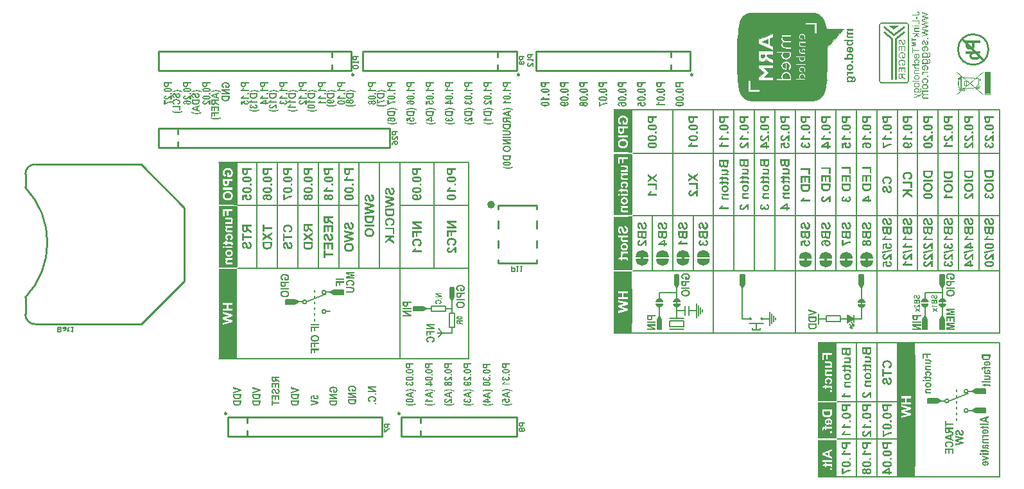
<source format=gbo>
G04 Layer_Color=32896*
%FSLAX24Y24*%
%MOIN*%
G70*
G01*
G75*
%ADD12C,0.0060*%
%ADD87C,0.0100*%
%ADD90C,0.0080*%
%ADD92C,0.0200*%
%ADD94C,0.0079*%
%ADD95C,0.0059*%
%ADD98C,0.0120*%
%ADD121C,0.0039*%
%ADD125C,0.0050*%
%ADD238C,0.0049*%
%ADD239C,0.0004*%
%ADD240C,0.0039*%
%ADD241C,0.0110*%
%ADD242R,0.0289X0.1150*%
%ADD243R,0.0980X0.0258*%
%ADD244R,0.0980X0.0170*%
%ADD245R,0.0980X0.0070*%
%ADD246R,0.0200X0.2250*%
%ADD247R,0.0160X0.3170*%
%ADD248R,0.0200X0.3180*%
%ADD249R,0.0160X0.2240*%
%ADD250R,0.0190X0.2790*%
%ADD251R,0.0180X0.1993*%
%ADD252R,0.0160X0.2759*%
%ADD253R,0.0980X0.0940*%
%ADD254R,0.0170X0.1811*%
%ADD255R,0.0980X0.0400*%
%ADD256R,0.0980X0.0413*%
%ADD257R,0.0980X0.1000*%
%ADD258R,0.0980X0.0140*%
%ADD259R,0.0170X0.4400*%
%ADD260R,0.0180X0.4430*%
%ADD261R,0.0180X0.4593*%
%ADD262R,0.0980X0.2730*%
%ADD263R,0.0170X0.5841*%
%ADD264R,0.0980X0.2980*%
%ADD265R,0.0980X0.0270*%
%ADD266R,0.0980X0.0280*%
%ADD267R,0.0160X0.1859*%
%ADD268R,0.0190X0.1890*%
%ADD269R,0.0160X0.3050*%
%ADD270R,0.0200X0.1890*%
%ADD271R,0.0160X0.1890*%
%ADD272R,0.0200X0.3050*%
%ADD273R,0.0980X0.0170*%
%ADD274R,0.0980X0.0420*%
%ADD275R,0.0980X0.0430*%
G36*
X37348Y18723D02*
X37371Y18722D01*
X37392Y18720D01*
X37411Y18717D01*
X37429Y18714D01*
X37444Y18710D01*
X37458Y18706D01*
X37471Y18702D01*
X37481Y18699D01*
X37491Y18694D01*
X37498Y18691D01*
X37504Y18688D01*
X37509Y18685D01*
X37513Y18683D01*
X37514Y18682D01*
X37515Y18681D01*
X37524Y18673D01*
X37532Y18664D01*
X37540Y18655D01*
X37546Y18646D01*
X37551Y18636D01*
X37556Y18626D01*
X37559Y18618D01*
X37562Y18609D01*
X37564Y18600D01*
X37566Y18592D01*
X37567Y18586D01*
X37568Y18580D01*
Y18575D01*
X37569Y18571D01*
Y18569D01*
Y18568D01*
X37568Y18556D01*
X37567Y18543D01*
X37564Y18532D01*
X37561Y18522D01*
X37557Y18512D01*
X37553Y18503D01*
X37549Y18495D01*
X37544Y18487D01*
X37540Y18481D01*
X37536Y18475D01*
X37531Y18471D01*
X37527Y18466D01*
X37524Y18463D01*
X37522Y18461D01*
X37521Y18460D01*
X37520Y18459D01*
X37508Y18451D01*
X37494Y18444D01*
X37479Y18438D01*
X37464Y18432D01*
X37448Y18427D01*
X37431Y18424D01*
X37415Y18420D01*
X37399Y18418D01*
X37384Y18416D01*
X37369Y18414D01*
X37357Y18413D01*
X37346Y18412D01*
X37336Y18412D01*
X37323D01*
X37298Y18412D01*
X37276Y18414D01*
X37254Y18416D01*
X37235Y18419D01*
X37217Y18422D01*
X37201Y18427D01*
X37186Y18431D01*
X37174Y18435D01*
X37162Y18439D01*
X37153Y18444D01*
X37145Y18448D01*
X37138Y18451D01*
X37133Y18454D01*
X37129Y18457D01*
X37127Y18458D01*
X37127Y18459D01*
X37118Y18466D01*
X37111Y18475D01*
X37104Y18484D01*
X37098Y18492D01*
X37093Y18501D01*
X37089Y18511D01*
X37086Y18519D01*
X37083Y18528D01*
X37081Y18536D01*
X37079Y18544D01*
X37078Y18551D01*
X37078Y18556D01*
X37077Y18561D01*
Y18565D01*
Y18568D01*
Y18568D01*
X37078Y18581D01*
X37079Y18593D01*
X37081Y18604D01*
X37084Y18614D01*
X37088Y18624D01*
X37092Y18633D01*
X37097Y18641D01*
X37101Y18649D01*
X37106Y18655D01*
X37111Y18661D01*
X37115Y18666D01*
X37119Y18670D01*
X37122Y18673D01*
X37124Y18675D01*
X37126Y18676D01*
X37126Y18677D01*
X37138Y18685D01*
X37152Y18693D01*
X37167Y18699D01*
X37183Y18704D01*
X37198Y18709D01*
X37215Y18713D01*
X37231Y18716D01*
X37247Y18718D01*
X37262Y18720D01*
X37276Y18721D01*
X37289Y18722D01*
X37300Y18723D01*
X37309D01*
X37313Y18724D01*
X37322D01*
X37348Y18723D01*
D02*
G37*
G36*
X37560Y19053D02*
X37379D01*
Y18990D01*
Y18978D01*
X37378Y18967D01*
Y18956D01*
X37378Y18947D01*
X37377Y18937D01*
X37376Y18929D01*
X37376Y18922D01*
X37375Y18916D01*
X37374Y18909D01*
X37374Y18904D01*
Y18900D01*
X37373Y18896D01*
X37373Y18894D01*
X37372Y18892D01*
Y18891D01*
Y18890D01*
X37369Y18881D01*
X37366Y18871D01*
X37362Y18863D01*
X37359Y18856D01*
X37355Y18849D01*
X37352Y18844D01*
X37350Y18841D01*
X37349Y18840D01*
X37343Y18831D01*
X37334Y18823D01*
X37327Y18816D01*
X37319Y18810D01*
X37313Y18805D01*
X37307Y18802D01*
X37303Y18799D01*
X37302Y18799D01*
X37302D01*
X37290Y18793D01*
X37278Y18789D01*
X37265Y18786D01*
X37253Y18784D01*
X37243Y18783D01*
X37239D01*
X37235Y18783D01*
X37217D01*
X37207Y18784D01*
X37189Y18787D01*
X37180Y18789D01*
X37173Y18791D01*
X37166Y18794D01*
X37159Y18796D01*
X37153Y18799D01*
X37148Y18802D01*
X37144Y18804D01*
X37140Y18806D01*
X37137Y18808D01*
X37136Y18809D01*
X37134Y18810D01*
X37134Y18811D01*
X37121Y18822D01*
X37111Y18833D01*
X37103Y18845D01*
X37097Y18856D01*
X37092Y18865D01*
X37091Y18869D01*
X37089Y18872D01*
X37088Y18876D01*
X37088Y18878D01*
X37087Y18879D01*
Y18879D01*
X37086Y18885D01*
X37084Y18892D01*
X37083Y18900D01*
X37083Y18909D01*
X37081Y18928D01*
X37080Y18947D01*
Y18957D01*
Y18966D01*
X37079Y18974D01*
Y18981D01*
Y18987D01*
Y18991D01*
Y18994D01*
Y18995D01*
Y19150D01*
X37560D01*
Y19053D01*
D02*
G37*
G36*
X36213Y17742D02*
X36202Y17719D01*
X36196Y17709D01*
X36191Y17699D01*
X36185Y17689D01*
X36179Y17681D01*
X36174Y17674D01*
X36169Y17667D01*
X36164Y17661D01*
X36161Y17656D01*
X36158Y17652D01*
X36155Y17650D01*
X36154Y17648D01*
X36153Y17648D01*
X36500D01*
Y17556D01*
X36017D01*
Y17631D01*
X36025Y17634D01*
X36033Y17637D01*
X36047Y17646D01*
X36061Y17656D01*
X36072Y17666D01*
X36081Y17674D01*
X36086Y17678D01*
X36089Y17682D01*
X36091Y17685D01*
X36093Y17687D01*
X36094Y17688D01*
X36094Y17689D01*
X36106Y17704D01*
X36115Y17719D01*
X36123Y17732D01*
X36129Y17743D01*
X36133Y17752D01*
X36135Y17757D01*
X36136Y17760D01*
X36137Y17763D01*
X36138Y17764D01*
X36139Y17766D01*
Y17766D01*
X36223D01*
X36213Y17742D01*
D02*
G37*
G36*
X37560Y18239D02*
X37468D01*
Y18331D01*
X37560D01*
Y18239D01*
D02*
G37*
G36*
X40740Y16120D02*
X40659D01*
Y16361D01*
X40263D01*
Y16458D01*
X40740D01*
Y16120D01*
D02*
G37*
G36*
X37560Y17480D02*
X37474D01*
Y17663D01*
X37466Y17658D01*
X37457Y17651D01*
X37454Y17649D01*
X37452Y17646D01*
X37450Y17645D01*
X37449Y17644D01*
X37447Y17642D01*
X37443Y17639D01*
X37436Y17631D01*
X37427Y17622D01*
X37418Y17613D01*
X37409Y17604D01*
X37403Y17596D01*
X37400Y17593D01*
X37398Y17591D01*
X37397Y17590D01*
X37396Y17589D01*
X37389Y17581D01*
X37382Y17574D01*
X37369Y17561D01*
X37359Y17551D01*
X37350Y17543D01*
X37343Y17536D01*
X37338Y17532D01*
X37336Y17529D01*
X37334Y17529D01*
X37322Y17520D01*
X37311Y17513D01*
X37301Y17506D01*
X37292Y17501D01*
X37284Y17497D01*
X37278Y17494D01*
X37274Y17493D01*
X37274Y17492D01*
X37273D01*
X37262Y17488D01*
X37251Y17485D01*
X37241Y17483D01*
X37231Y17481D01*
X37223Y17481D01*
X37217Y17480D01*
X37211D01*
X37201Y17481D01*
X37191Y17482D01*
X37181Y17484D01*
X37172Y17486D01*
X37156Y17493D01*
X37149Y17496D01*
X37142Y17500D01*
X37136Y17504D01*
X37131Y17507D01*
X37126Y17511D01*
X37122Y17514D01*
X37119Y17517D01*
X37118Y17519D01*
X37116Y17520D01*
X37116Y17521D01*
X37109Y17529D01*
X37103Y17537D01*
X37097Y17546D01*
X37093Y17555D01*
X37089Y17564D01*
X37086Y17574D01*
X37082Y17592D01*
X37080Y17600D01*
X37079Y17608D01*
X37078Y17615D01*
X37078Y17621D01*
X37077Y17626D01*
Y17629D01*
Y17632D01*
Y17632D01*
X37078Y17644D01*
X37078Y17656D01*
X37080Y17667D01*
X37082Y17677D01*
X37084Y17686D01*
X37088Y17695D01*
X37091Y17704D01*
X37093Y17711D01*
X37096Y17717D01*
X37099Y17724D01*
X37102Y17729D01*
X37105Y17733D01*
X37107Y17736D01*
X37109Y17739D01*
X37109Y17740D01*
X37110Y17741D01*
X37117Y17748D01*
X37124Y17755D01*
X37132Y17761D01*
X37141Y17767D01*
X37150Y17772D01*
X37159Y17776D01*
X37177Y17782D01*
X37186Y17785D01*
X37194Y17787D01*
X37201Y17789D01*
X37207Y17790D01*
X37212Y17791D01*
X37216Y17791D01*
X37219Y17792D01*
X37219D01*
X37228Y17700D01*
X37214Y17698D01*
X37202Y17696D01*
X37192Y17693D01*
X37184Y17689D01*
X37178Y17686D01*
X37174Y17683D01*
X37171Y17681D01*
X37171Y17681D01*
X37165Y17674D01*
X37161Y17666D01*
X37157Y17659D01*
X37155Y17651D01*
X37154Y17645D01*
X37153Y17640D01*
Y17636D01*
Y17635D01*
X37154Y17624D01*
X37156Y17616D01*
X37159Y17608D01*
X37161Y17601D01*
X37164Y17596D01*
X37167Y17593D01*
X37169Y17590D01*
X37170Y17589D01*
X37177Y17584D01*
X37184Y17579D01*
X37192Y17577D01*
X37200Y17574D01*
X37207Y17573D01*
X37213Y17572D01*
X37218D01*
X37228Y17573D01*
X37238Y17576D01*
X37248Y17579D01*
X37256Y17582D01*
X37263Y17586D01*
X37269Y17589D01*
X37273Y17591D01*
X37273Y17592D01*
X37274D01*
X37278Y17595D01*
X37283Y17599D01*
X37289Y17604D01*
X37295Y17609D01*
X37308Y17622D01*
X37321Y17635D01*
X37333Y17648D01*
X37338Y17653D01*
X37343Y17658D01*
X37347Y17663D01*
X37350Y17666D01*
X37352Y17667D01*
X37352Y17668D01*
X37366Y17682D01*
X37378Y17694D01*
X37390Y17706D01*
X37401Y17717D01*
X37411Y17726D01*
X37421Y17734D01*
X37429Y17742D01*
X37438Y17749D01*
X37444Y17754D01*
X37451Y17759D01*
X37456Y17763D01*
X37460Y17766D01*
X37464Y17768D01*
X37466Y17770D01*
X37468Y17771D01*
X37468Y17771D01*
X37484Y17780D01*
X37501Y17787D01*
X37516Y17793D01*
X37531Y17797D01*
X37537Y17798D01*
X37543Y17799D01*
X37548Y17801D01*
X37552Y17801D01*
X37555Y17802D01*
X37558Y17802D01*
X37560D01*
Y17480D01*
D02*
G37*
G36*
X37273Y18115D02*
X37262Y18092D01*
X37256Y18082D01*
X37251Y18072D01*
X37245Y18062D01*
X37239Y18054D01*
X37234Y18047D01*
X37229Y18040D01*
X37224Y18034D01*
X37221Y18029D01*
X37218Y18026D01*
X37215Y18023D01*
X37214Y18021D01*
X37213Y18021D01*
X37560D01*
Y17929D01*
X37077D01*
Y18004D01*
X37085Y18007D01*
X37093Y18011D01*
X37108Y18019D01*
X37121Y18029D01*
X37132Y18039D01*
X37141Y18047D01*
X37146Y18051D01*
X37149Y18055D01*
X37151Y18058D01*
X37153Y18060D01*
X37154Y18061D01*
X37154Y18062D01*
X37166Y18077D01*
X37175Y18092D01*
X37183Y18105D01*
X37189Y18116D01*
X37193Y18126D01*
X37195Y18130D01*
X37196Y18133D01*
X37197Y18136D01*
X37198Y18138D01*
X37199Y18139D01*
Y18139D01*
X37283D01*
X37273Y18115D01*
D02*
G37*
G36*
X36213D02*
X36202Y18092D01*
X36196Y18082D01*
X36191Y18072D01*
X36185Y18062D01*
X36179Y18054D01*
X36174Y18047D01*
X36169Y18040D01*
X36164Y18034D01*
X36161Y18029D01*
X36158Y18026D01*
X36155Y18023D01*
X36154Y18021D01*
X36153Y18021D01*
X36500D01*
Y17929D01*
X36017D01*
Y18004D01*
X36025Y18007D01*
X36033Y18011D01*
X36047Y18019D01*
X36061Y18029D01*
X36072Y18039D01*
X36081Y18047D01*
X36086Y18051D01*
X36089Y18055D01*
X36091Y18058D01*
X36093Y18060D01*
X36094Y18061D01*
X36094Y18062D01*
X36106Y18077D01*
X36115Y18092D01*
X36123Y18105D01*
X36129Y18116D01*
X36133Y18126D01*
X36135Y18130D01*
X36136Y18133D01*
X36137Y18136D01*
X36138Y18138D01*
X36139Y18139D01*
Y18139D01*
X36223D01*
X36213Y18115D01*
D02*
G37*
G36*
X38620Y17853D02*
X38534D01*
Y18036D01*
X38526Y18031D01*
X38517Y18024D01*
X38514Y18022D01*
X38512Y18019D01*
X38510Y18018D01*
X38509Y18017D01*
X38507Y18015D01*
X38503Y18012D01*
X38496Y18004D01*
X38487Y17995D01*
X38478Y17986D01*
X38469Y17977D01*
X38463Y17969D01*
X38460Y17966D01*
X38458Y17964D01*
X38457Y17963D01*
X38456Y17962D01*
X38449Y17954D01*
X38442Y17947D01*
X38429Y17934D01*
X38419Y17924D01*
X38410Y17916D01*
X38403Y17909D01*
X38398Y17905D01*
X38396Y17902D01*
X38394Y17902D01*
X38382Y17893D01*
X38371Y17886D01*
X38361Y17879D01*
X38352Y17874D01*
X38344Y17870D01*
X38338Y17867D01*
X38334Y17866D01*
X38334Y17865D01*
X38333D01*
X38322Y17861D01*
X38311Y17858D01*
X38301Y17856D01*
X38291Y17854D01*
X38283Y17854D01*
X38277Y17853D01*
X38271D01*
X38261Y17854D01*
X38251Y17855D01*
X38241Y17857D01*
X38232Y17859D01*
X38216Y17866D01*
X38209Y17869D01*
X38202Y17873D01*
X38196Y17878D01*
X38191Y17881D01*
X38186Y17884D01*
X38182Y17888D01*
X38179Y17890D01*
X38177Y17892D01*
X38176Y17893D01*
X38176Y17894D01*
X38169Y17902D01*
X38163Y17910D01*
X38157Y17919D01*
X38153Y17928D01*
X38149Y17938D01*
X38146Y17947D01*
X38142Y17965D01*
X38140Y17973D01*
X38139Y17981D01*
X38138Y17988D01*
X38138Y17994D01*
X38137Y17999D01*
Y18003D01*
Y18005D01*
Y18006D01*
X38138Y18017D01*
X38138Y18029D01*
X38140Y18040D01*
X38142Y18050D01*
X38144Y18059D01*
X38147Y18068D01*
X38151Y18077D01*
X38153Y18084D01*
X38156Y18091D01*
X38159Y18097D01*
X38163Y18102D01*
X38165Y18106D01*
X38167Y18109D01*
X38169Y18112D01*
X38169Y18113D01*
X38170Y18114D01*
X38177Y18121D01*
X38184Y18128D01*
X38193Y18134D01*
X38201Y18140D01*
X38210Y18145D01*
X38219Y18149D01*
X38237Y18156D01*
X38246Y18158D01*
X38254Y18160D01*
X38261Y18162D01*
X38267Y18163D01*
X38272Y18164D01*
X38276Y18164D01*
X38279Y18165D01*
X38279D01*
X38288Y18073D01*
X38274Y18071D01*
X38263Y18069D01*
X38252Y18066D01*
X38244Y18062D01*
X38238Y18059D01*
X38234Y18056D01*
X38231Y18054D01*
X38231Y18054D01*
X38225Y18047D01*
X38221Y18039D01*
X38217Y18032D01*
X38215Y18024D01*
X38214Y18018D01*
X38213Y18013D01*
Y18009D01*
Y18008D01*
X38214Y17997D01*
X38216Y17989D01*
X38219Y17981D01*
X38221Y17974D01*
X38224Y17969D01*
X38228Y17966D01*
X38229Y17963D01*
X38230Y17962D01*
X38237Y17957D01*
X38244Y17953D01*
X38252Y17950D01*
X38260Y17947D01*
X38267Y17946D01*
X38273Y17946D01*
X38277D01*
X38288Y17946D01*
X38298Y17949D01*
X38307Y17952D01*
X38316Y17955D01*
X38323Y17959D01*
X38329Y17962D01*
X38333Y17964D01*
X38333Y17965D01*
X38334D01*
X38338Y17968D01*
X38343Y17973D01*
X38349Y17977D01*
X38355Y17982D01*
X38368Y17995D01*
X38381Y18008D01*
X38393Y18021D01*
X38398Y18026D01*
X38403Y18031D01*
X38407Y18036D01*
X38410Y18039D01*
X38412Y18041D01*
X38412Y18041D01*
X38426Y18055D01*
X38438Y18068D01*
X38450Y18079D01*
X38461Y18090D01*
X38471Y18099D01*
X38481Y18108D01*
X38489Y18115D01*
X38498Y18122D01*
X38504Y18127D01*
X38511Y18132D01*
X38516Y18136D01*
X38520Y18139D01*
X38524Y18141D01*
X38526Y18143D01*
X38528Y18144D01*
X38528Y18144D01*
X38544Y18153D01*
X38561Y18160D01*
X38576Y18166D01*
X38591Y18170D01*
X38597Y18171D01*
X38602Y18173D01*
X38607Y18174D01*
X38612Y18174D01*
X38615Y18175D01*
X38618Y18176D01*
X38620D01*
Y17853D01*
D02*
G37*
G36*
Y18239D02*
X38528D01*
Y18331D01*
X38620D01*
Y18239D01*
D02*
G37*
G36*
X38407Y18723D02*
X38431Y18722D01*
X38452Y18720D01*
X38471Y18717D01*
X38489Y18714D01*
X38504Y18710D01*
X38518Y18706D01*
X38531Y18702D01*
X38541Y18699D01*
X38551Y18694D01*
X38558Y18691D01*
X38564Y18688D01*
X38569Y18685D01*
X38572Y18683D01*
X38574Y18682D01*
X38575Y18681D01*
X38584Y18673D01*
X38593Y18664D01*
X38600Y18655D01*
X38606Y18646D01*
X38611Y18636D01*
X38616Y18626D01*
X38619Y18618D01*
X38622Y18609D01*
X38624Y18600D01*
X38626Y18592D01*
X38627Y18586D01*
X38628Y18580D01*
Y18575D01*
X38629Y18571D01*
Y18569D01*
Y18568D01*
X38628Y18556D01*
X38627Y18543D01*
X38624Y18532D01*
X38621Y18522D01*
X38617Y18512D01*
X38613Y18503D01*
X38609Y18495D01*
X38604Y18487D01*
X38600Y18481D01*
X38596Y18475D01*
X38591Y18471D01*
X38588Y18466D01*
X38584Y18463D01*
X38582Y18461D01*
X38581Y18460D01*
X38580Y18459D01*
X38568Y18451D01*
X38554Y18444D01*
X38539Y18438D01*
X38524Y18432D01*
X38507Y18427D01*
X38491Y18424D01*
X38475Y18420D01*
X38459Y18418D01*
X38444Y18416D01*
X38429Y18414D01*
X38417Y18413D01*
X38406Y18412D01*
X38396Y18412D01*
X38383D01*
X38358Y18412D01*
X38336Y18414D01*
X38314Y18416D01*
X38295Y18419D01*
X38277Y18422D01*
X38261Y18427D01*
X38246Y18431D01*
X38234Y18435D01*
X38222Y18439D01*
X38213Y18444D01*
X38205Y18448D01*
X38198Y18451D01*
X38193Y18454D01*
X38189Y18457D01*
X38187Y18458D01*
X38187Y18459D01*
X38178Y18466D01*
X38171Y18475D01*
X38164Y18484D01*
X38158Y18492D01*
X38153Y18501D01*
X38149Y18511D01*
X38146Y18519D01*
X38143Y18528D01*
X38141Y18536D01*
X38139Y18544D01*
X38138Y18551D01*
X38138Y18556D01*
X38137Y18561D01*
Y18565D01*
Y18568D01*
Y18568D01*
X38138Y18581D01*
X38139Y18593D01*
X38141Y18604D01*
X38144Y18614D01*
X38148Y18624D01*
X38152Y18633D01*
X38157Y18641D01*
X38161Y18649D01*
X38166Y18655D01*
X38171Y18661D01*
X38175Y18666D01*
X38179Y18670D01*
X38182Y18673D01*
X38184Y18675D01*
X38186Y18676D01*
X38186Y18677D01*
X38198Y18685D01*
X38212Y18693D01*
X38227Y18699D01*
X38242Y18704D01*
X38258Y18709D01*
X38275Y18713D01*
X38291Y18716D01*
X38307Y18718D01*
X38322Y18720D01*
X38336Y18721D01*
X38349Y18722D01*
X38360Y18723D01*
X38369D01*
X38373Y18724D01*
X38382D01*
X38407Y18723D01*
D02*
G37*
G36*
X38523Y17611D02*
X38620D01*
Y17521D01*
X38523D01*
Y17462D01*
X38442D01*
Y17521D01*
X38138D01*
Y17599D01*
X38443Y17807D01*
X38523D01*
Y17611D01*
D02*
G37*
G36*
X36500Y18239D02*
X36408D01*
Y18331D01*
X36500D01*
Y18239D01*
D02*
G37*
G36*
X36288Y18723D02*
X36311Y18722D01*
X36332Y18720D01*
X36351Y18717D01*
X36369Y18714D01*
X36384Y18710D01*
X36398Y18706D01*
X36411Y18702D01*
X36421Y18699D01*
X36431Y18694D01*
X36438Y18691D01*
X36444Y18688D01*
X36449Y18685D01*
X36453Y18683D01*
X36454Y18682D01*
X36455Y18681D01*
X36464Y18673D01*
X36472Y18664D01*
X36480Y18655D01*
X36486Y18646D01*
X36491Y18636D01*
X36496Y18626D01*
X36499Y18618D01*
X36502Y18609D01*
X36504Y18600D01*
X36506Y18592D01*
X36507Y18586D01*
X36508Y18580D01*
Y18575D01*
X36509Y18571D01*
Y18569D01*
Y18568D01*
X36508Y18556D01*
X36507Y18543D01*
X36504Y18532D01*
X36501Y18522D01*
X36497Y18512D01*
X36493Y18503D01*
X36489Y18495D01*
X36484Y18487D01*
X36480Y18481D01*
X36476Y18475D01*
X36471Y18471D01*
X36467Y18466D01*
X36464Y18463D01*
X36462Y18461D01*
X36461Y18460D01*
X36460Y18459D01*
X36448Y18451D01*
X36434Y18444D01*
X36419Y18438D01*
X36404Y18432D01*
X36388Y18427D01*
X36371Y18424D01*
X36355Y18420D01*
X36339Y18418D01*
X36324Y18416D01*
X36309Y18414D01*
X36297Y18413D01*
X36286Y18412D01*
X36276Y18412D01*
X36263D01*
X36238Y18412D01*
X36216Y18414D01*
X36194Y18416D01*
X36175Y18419D01*
X36157Y18422D01*
X36141Y18427D01*
X36126Y18431D01*
X36114Y18435D01*
X36102Y18439D01*
X36093Y18444D01*
X36085Y18448D01*
X36078Y18451D01*
X36073Y18454D01*
X36069Y18457D01*
X36068Y18458D01*
X36067Y18459D01*
X36058Y18466D01*
X36051Y18475D01*
X36044Y18484D01*
X36038Y18492D01*
X36033Y18501D01*
X36029Y18511D01*
X36026Y18519D01*
X36023Y18528D01*
X36021Y18536D01*
X36019Y18544D01*
X36018Y18551D01*
X36017Y18556D01*
X36017Y18561D01*
Y18565D01*
Y18568D01*
Y18568D01*
X36017Y18581D01*
X36019Y18593D01*
X36021Y18604D01*
X36024Y18614D01*
X36028Y18624D01*
X36033Y18633D01*
X36037Y18641D01*
X36041Y18649D01*
X36046Y18655D01*
X36051Y18661D01*
X36055Y18666D01*
X36059Y18670D01*
X36062Y18673D01*
X36064Y18675D01*
X36066Y18676D01*
X36066Y18677D01*
X36078Y18685D01*
X36092Y18693D01*
X36107Y18699D01*
X36123Y18704D01*
X36138Y18709D01*
X36155Y18713D01*
X36171Y18716D01*
X36187Y18718D01*
X36202Y18720D01*
X36216Y18721D01*
X36229Y18722D01*
X36240Y18723D01*
X36249D01*
X36253Y18724D01*
X36263D01*
X36288Y18723D01*
D02*
G37*
G36*
X36500Y19053D02*
X36319D01*
Y18990D01*
Y18978D01*
X36318Y18967D01*
Y18956D01*
X36318Y18947D01*
X36317Y18937D01*
X36316Y18929D01*
X36316Y18922D01*
X36315Y18916D01*
X36314Y18909D01*
X36314Y18904D01*
Y18900D01*
X36313Y18896D01*
X36312Y18894D01*
X36312Y18892D01*
Y18891D01*
Y18890D01*
X36309Y18881D01*
X36306Y18871D01*
X36302Y18863D01*
X36299Y18856D01*
X36295Y18849D01*
X36292Y18844D01*
X36290Y18841D01*
X36289Y18840D01*
X36282Y18831D01*
X36274Y18823D01*
X36267Y18816D01*
X36259Y18810D01*
X36253Y18805D01*
X36247Y18802D01*
X36243Y18799D01*
X36242Y18799D01*
X36242D01*
X36230Y18793D01*
X36218Y18789D01*
X36205Y18786D01*
X36193Y18784D01*
X36183Y18783D01*
X36179D01*
X36175Y18783D01*
X36157D01*
X36147Y18784D01*
X36129Y18787D01*
X36120Y18789D01*
X36112Y18791D01*
X36106Y18794D01*
X36099Y18796D01*
X36093Y18799D01*
X36088Y18802D01*
X36084Y18804D01*
X36080Y18806D01*
X36077Y18808D01*
X36076Y18809D01*
X36074Y18810D01*
X36074Y18811D01*
X36061Y18822D01*
X36051Y18833D01*
X36043Y18845D01*
X36037Y18856D01*
X36032Y18865D01*
X36031Y18869D01*
X36029Y18872D01*
X36028Y18876D01*
X36028Y18878D01*
X36027Y18879D01*
Y18879D01*
X36026Y18885D01*
X36024Y18892D01*
X36023Y18900D01*
X36023Y18909D01*
X36021Y18928D01*
X36020Y18947D01*
Y18957D01*
Y18966D01*
X36019Y18974D01*
Y18981D01*
Y18987D01*
Y18991D01*
Y18994D01*
Y18995D01*
Y19150D01*
X36500D01*
Y19053D01*
D02*
G37*
G36*
X40740Y15685D02*
X40659D01*
Y15953D01*
X40528D01*
Y15712D01*
X40447D01*
Y15953D01*
X40341D01*
Y15694D01*
X40259D01*
Y16050D01*
X40740D01*
Y15685D01*
D02*
G37*
G36*
X41800Y13014D02*
Y12997D01*
X41799Y12982D01*
Y12968D01*
Y12956D01*
X41799Y12946D01*
Y12936D01*
Y12928D01*
X41798Y12921D01*
Y12914D01*
X41797Y12909D01*
Y12905D01*
Y12902D01*
X41797Y12899D01*
Y12898D01*
Y12897D01*
X41794Y12883D01*
X41791Y12871D01*
X41788Y12859D01*
X41784Y12850D01*
X41781Y12843D01*
X41778Y12836D01*
X41775Y12833D01*
X41774Y12832D01*
X41767Y12823D01*
X41759Y12814D01*
X41751Y12807D01*
X41743Y12801D01*
X41736Y12796D01*
X41730Y12793D01*
X41726Y12791D01*
X41726Y12790D01*
X41725D01*
X41713Y12785D01*
X41702Y12781D01*
X41691Y12778D01*
X41681Y12776D01*
X41673Y12775D01*
X41667Y12774D01*
X41661D01*
X41646Y12776D01*
X41632Y12778D01*
X41620Y12782D01*
X41609Y12786D01*
X41601Y12791D01*
X41594Y12794D01*
X41592Y12796D01*
X41590Y12797D01*
X41589Y12798D01*
X41589D01*
X41578Y12808D01*
X41569Y12819D01*
X41561Y12830D01*
X41556Y12841D01*
X41551Y12851D01*
X41549Y12855D01*
X41547Y12858D01*
X41546Y12861D01*
X41546Y12864D01*
X41545Y12865D01*
Y12866D01*
X41539Y12854D01*
X41533Y12845D01*
X41525Y12836D01*
X41518Y12829D01*
X41512Y12824D01*
X41507Y12819D01*
X41504Y12817D01*
X41502Y12816D01*
X41492Y12810D01*
X41481Y12806D01*
X41471Y12802D01*
X41461Y12801D01*
X41452Y12799D01*
X41446Y12798D01*
X41441D01*
X41429Y12799D01*
X41419Y12801D01*
X41409Y12803D01*
X41401Y12806D01*
X41394Y12808D01*
X41389Y12811D01*
X41386Y12812D01*
X41384Y12813D01*
X41376Y12819D01*
X41368Y12825D01*
X41361Y12831D01*
X41355Y12837D01*
X41351Y12843D01*
X41347Y12846D01*
X41345Y12849D01*
X41344Y12850D01*
X41339Y12858D01*
X41335Y12867D01*
X41331Y12876D01*
X41329Y12883D01*
X41327Y12890D01*
X41326Y12895D01*
X41324Y12899D01*
Y12899D01*
Y12900D01*
X41324Y12906D01*
X41322Y12912D01*
X41321Y12925D01*
X41321Y12939D01*
X41320Y12953D01*
X41319Y12966D01*
Y12971D01*
Y12976D01*
Y12979D01*
Y12982D01*
Y12984D01*
Y12985D01*
Y13177D01*
X41800D01*
Y13014D01*
D02*
G37*
G36*
X41659Y13648D02*
X41673Y13645D01*
X41686Y13641D01*
X41698Y13637D01*
X41709Y13633D01*
X41719Y13628D01*
X41727Y13622D01*
X41736Y13618D01*
X41743Y13613D01*
X41749Y13607D01*
X41754Y13604D01*
X41759Y13599D01*
X41762Y13596D01*
X41765Y13594D01*
X41766Y13592D01*
X41767Y13592D01*
X41774Y13583D01*
X41781Y13572D01*
X41786Y13561D01*
X41791Y13549D01*
X41795Y13537D01*
X41799Y13526D01*
X41804Y13504D01*
X41805Y13493D01*
X41806Y13483D01*
X41807Y13474D01*
X41808Y13467D01*
X41809Y13461D01*
Y13456D01*
Y13453D01*
Y13452D01*
X41808Y13429D01*
X41806Y13409D01*
X41804Y13400D01*
X41803Y13391D01*
X41802Y13384D01*
X41800Y13376D01*
X41798Y13370D01*
X41797Y13364D01*
X41795Y13359D01*
X41794Y13355D01*
X41793Y13352D01*
X41792Y13349D01*
X41791Y13348D01*
Y13348D01*
X41784Y13333D01*
X41776Y13319D01*
X41767Y13309D01*
X41758Y13299D01*
X41750Y13292D01*
X41744Y13287D01*
X41741Y13285D01*
X41739Y13284D01*
X41739Y13283D01*
X41738D01*
X41724Y13275D01*
X41711Y13269D01*
X41698Y13265D01*
X41686Y13262D01*
X41675Y13261D01*
X41671Y13260D01*
X41667D01*
X41664Y13259D01*
X41660D01*
X41644Y13260D01*
X41629Y13262D01*
X41616Y13266D01*
X41605Y13269D01*
X41596Y13273D01*
X41592Y13274D01*
X41589Y13276D01*
X41587Y13277D01*
X41585Y13278D01*
X41584Y13279D01*
X41584D01*
X41572Y13287D01*
X41563Y13295D01*
X41554Y13304D01*
X41547Y13312D01*
X41542Y13320D01*
X41537Y13326D01*
X41536Y13329D01*
X41535Y13331D01*
X41534Y13331D01*
Y13332D01*
X41531Y13339D01*
X41528Y13346D01*
X41521Y13362D01*
X41516Y13380D01*
X41510Y13397D01*
X41508Y13404D01*
X41506Y13412D01*
X41504Y13419D01*
X41502Y13424D01*
X41501Y13429D01*
X41500Y13433D01*
X41499Y13436D01*
Y13436D01*
X41496Y13449D01*
X41493Y13461D01*
X41490Y13471D01*
X41487Y13480D01*
X41484Y13488D01*
X41482Y13496D01*
X41479Y13502D01*
X41477Y13507D01*
X41475Y13512D01*
X41473Y13516D01*
X41471Y13519D01*
X41470Y13521D01*
X41469Y13523D01*
X41468Y13524D01*
X41467Y13525D01*
X41462Y13530D01*
X41458Y13533D01*
X41452Y13536D01*
X41448Y13537D01*
X41444Y13539D01*
X41441Y13539D01*
X41438D01*
X41431Y13539D01*
X41426Y13537D01*
X41421Y13534D01*
X41416Y13532D01*
X41413Y13529D01*
X41410Y13527D01*
X41409Y13525D01*
X41408Y13524D01*
X41403Y13515D01*
X41398Y13504D01*
X41395Y13493D01*
X41392Y13483D01*
X41391Y13472D01*
Y13469D01*
X41391Y13465D01*
Y13462D01*
Y13460D01*
Y13459D01*
Y13458D01*
X41391Y13444D01*
X41393Y13431D01*
X41396Y13421D01*
X41399Y13412D01*
X41402Y13406D01*
X41404Y13401D01*
X41406Y13398D01*
X41407Y13397D01*
X41414Y13390D01*
X41422Y13384D01*
X41431Y13379D01*
X41439Y13376D01*
X41448Y13373D01*
X41454Y13371D01*
X41456Y13371D01*
X41458Y13370D01*
X41460D01*
X41456Y13273D01*
X41444Y13274D01*
X41432Y13276D01*
X41422Y13279D01*
X41412Y13282D01*
X41403Y13286D01*
X41394Y13289D01*
X41386Y13294D01*
X41379Y13298D01*
X41372Y13303D01*
X41366Y13307D01*
X41362Y13311D01*
X41357Y13314D01*
X41354Y13317D01*
X41353Y13319D01*
X41351Y13321D01*
X41351Y13321D01*
X41344Y13330D01*
X41337Y13340D01*
X41332Y13351D01*
X41328Y13362D01*
X41324Y13373D01*
X41321Y13384D01*
X41316Y13406D01*
X41314Y13417D01*
X41312Y13426D01*
X41312Y13435D01*
X41311Y13442D01*
X41311Y13449D01*
Y13454D01*
Y13456D01*
Y13457D01*
X41311Y13477D01*
X41313Y13496D01*
X41316Y13511D01*
X41318Y13519D01*
X41319Y13525D01*
X41321Y13531D01*
X41322Y13536D01*
X41324Y13541D01*
X41325Y13545D01*
X41326Y13548D01*
X41327Y13550D01*
X41328Y13551D01*
Y13552D01*
X41334Y13566D01*
X41343Y13578D01*
X41351Y13587D01*
X41359Y13596D01*
X41366Y13602D01*
X41371Y13607D01*
X41376Y13610D01*
X41376Y13611D01*
X41377D01*
X41389Y13618D01*
X41401Y13623D01*
X41413Y13627D01*
X41423Y13629D01*
X41432Y13631D01*
X41439Y13631D01*
X41441Y13632D01*
X41445D01*
X41456Y13631D01*
X41466Y13630D01*
X41476Y13628D01*
X41484Y13625D01*
X41501Y13618D01*
X41509Y13614D01*
X41515Y13610D01*
X41521Y13606D01*
X41527Y13602D01*
X41531Y13598D01*
X41536Y13595D01*
X41538Y13592D01*
X41541Y13590D01*
X41542Y13589D01*
X41543Y13588D01*
X41547Y13582D01*
X41553Y13574D01*
X41557Y13566D01*
X41562Y13558D01*
X41570Y13540D01*
X41577Y13522D01*
X41580Y13513D01*
X41582Y13505D01*
X41584Y13498D01*
X41586Y13491D01*
X41588Y13486D01*
X41589Y13482D01*
X41590Y13479D01*
Y13479D01*
X41592Y13468D01*
X41595Y13458D01*
X41597Y13449D01*
X41599Y13441D01*
X41601Y13434D01*
X41603Y13427D01*
X41605Y13422D01*
X41606Y13418D01*
X41607Y13413D01*
X41609Y13410D01*
X41609Y13407D01*
X41610Y13405D01*
X41611Y13402D01*
X41611Y13401D01*
X41614Y13392D01*
X41618Y13385D01*
X41622Y13379D01*
X41625Y13374D01*
X41627Y13371D01*
X41630Y13368D01*
X41631Y13367D01*
X41632Y13366D01*
X41636Y13363D01*
X41641Y13361D01*
X41646Y13359D01*
X41651Y13357D01*
X41655Y13357D01*
X41658Y13356D01*
X41661D01*
X41671Y13357D01*
X41679Y13360D01*
X41687Y13364D01*
X41694Y13368D01*
X41700Y13373D01*
X41704Y13377D01*
X41707Y13379D01*
X41708Y13381D01*
X41714Y13391D01*
X41719Y13402D01*
X41722Y13413D01*
X41724Y13425D01*
X41726Y13435D01*
X41726Y13439D01*
Y13444D01*
X41727Y13447D01*
Y13449D01*
Y13451D01*
Y13451D01*
X41726Y13467D01*
X41723Y13481D01*
X41720Y13492D01*
X41716Y13503D01*
X41712Y13511D01*
X41708Y13516D01*
X41706Y13520D01*
X41705Y13521D01*
X41696Y13530D01*
X41684Y13537D01*
X41673Y13544D01*
X41661Y13548D01*
X41651Y13552D01*
X41647Y13553D01*
X41642Y13554D01*
X41639Y13554D01*
X41637Y13555D01*
X41636Y13556D01*
X41635D01*
X41644Y13650D01*
X41659Y13648D01*
D02*
G37*
G36*
X40629Y12709D02*
X40639Y12707D01*
X40649Y12704D01*
X40658Y12700D01*
X40666Y12696D01*
X40674Y12692D01*
X40681Y12687D01*
X40687Y12683D01*
X40694Y12679D01*
X40699Y12675D01*
X40703Y12671D01*
X40707Y12668D01*
X40709Y12665D01*
X40711Y12663D01*
X40712Y12662D01*
X40713Y12661D01*
X40719Y12653D01*
X40725Y12644D01*
X40729Y12636D01*
X40734Y12627D01*
X40737Y12617D01*
X40740Y12609D01*
X40744Y12591D01*
X40746Y12584D01*
X40747Y12576D01*
X40747Y12570D01*
X40748Y12564D01*
X40749Y12559D01*
Y12556D01*
Y12554D01*
Y12553D01*
X40748Y12538D01*
X40746Y12524D01*
X40743Y12510D01*
X40739Y12498D01*
X40734Y12486D01*
X40729Y12476D01*
X40722Y12466D01*
X40717Y12457D01*
X40711Y12449D01*
X40705Y12443D01*
X40700Y12436D01*
X40695Y12432D01*
X40691Y12428D01*
X40687Y12425D01*
X40686Y12424D01*
X40685Y12423D01*
X40676Y12417D01*
X40667Y12412D01*
X40658Y12407D01*
X40649Y12403D01*
X40631Y12397D01*
X40615Y12393D01*
X40608Y12392D01*
X40601Y12391D01*
X40594Y12390D01*
X40589Y12389D01*
X40585Y12389D01*
X40579D01*
X40566Y12389D01*
X40554Y12391D01*
X40542Y12392D01*
X40531Y12396D01*
X40521Y12399D01*
X40511Y12402D01*
X40503Y12406D01*
X40494Y12410D01*
X40487Y12414D01*
X40481Y12418D01*
X40476Y12421D01*
X40471Y12424D01*
X40468Y12428D01*
X40465Y12429D01*
X40464Y12431D01*
X40463Y12431D01*
X40455Y12439D01*
X40448Y12448D01*
X40443Y12457D01*
X40437Y12466D01*
X40433Y12474D01*
X40429Y12483D01*
X40426Y12491D01*
X40424Y12499D01*
X40422Y12506D01*
X40421Y12513D01*
X40419Y12519D01*
X40419Y12525D01*
X40418Y12529D01*
Y12533D01*
Y12534D01*
Y12535D01*
X40419Y12547D01*
X40421Y12558D01*
X40423Y12569D01*
X40426Y12579D01*
X40429Y12586D01*
X40431Y12593D01*
X40433Y12595D01*
X40433Y12597D01*
X40434Y12598D01*
Y12598D01*
X40352Y12583D01*
Y12410D01*
X40266D01*
Y12652D01*
X40516Y12700D01*
X40526Y12626D01*
X40520Y12619D01*
X40514Y12614D01*
X40510Y12608D01*
X40506Y12601D01*
X40500Y12589D01*
X40496Y12579D01*
X40493Y12569D01*
X40493Y12565D01*
X40492Y12562D01*
X40491Y12559D01*
Y12557D01*
Y12556D01*
Y12555D01*
X40493Y12544D01*
X40495Y12534D01*
X40498Y12525D01*
X40503Y12517D01*
X40507Y12512D01*
X40510Y12507D01*
X40512Y12504D01*
X40514Y12504D01*
X40523Y12497D01*
X40534Y12492D01*
X40545Y12489D01*
X40556Y12486D01*
X40566Y12485D01*
X40569Y12484D01*
X40573Y12484D01*
X40581D01*
X40598Y12484D01*
X40612Y12487D01*
X40624Y12490D01*
X40634Y12494D01*
X40642Y12498D01*
X40648Y12501D01*
X40651Y12503D01*
X40652Y12504D01*
X40659Y12512D01*
X40665Y12520D01*
X40669Y12528D01*
X40672Y12536D01*
X40674Y12543D01*
X40674Y12548D01*
X40675Y12551D01*
Y12552D01*
Y12552D01*
X40674Y12562D01*
X40672Y12570D01*
X40669Y12578D01*
X40666Y12584D01*
X40662Y12589D01*
X40659Y12593D01*
X40658Y12596D01*
X40657Y12597D01*
X40649Y12603D01*
X40641Y12608D01*
X40633Y12613D01*
X40626Y12615D01*
X40618Y12617D01*
X40613Y12619D01*
X40609Y12619D01*
X40608D01*
X40617Y12711D01*
X40629Y12709D01*
D02*
G37*
G36*
X41590Y12712D02*
X41612Y12711D01*
X41632Y12708D01*
X41650Y12705D01*
X41667Y12702D01*
X41682Y12698D01*
X41696Y12694D01*
X41708Y12689D01*
X41719Y12685D01*
X41727Y12681D01*
X41736Y12677D01*
X41742Y12674D01*
X41746Y12671D01*
X41750Y12668D01*
X41752Y12667D01*
X41753Y12666D01*
X41762Y12657D01*
X41771Y12648D01*
X41779Y12637D01*
X41785Y12628D01*
X41791Y12617D01*
X41795Y12608D01*
X41799Y12598D01*
X41802Y12589D01*
X41804Y12580D01*
X41806Y12572D01*
X41807Y12564D01*
X41808Y12558D01*
Y12553D01*
X41809Y12549D01*
Y12547D01*
Y12546D01*
X41808Y12534D01*
X41807Y12522D01*
X41804Y12511D01*
X41802Y12501D01*
X41799Y12491D01*
X41795Y12482D01*
X41791Y12473D01*
X41786Y12466D01*
X41782Y12459D01*
X41778Y12452D01*
X41774Y12448D01*
X41771Y12443D01*
X41769Y12440D01*
X41766Y12437D01*
X41765Y12436D01*
X41764Y12436D01*
X41756Y12428D01*
X41746Y12421D01*
X41737Y12416D01*
X41727Y12410D01*
X41717Y12406D01*
X41707Y12402D01*
X41698Y12399D01*
X41688Y12398D01*
X41679Y12396D01*
X41671Y12394D01*
X41664Y12393D01*
X41658Y12392D01*
X41652Y12392D01*
X41646D01*
X41632Y12392D01*
X41621Y12394D01*
X41609Y12396D01*
X41598Y12398D01*
X41588Y12401D01*
X41579Y12405D01*
X41570Y12409D01*
X41562Y12413D01*
X41556Y12416D01*
X41549Y12420D01*
X41544Y12424D01*
X41540Y12427D01*
X41536Y12429D01*
X41534Y12431D01*
X41533Y12433D01*
X41532Y12433D01*
X41524Y12441D01*
X41518Y12449D01*
X41511Y12457D01*
X41506Y12466D01*
X41502Y12474D01*
X41498Y12483D01*
X41496Y12491D01*
X41493Y12498D01*
X41491Y12505D01*
X41490Y12511D01*
X41489Y12517D01*
X41488Y12522D01*
X41487Y12526D01*
Y12529D01*
Y12531D01*
Y12532D01*
X41488Y12541D01*
X41489Y12550D01*
X41491Y12559D01*
X41494Y12567D01*
X41501Y12581D01*
X41508Y12594D01*
X41512Y12599D01*
X41516Y12604D01*
X41519Y12608D01*
X41522Y12611D01*
X41525Y12614D01*
X41527Y12616D01*
X41528Y12617D01*
X41529Y12617D01*
X41514Y12616D01*
X41500Y12615D01*
X41487Y12613D01*
X41477Y12611D01*
X41466Y12609D01*
X41458Y12608D01*
X41450Y12605D01*
X41443Y12603D01*
X41437Y12601D01*
X41432Y12599D01*
X41428Y12598D01*
X41425Y12596D01*
X41423Y12594D01*
X41421Y12593D01*
X41419Y12593D01*
X41411Y12584D01*
X41404Y12576D01*
X41399Y12567D01*
X41396Y12560D01*
X41394Y12553D01*
X41394Y12548D01*
X41393Y12544D01*
Y12543D01*
X41394Y12535D01*
X41395Y12528D01*
X41398Y12522D01*
X41399Y12517D01*
X41402Y12513D01*
X41404Y12510D01*
X41406Y12508D01*
X41406Y12507D01*
X41412Y12502D01*
X41418Y12499D01*
X41424Y12496D01*
X41431Y12494D01*
X41437Y12492D01*
X41442Y12491D01*
X41445Y12490D01*
X41446D01*
X41437Y12401D01*
X41426Y12402D01*
X41416Y12406D01*
X41407Y12409D01*
X41399Y12412D01*
X41391Y12416D01*
X41383Y12419D01*
X41377Y12424D01*
X41371Y12428D01*
X41366Y12431D01*
X41361Y12435D01*
X41357Y12438D01*
X41354Y12441D01*
X41351Y12444D01*
X41349Y12445D01*
X41349Y12446D01*
X41348Y12447D01*
X41343Y12454D01*
X41337Y12461D01*
X41334Y12469D01*
X41330Y12476D01*
X41324Y12491D01*
X41321Y12506D01*
X41319Y12512D01*
X41319Y12518D01*
X41318Y12524D01*
Y12528D01*
X41317Y12532D01*
Y12535D01*
Y12537D01*
Y12537D01*
X41318Y12552D01*
X41319Y12565D01*
X41322Y12578D01*
X41326Y12590D01*
X41331Y12601D01*
X41336Y12611D01*
X41341Y12621D01*
X41346Y12629D01*
X41352Y12637D01*
X41357Y12644D01*
X41362Y12650D01*
X41366Y12655D01*
X41370Y12659D01*
X41373Y12661D01*
X41375Y12663D01*
X41376Y12664D01*
X41388Y12672D01*
X41401Y12680D01*
X41415Y12686D01*
X41430Y12692D01*
X41446Y12697D01*
X41462Y12701D01*
X41477Y12704D01*
X41493Y12706D01*
X41508Y12708D01*
X41522Y12710D01*
X41534Y12711D01*
X41545Y12712D01*
X41554D01*
X41558Y12713D01*
X41567D01*
X41590Y12712D01*
D02*
G37*
G36*
X42860Y18239D02*
X42768D01*
Y18331D01*
X42860D01*
Y18239D01*
D02*
G37*
G36*
X42648Y18723D02*
X42671Y18722D01*
X42692Y18720D01*
X42711Y18717D01*
X42729Y18714D01*
X42744Y18710D01*
X42758Y18706D01*
X42771Y18702D01*
X42781Y18699D01*
X42791Y18694D01*
X42798Y18691D01*
X42804Y18688D01*
X42809Y18685D01*
X42812Y18683D01*
X42814Y18682D01*
X42815Y18681D01*
X42824Y18673D01*
X42832Y18664D01*
X42840Y18655D01*
X42846Y18646D01*
X42851Y18636D01*
X42856Y18626D01*
X42859Y18618D01*
X42862Y18609D01*
X42864Y18600D01*
X42866Y18592D01*
X42867Y18586D01*
X42868Y18580D01*
Y18575D01*
X42869Y18571D01*
Y18569D01*
Y18568D01*
X42868Y18556D01*
X42867Y18543D01*
X42864Y18532D01*
X42861Y18522D01*
X42857Y18512D01*
X42853Y18503D01*
X42849Y18495D01*
X42844Y18487D01*
X42840Y18481D01*
X42836Y18475D01*
X42831Y18471D01*
X42828Y18466D01*
X42824Y18463D01*
X42822Y18461D01*
X42821Y18460D01*
X42820Y18459D01*
X42808Y18451D01*
X42794Y18444D01*
X42779Y18438D01*
X42764Y18432D01*
X42748Y18427D01*
X42731Y18424D01*
X42715Y18420D01*
X42699Y18418D01*
X42684Y18416D01*
X42669Y18414D01*
X42657Y18413D01*
X42646Y18412D01*
X42636Y18412D01*
X42623D01*
X42598Y18412D01*
X42576Y18414D01*
X42554Y18416D01*
X42535Y18419D01*
X42517Y18422D01*
X42501Y18427D01*
X42486Y18431D01*
X42474Y18435D01*
X42463Y18439D01*
X42453Y18444D01*
X42445Y18448D01*
X42438Y18451D01*
X42433Y18454D01*
X42429Y18457D01*
X42428Y18458D01*
X42427Y18459D01*
X42418Y18466D01*
X42411Y18475D01*
X42404Y18484D01*
X42398Y18492D01*
X42393Y18501D01*
X42389Y18511D01*
X42386Y18519D01*
X42383Y18528D01*
X42381Y18536D01*
X42379Y18544D01*
X42378Y18551D01*
X42378Y18556D01*
X42377Y18561D01*
Y18565D01*
Y18568D01*
Y18568D01*
X42378Y18581D01*
X42379Y18593D01*
X42381Y18604D01*
X42384Y18614D01*
X42388Y18624D01*
X42393Y18633D01*
X42397Y18641D01*
X42401Y18649D01*
X42406Y18655D01*
X42411Y18661D01*
X42415Y18666D01*
X42419Y18670D01*
X42422Y18673D01*
X42424Y18675D01*
X42426Y18676D01*
X42426Y18677D01*
X42438Y18685D01*
X42452Y18693D01*
X42467Y18699D01*
X42483Y18704D01*
X42498Y18709D01*
X42515Y18713D01*
X42531Y18716D01*
X42547Y18718D01*
X42562Y18720D01*
X42576Y18721D01*
X42589Y18722D01*
X42600Y18723D01*
X42609D01*
X42613Y18724D01*
X42622D01*
X42648Y18723D01*
D02*
G37*
G36*
X42860Y19053D02*
X42679D01*
Y18990D01*
Y18978D01*
X42678Y18967D01*
Y18956D01*
X42677Y18947D01*
X42677Y18937D01*
X42676Y18929D01*
X42676Y18922D01*
X42675Y18916D01*
X42674Y18909D01*
X42674Y18904D01*
Y18900D01*
X42673Y18896D01*
X42673Y18894D01*
X42672Y18892D01*
Y18891D01*
Y18890D01*
X42669Y18881D01*
X42666Y18871D01*
X42663Y18863D01*
X42659Y18856D01*
X42655Y18849D01*
X42652Y18844D01*
X42650Y18841D01*
X42649Y18840D01*
X42642Y18831D01*
X42634Y18823D01*
X42627Y18816D01*
X42619Y18810D01*
X42613Y18805D01*
X42607Y18802D01*
X42603Y18799D01*
X42603Y18799D01*
X42602D01*
X42590Y18793D01*
X42578Y18789D01*
X42565Y18786D01*
X42553Y18784D01*
X42543Y18783D01*
X42539D01*
X42535Y18783D01*
X42517D01*
X42507Y18784D01*
X42489Y18787D01*
X42480Y18789D01*
X42473Y18791D01*
X42466Y18794D01*
X42459Y18796D01*
X42453Y18799D01*
X42448Y18802D01*
X42444Y18804D01*
X42440Y18806D01*
X42438Y18808D01*
X42436Y18809D01*
X42434Y18810D01*
X42434Y18811D01*
X42421Y18822D01*
X42411Y18833D01*
X42403Y18845D01*
X42397Y18856D01*
X42392Y18865D01*
X42391Y18869D01*
X42389Y18872D01*
X42388Y18876D01*
X42387Y18878D01*
X42387Y18879D01*
Y18879D01*
X42386Y18885D01*
X42384Y18892D01*
X42383Y18900D01*
X42382Y18909D01*
X42381Y18928D01*
X42380Y18947D01*
Y18957D01*
Y18966D01*
X42379Y18974D01*
Y18981D01*
Y18987D01*
Y18991D01*
Y18994D01*
Y18995D01*
Y19150D01*
X42860D01*
Y19053D01*
D02*
G37*
G36*
X40740Y13014D02*
Y12997D01*
X40739Y12982D01*
Y12968D01*
Y12956D01*
X40739Y12946D01*
Y12936D01*
Y12928D01*
X40738Y12921D01*
Y12914D01*
X40738Y12909D01*
Y12905D01*
Y12902D01*
X40737Y12899D01*
Y12898D01*
Y12897D01*
X40734Y12883D01*
X40731Y12871D01*
X40728Y12859D01*
X40724Y12850D01*
X40721Y12843D01*
X40718Y12836D01*
X40715Y12833D01*
X40714Y12832D01*
X40707Y12823D01*
X40699Y12814D01*
X40691Y12807D01*
X40683Y12801D01*
X40676Y12796D01*
X40670Y12793D01*
X40666Y12791D01*
X40666Y12790D01*
X40665D01*
X40653Y12785D01*
X40642Y12781D01*
X40631Y12778D01*
X40621Y12776D01*
X40613Y12775D01*
X40607Y12774D01*
X40601D01*
X40586Y12776D01*
X40573Y12778D01*
X40560Y12782D01*
X40549Y12786D01*
X40541Y12791D01*
X40534Y12794D01*
X40532Y12796D01*
X40530Y12797D01*
X40529Y12798D01*
X40529D01*
X40518Y12808D01*
X40509Y12819D01*
X40501Y12830D01*
X40496Y12841D01*
X40491Y12851D01*
X40489Y12855D01*
X40487Y12858D01*
X40486Y12861D01*
X40486Y12864D01*
X40485Y12865D01*
Y12866D01*
X40479Y12854D01*
X40472Y12845D01*
X40465Y12836D01*
X40458Y12829D01*
X40452Y12824D01*
X40447Y12819D01*
X40444Y12817D01*
X40443Y12816D01*
X40432Y12810D01*
X40421Y12806D01*
X40411Y12802D01*
X40401Y12801D01*
X40392Y12799D01*
X40386Y12798D01*
X40381D01*
X40369Y12799D01*
X40359Y12801D01*
X40349Y12803D01*
X40341Y12806D01*
X40334Y12808D01*
X40329Y12811D01*
X40326Y12812D01*
X40324Y12813D01*
X40316Y12819D01*
X40307Y12825D01*
X40301Y12831D01*
X40295Y12837D01*
X40291Y12843D01*
X40287Y12846D01*
X40285Y12849D01*
X40284Y12850D01*
X40279Y12858D01*
X40275Y12867D01*
X40271Y12876D01*
X40269Y12883D01*
X40267Y12890D01*
X40266Y12895D01*
X40264Y12899D01*
Y12899D01*
Y12900D01*
X40264Y12906D01*
X40262Y12912D01*
X40261Y12925D01*
X40261Y12939D01*
X40260Y12953D01*
X40259Y12966D01*
Y12971D01*
Y12976D01*
Y12979D01*
Y12982D01*
Y12984D01*
Y12985D01*
Y13177D01*
X40740D01*
Y13014D01*
D02*
G37*
G36*
X41800Y16157D02*
X41719D01*
Y16399D01*
X41323D01*
Y16496D01*
X41800D01*
Y16157D01*
D02*
G37*
G36*
X40453Y14903D02*
X40442Y14880D01*
X40436Y14870D01*
X40431Y14860D01*
X40425Y14850D01*
X40419Y14842D01*
X40414Y14835D01*
X40409Y14828D01*
X40404Y14822D01*
X40401Y14817D01*
X40398Y14813D01*
X40395Y14811D01*
X40394Y14809D01*
X40393Y14808D01*
X40740D01*
Y14716D01*
X40257D01*
Y14791D01*
X40265Y14795D01*
X40273Y14798D01*
X40287Y14807D01*
X40301Y14816D01*
X40312Y14826D01*
X40321Y14835D01*
X40326Y14839D01*
X40329Y14843D01*
X40331Y14846D01*
X40333Y14848D01*
X40334Y14849D01*
X40334Y14850D01*
X40346Y14865D01*
X40355Y14880D01*
X40363Y14893D01*
X40369Y14904D01*
X40373Y14913D01*
X40375Y14918D01*
X40376Y14921D01*
X40377Y14923D01*
X40378Y14925D01*
X40379Y14926D01*
Y14927D01*
X40462D01*
X40453Y14903D01*
D02*
G37*
G36*
X40740Y15420D02*
X40739Y15401D01*
X40738Y15384D01*
X40737Y15370D01*
X40736Y15363D01*
X40735Y15357D01*
X40734Y15352D01*
X40733Y15348D01*
X40732Y15343D01*
X40731Y15340D01*
X40731Y15338D01*
Y15336D01*
X40730Y15335D01*
Y15335D01*
X40724Y15319D01*
X40718Y15306D01*
X40712Y15294D01*
X40706Y15285D01*
X40700Y15276D01*
X40696Y15271D01*
X40693Y15268D01*
X40692Y15266D01*
X40679Y15255D01*
X40665Y15244D01*
X40651Y15235D01*
X40637Y15228D01*
X40625Y15222D01*
X40620Y15220D01*
X40616Y15218D01*
X40612Y15216D01*
X40609Y15215D01*
X40608Y15215D01*
X40607D01*
X40590Y15210D01*
X40573Y15206D01*
X40556Y15203D01*
X40539Y15201D01*
X40532Y15201D01*
X40526Y15200D01*
X40519D01*
X40514Y15200D01*
X40504D01*
X40480Y15200D01*
X40469Y15201D01*
X40458Y15202D01*
X40448Y15203D01*
X40439Y15205D01*
X40430Y15206D01*
X40423Y15208D01*
X40416Y15209D01*
X40409Y15211D01*
X40404Y15212D01*
X40399Y15213D01*
X40396Y15215D01*
X40393Y15215D01*
X40392Y15216D01*
X40391D01*
X40374Y15222D01*
X40359Y15230D01*
X40346Y15237D01*
X40335Y15245D01*
X40326Y15251D01*
X40322Y15254D01*
X40319Y15256D01*
X40316Y15258D01*
X40314Y15260D01*
X40314Y15261D01*
X40313Y15261D01*
X40302Y15273D01*
X40293Y15285D01*
X40285Y15298D01*
X40279Y15309D01*
X40274Y15319D01*
X40272Y15323D01*
X40271Y15327D01*
X40270Y15330D01*
X40269Y15332D01*
X40269Y15333D01*
Y15334D01*
X40267Y15340D01*
X40266Y15347D01*
X40263Y15361D01*
X40262Y15377D01*
X40261Y15392D01*
X40260Y15399D01*
Y15405D01*
X40259Y15411D01*
Y15416D01*
Y15420D01*
Y15423D01*
Y15425D01*
Y15426D01*
Y15603D01*
X40740D01*
Y15420D01*
D02*
G37*
G36*
X41800Y15722D02*
X41719D01*
Y15991D01*
X41588D01*
Y15750D01*
X41507D01*
Y15991D01*
X41401D01*
Y15732D01*
X41319D01*
Y16087D01*
X41800D01*
Y15722D01*
D02*
G37*
G36*
X40599Y13648D02*
X40613Y13645D01*
X40626Y13641D01*
X40637Y13637D01*
X40649Y13633D01*
X40659Y13628D01*
X40668Y13622D01*
X40676Y13618D01*
X40683Y13613D01*
X40689Y13607D01*
X40694Y13604D01*
X40699Y13599D01*
X40703Y13596D01*
X40705Y13594D01*
X40706Y13592D01*
X40707Y13592D01*
X40714Y13583D01*
X40721Y13572D01*
X40726Y13561D01*
X40731Y13549D01*
X40735Y13537D01*
X40739Y13526D01*
X40744Y13504D01*
X40745Y13493D01*
X40746Y13483D01*
X40747Y13474D01*
X40748Y13467D01*
X40749Y13461D01*
Y13456D01*
Y13453D01*
Y13452D01*
X40748Y13429D01*
X40746Y13409D01*
X40744Y13400D01*
X40743Y13391D01*
X40742Y13384D01*
X40740Y13376D01*
X40738Y13370D01*
X40737Y13364D01*
X40735Y13359D01*
X40734Y13355D01*
X40733Y13352D01*
X40732Y13349D01*
X40731Y13348D01*
Y13348D01*
X40724Y13333D01*
X40716Y13319D01*
X40707Y13309D01*
X40698Y13299D01*
X40690Y13292D01*
X40684Y13287D01*
X40681Y13285D01*
X40679Y13284D01*
X40679Y13283D01*
X40678D01*
X40664Y13275D01*
X40651Y13269D01*
X40637Y13265D01*
X40626Y13262D01*
X40615Y13261D01*
X40611Y13260D01*
X40607D01*
X40604Y13259D01*
X40600D01*
X40584Y13260D01*
X40569Y13262D01*
X40556Y13266D01*
X40545Y13269D01*
X40536Y13273D01*
X40532Y13274D01*
X40529Y13276D01*
X40527Y13277D01*
X40525Y13278D01*
X40524Y13279D01*
X40524D01*
X40512Y13287D01*
X40503Y13295D01*
X40494Y13304D01*
X40487Y13312D01*
X40482Y13320D01*
X40477Y13326D01*
X40476Y13329D01*
X40475Y13331D01*
X40474Y13331D01*
Y13332D01*
X40471Y13339D01*
X40468Y13346D01*
X40461Y13362D01*
X40456Y13380D01*
X40450Y13397D01*
X40448Y13404D01*
X40446Y13412D01*
X40444Y13419D01*
X40443Y13424D01*
X40441Y13429D01*
X40440Y13433D01*
X40439Y13436D01*
Y13436D01*
X40436Y13449D01*
X40433Y13461D01*
X40430Y13471D01*
X40427Y13480D01*
X40424Y13488D01*
X40422Y13496D01*
X40419Y13502D01*
X40417Y13507D01*
X40415Y13512D01*
X40413Y13516D01*
X40411Y13519D01*
X40410Y13521D01*
X40409Y13523D01*
X40408Y13524D01*
X40408Y13525D01*
X40402Y13530D01*
X40398Y13533D01*
X40392Y13536D01*
X40388Y13537D01*
X40384Y13539D01*
X40381Y13539D01*
X40378D01*
X40371Y13539D01*
X40366Y13537D01*
X40361Y13534D01*
X40356Y13532D01*
X40353Y13529D01*
X40350Y13527D01*
X40349Y13525D01*
X40348Y13524D01*
X40342Y13515D01*
X40338Y13504D01*
X40335Y13493D01*
X40332Y13483D01*
X40331Y13472D01*
Y13469D01*
X40331Y13465D01*
Y13462D01*
Y13460D01*
Y13459D01*
Y13458D01*
X40331Y13444D01*
X40333Y13431D01*
X40336Y13421D01*
X40339Y13412D01*
X40342Y13406D01*
X40344Y13401D01*
X40346Y13398D01*
X40347Y13397D01*
X40354Y13390D01*
X40362Y13384D01*
X40371Y13379D01*
X40379Y13376D01*
X40388Y13373D01*
X40394Y13371D01*
X40396Y13371D01*
X40398Y13370D01*
X40400D01*
X40396Y13273D01*
X40384Y13274D01*
X40373Y13276D01*
X40362Y13279D01*
X40352Y13282D01*
X40342Y13286D01*
X40334Y13289D01*
X40326Y13294D01*
X40319Y13298D01*
X40312Y13303D01*
X40306Y13307D01*
X40302Y13311D01*
X40297Y13314D01*
X40294Y13317D01*
X40293Y13319D01*
X40291Y13321D01*
X40291Y13321D01*
X40284Y13330D01*
X40278Y13340D01*
X40272Y13351D01*
X40268Y13362D01*
X40264Y13373D01*
X40261Y13384D01*
X40256Y13406D01*
X40254Y13417D01*
X40252Y13426D01*
X40252Y13435D01*
X40251Y13442D01*
X40251Y13449D01*
Y13454D01*
Y13456D01*
Y13457D01*
X40251Y13477D01*
X40253Y13496D01*
X40256Y13511D01*
X40258Y13519D01*
X40259Y13525D01*
X40261Y13531D01*
X40262Y13536D01*
X40264Y13541D01*
X40265Y13545D01*
X40266Y13548D01*
X40267Y13550D01*
X40268Y13551D01*
Y13552D01*
X40274Y13566D01*
X40283Y13578D01*
X40291Y13587D01*
X40299Y13596D01*
X40306Y13602D01*
X40311Y13607D01*
X40316Y13610D01*
X40316Y13611D01*
X40317D01*
X40329Y13618D01*
X40341Y13623D01*
X40353Y13627D01*
X40363Y13629D01*
X40372Y13631D01*
X40379Y13631D01*
X40381Y13632D01*
X40385D01*
X40396Y13631D01*
X40406Y13630D01*
X40416Y13628D01*
X40424Y13625D01*
X40441Y13618D01*
X40449Y13614D01*
X40455Y13610D01*
X40461Y13606D01*
X40467Y13602D01*
X40471Y13598D01*
X40476Y13595D01*
X40478Y13592D01*
X40481Y13590D01*
X40482Y13589D01*
X40483Y13588D01*
X40487Y13582D01*
X40493Y13574D01*
X40497Y13566D01*
X40502Y13558D01*
X40510Y13540D01*
X40517Y13522D01*
X40520Y13513D01*
X40522Y13505D01*
X40524Y13498D01*
X40526Y13491D01*
X40528Y13486D01*
X40529Y13482D01*
X40530Y13479D01*
Y13479D01*
X40532Y13468D01*
X40535Y13458D01*
X40538Y13449D01*
X40539Y13441D01*
X40541Y13434D01*
X40543Y13427D01*
X40545Y13422D01*
X40546Y13418D01*
X40547Y13413D01*
X40549Y13410D01*
X40549Y13407D01*
X40550Y13405D01*
X40551Y13402D01*
X40551Y13401D01*
X40554Y13392D01*
X40558Y13385D01*
X40562Y13379D01*
X40565Y13374D01*
X40567Y13371D01*
X40570Y13368D01*
X40571Y13367D01*
X40572Y13366D01*
X40576Y13363D01*
X40581Y13361D01*
X40586Y13359D01*
X40591Y13357D01*
X40595Y13357D01*
X40598Y13356D01*
X40601D01*
X40611Y13357D01*
X40619Y13360D01*
X40627Y13364D01*
X40634Y13368D01*
X40640Y13373D01*
X40644Y13377D01*
X40647Y13379D01*
X40648Y13381D01*
X40654Y13391D01*
X40659Y13402D01*
X40662Y13413D01*
X40664Y13425D01*
X40666Y13435D01*
X40666Y13439D01*
Y13444D01*
X40667Y13447D01*
Y13449D01*
Y13451D01*
Y13451D01*
X40666Y13467D01*
X40663Y13481D01*
X40660Y13492D01*
X40656Y13503D01*
X40652Y13511D01*
X40648Y13516D01*
X40646Y13520D01*
X40645Y13521D01*
X40636Y13530D01*
X40624Y13537D01*
X40613Y13544D01*
X40601Y13548D01*
X40591Y13552D01*
X40587Y13553D01*
X40582Y13554D01*
X40579Y13554D01*
X40577Y13555D01*
X40576Y13556D01*
X40575D01*
X40584Y13650D01*
X40599Y13648D01*
D02*
G37*
G36*
X41800Y14679D02*
X41714D01*
Y14862D01*
X41706Y14856D01*
X41698Y14850D01*
X41694Y14847D01*
X41692Y14845D01*
X41690Y14844D01*
X41689Y14843D01*
X41687Y14841D01*
X41683Y14837D01*
X41676Y14829D01*
X41667Y14821D01*
X41658Y14811D01*
X41649Y14802D01*
X41642Y14795D01*
X41640Y14792D01*
X41638Y14790D01*
X41637Y14789D01*
X41636Y14788D01*
X41629Y14780D01*
X41622Y14773D01*
X41609Y14760D01*
X41599Y14750D01*
X41590Y14741D01*
X41583Y14735D01*
X41578Y14731D01*
X41576Y14728D01*
X41574Y14727D01*
X41562Y14719D01*
X41551Y14711D01*
X41541Y14705D01*
X41532Y14699D01*
X41524Y14696D01*
X41518Y14693D01*
X41514Y14691D01*
X41514Y14691D01*
X41513D01*
X41502Y14687D01*
X41491Y14684D01*
X41481Y14682D01*
X41471Y14680D01*
X41463Y14679D01*
X41457Y14679D01*
X41451D01*
X41441Y14679D01*
X41431Y14681D01*
X41421Y14682D01*
X41412Y14685D01*
X41396Y14692D01*
X41389Y14695D01*
X41382Y14699D01*
X41376Y14703D01*
X41371Y14706D01*
X41366Y14710D01*
X41363Y14713D01*
X41359Y14716D01*
X41357Y14717D01*
X41356Y14719D01*
X41356Y14719D01*
X41349Y14727D01*
X41343Y14736D01*
X41337Y14745D01*
X41333Y14754D01*
X41329Y14763D01*
X41326Y14772D01*
X41322Y14791D01*
X41320Y14799D01*
X41319Y14806D01*
X41318Y14814D01*
X41318Y14819D01*
X41317Y14824D01*
Y14828D01*
Y14831D01*
Y14831D01*
X41318Y14843D01*
X41318Y14854D01*
X41320Y14866D01*
X41322Y14876D01*
X41324Y14885D01*
X41328Y14894D01*
X41331Y14902D01*
X41333Y14909D01*
X41336Y14916D01*
X41339Y14922D01*
X41343Y14927D01*
X41345Y14932D01*
X41347Y14935D01*
X41349Y14937D01*
X41349Y14939D01*
X41350Y14939D01*
X41357Y14947D01*
X41364Y14954D01*
X41372Y14960D01*
X41381Y14966D01*
X41390Y14971D01*
X41399Y14974D01*
X41417Y14981D01*
X41426Y14984D01*
X41434Y14986D01*
X41441Y14987D01*
X41447Y14989D01*
X41452Y14989D01*
X41456Y14990D01*
X41459Y14991D01*
X41459D01*
X41468Y14899D01*
X41454Y14897D01*
X41442Y14894D01*
X41432Y14891D01*
X41424Y14888D01*
X41418Y14885D01*
X41414Y14882D01*
X41411Y14880D01*
X41411Y14879D01*
X41405Y14872D01*
X41401Y14865D01*
X41398Y14857D01*
X41395Y14850D01*
X41394Y14844D01*
X41393Y14839D01*
Y14835D01*
Y14834D01*
X41394Y14823D01*
X41396Y14814D01*
X41399Y14806D01*
X41401Y14800D01*
X41404Y14795D01*
X41407Y14791D01*
X41409Y14789D01*
X41410Y14788D01*
X41417Y14782D01*
X41424Y14778D01*
X41432Y14776D01*
X41440Y14773D01*
X41447Y14772D01*
X41452Y14771D01*
X41458D01*
X41468Y14772D01*
X41478Y14774D01*
X41487Y14777D01*
X41496Y14781D01*
X41503Y14784D01*
X41509Y14787D01*
X41512Y14790D01*
X41513Y14791D01*
X41514D01*
X41518Y14794D01*
X41523Y14798D01*
X41529Y14802D01*
X41535Y14808D01*
X41547Y14821D01*
X41561Y14834D01*
X41573Y14846D01*
X41578Y14852D01*
X41583Y14857D01*
X41587Y14861D01*
X41590Y14864D01*
X41592Y14866D01*
X41592Y14867D01*
X41606Y14881D01*
X41618Y14893D01*
X41630Y14905D01*
X41641Y14916D01*
X41651Y14925D01*
X41661Y14933D01*
X41669Y14941D01*
X41677Y14947D01*
X41684Y14953D01*
X41691Y14957D01*
X41696Y14961D01*
X41700Y14964D01*
X41704Y14967D01*
X41706Y14969D01*
X41708Y14969D01*
X41708Y14970D01*
X41724Y14979D01*
X41741Y14986D01*
X41756Y14991D01*
X41771Y14996D01*
X41777Y14997D01*
X41782Y14998D01*
X41788Y14999D01*
X41792Y15000D01*
X41795Y15001D01*
X41798Y15001D01*
X41800D01*
Y14679D01*
D02*
G37*
G36*
Y15458D02*
X41799Y15439D01*
X41798Y15422D01*
X41797Y15407D01*
X41796Y15401D01*
X41795Y15395D01*
X41794Y15390D01*
X41793Y15386D01*
X41792Y15381D01*
X41791Y15378D01*
X41791Y15376D01*
Y15374D01*
X41790Y15373D01*
Y15372D01*
X41784Y15357D01*
X41778Y15344D01*
X41772Y15332D01*
X41766Y15322D01*
X41760Y15314D01*
X41756Y15309D01*
X41753Y15306D01*
X41752Y15304D01*
X41739Y15292D01*
X41725Y15282D01*
X41711Y15273D01*
X41697Y15266D01*
X41685Y15260D01*
X41680Y15257D01*
X41676Y15256D01*
X41672Y15254D01*
X41669Y15253D01*
X41667Y15252D01*
X41667D01*
X41650Y15247D01*
X41632Y15244D01*
X41616Y15241D01*
X41599Y15239D01*
X41592Y15239D01*
X41586Y15238D01*
X41579D01*
X41574Y15237D01*
X41564D01*
X41540Y15238D01*
X41529Y15239D01*
X41518Y15240D01*
X41508Y15241D01*
X41499Y15242D01*
X41490Y15244D01*
X41483Y15246D01*
X41476Y15247D01*
X41469Y15249D01*
X41464Y15250D01*
X41459Y15251D01*
X41456Y15252D01*
X41453Y15253D01*
X41452Y15254D01*
X41451D01*
X41434Y15260D01*
X41419Y15267D01*
X41406Y15275D01*
X41395Y15282D01*
X41386Y15289D01*
X41382Y15292D01*
X41379Y15294D01*
X41376Y15296D01*
X41374Y15298D01*
X41374Y15299D01*
X41373Y15299D01*
X41362Y15311D01*
X41353Y15323D01*
X41345Y15336D01*
X41339Y15347D01*
X41334Y15357D01*
X41333Y15361D01*
X41331Y15365D01*
X41330Y15367D01*
X41329Y15370D01*
X41329Y15371D01*
Y15372D01*
X41327Y15378D01*
X41326Y15385D01*
X41323Y15399D01*
X41322Y15415D01*
X41321Y15430D01*
X41320Y15437D01*
Y15443D01*
X41319Y15449D01*
Y15454D01*
Y15458D01*
Y15461D01*
Y15463D01*
Y15464D01*
Y15641D01*
X41800D01*
Y15458D01*
D02*
G37*
G36*
X40625Y17793D02*
X40636Y17790D01*
X40645Y17787D01*
X40654Y17784D01*
X40663Y17780D01*
X40671Y17776D01*
X40679Y17771D01*
X40686Y17767D01*
X40691Y17763D01*
X40697Y17759D01*
X40701Y17755D01*
X40705Y17752D01*
X40708Y17749D01*
X40710Y17747D01*
X40711Y17746D01*
X40712Y17745D01*
X40718Y17737D01*
X40724Y17728D01*
X40729Y17719D01*
X40733Y17710D01*
X40737Y17701D01*
X40740Y17692D01*
X40744Y17675D01*
X40746Y17667D01*
X40747Y17660D01*
X40747Y17653D01*
X40748Y17648D01*
X40749Y17643D01*
Y17640D01*
Y17637D01*
Y17637D01*
X40748Y17624D01*
X40747Y17612D01*
X40744Y17601D01*
X40742Y17589D01*
X40739Y17579D01*
X40735Y17570D01*
X40731Y17561D01*
X40726Y17553D01*
X40722Y17546D01*
X40718Y17539D01*
X40714Y17534D01*
X40711Y17529D01*
X40709Y17526D01*
X40706Y17523D01*
X40705Y17522D01*
X40704Y17521D01*
X40696Y17513D01*
X40687Y17506D01*
X40678Y17500D01*
X40669Y17494D01*
X40659Y17490D01*
X40651Y17486D01*
X40642Y17483D01*
X40634Y17481D01*
X40626Y17479D01*
X40619Y17478D01*
X40613Y17476D01*
X40607Y17476D01*
X40602Y17475D01*
X40596D01*
X40581Y17476D01*
X40566Y17479D01*
X40554Y17483D01*
X40542Y17487D01*
X40534Y17492D01*
X40528Y17496D01*
X40525Y17498D01*
X40523Y17499D01*
X40522Y17500D01*
X40522D01*
X40511Y17510D01*
X40503Y17521D01*
X40496Y17531D01*
X40491Y17542D01*
X40486Y17551D01*
X40485Y17555D01*
X40484Y17559D01*
X40483Y17562D01*
X40483Y17564D01*
X40482Y17565D01*
Y17566D01*
X40474Y17553D01*
X40467Y17543D01*
X40459Y17534D01*
X40450Y17526D01*
X40442Y17519D01*
X40433Y17513D01*
X40425Y17509D01*
X40417Y17505D01*
X40409Y17502D01*
X40402Y17500D01*
X40396Y17498D01*
X40391Y17498D01*
X40387Y17497D01*
X40383Y17496D01*
X40381D01*
X40373Y17497D01*
X40364Y17498D01*
X40349Y17502D01*
X40336Y17507D01*
X40324Y17513D01*
X40314Y17520D01*
X40310Y17522D01*
X40307Y17525D01*
X40304Y17528D01*
X40303Y17529D01*
X40301Y17530D01*
X40301Y17531D01*
X40293Y17539D01*
X40286Y17547D01*
X40281Y17556D01*
X40275Y17565D01*
X40271Y17574D01*
X40268Y17583D01*
X40264Y17592D01*
X40262Y17600D01*
X40261Y17608D01*
X40259Y17616D01*
X40258Y17622D01*
X40258Y17628D01*
X40257Y17632D01*
Y17636D01*
Y17639D01*
Y17639D01*
X40258Y17654D01*
X40259Y17667D01*
X40262Y17679D01*
X40264Y17690D01*
X40267Y17699D01*
X40269Y17706D01*
X40271Y17708D01*
X40271Y17710D01*
X40272Y17711D01*
Y17711D01*
X40278Y17723D01*
X40284Y17732D01*
X40291Y17741D01*
X40298Y17748D01*
X40304Y17754D01*
X40309Y17758D01*
X40312Y17761D01*
X40313Y17761D01*
X40324Y17767D01*
X40335Y17773D01*
X40347Y17778D01*
X40358Y17781D01*
X40368Y17784D01*
X40372Y17785D01*
X40376Y17786D01*
X40379Y17786D01*
X40381Y17787D01*
X40382Y17787D01*
X40383D01*
X40398Y17702D01*
X40386Y17701D01*
X40377Y17698D01*
X40369Y17695D01*
X40362Y17691D01*
X40357Y17688D01*
X40353Y17685D01*
X40351Y17683D01*
X40350Y17682D01*
X40344Y17676D01*
X40340Y17669D01*
X40338Y17663D01*
X40335Y17656D01*
X40334Y17650D01*
X40333Y17646D01*
Y17643D01*
Y17642D01*
X40334Y17633D01*
X40336Y17626D01*
X40338Y17619D01*
X40341Y17614D01*
X40343Y17609D01*
X40346Y17606D01*
X40347Y17604D01*
X40348Y17604D01*
X40354Y17599D01*
X40360Y17595D01*
X40367Y17593D01*
X40373Y17591D01*
X40378Y17589D01*
X40383Y17589D01*
X40387D01*
X40397Y17589D01*
X40406Y17592D01*
X40414Y17595D01*
X40421Y17599D01*
X40426Y17602D01*
X40430Y17606D01*
X40433Y17608D01*
X40433Y17609D01*
X40439Y17617D01*
X40443Y17626D01*
X40446Y17635D01*
X40448Y17644D01*
X40448Y17652D01*
X40449Y17659D01*
Y17662D01*
Y17664D01*
Y17665D01*
Y17666D01*
X40524Y17676D01*
X40521Y17667D01*
X40519Y17659D01*
X40518Y17652D01*
X40517Y17646D01*
Y17641D01*
X40516Y17637D01*
Y17634D01*
Y17634D01*
X40517Y17624D01*
X40519Y17615D01*
X40522Y17608D01*
X40526Y17601D01*
X40531Y17596D01*
X40534Y17591D01*
X40536Y17589D01*
X40537Y17588D01*
X40545Y17582D01*
X40554Y17578D01*
X40564Y17574D01*
X40573Y17572D01*
X40581Y17571D01*
X40587Y17569D01*
X40592D01*
X40606Y17570D01*
X40617Y17572D01*
X40627Y17576D01*
X40636Y17579D01*
X40642Y17583D01*
X40648Y17586D01*
X40650Y17589D01*
X40651Y17589D01*
X40658Y17597D01*
X40664Y17605D01*
X40668Y17613D01*
X40670Y17621D01*
X40671Y17627D01*
X40672Y17632D01*
X40672Y17636D01*
Y17636D01*
Y17637D01*
X40672Y17646D01*
X40670Y17656D01*
X40667Y17663D01*
X40664Y17670D01*
X40661Y17675D01*
X40658Y17679D01*
X40656Y17682D01*
X40655Y17682D01*
X40648Y17689D01*
X40639Y17694D01*
X40631Y17698D01*
X40622Y17701D01*
X40614Y17702D01*
X40608Y17704D01*
X40606D01*
X40604Y17705D01*
X40602D01*
X40614Y17794D01*
X40625Y17793D01*
D02*
G37*
G36*
X40453Y18115D02*
X40442Y18092D01*
X40436Y18082D01*
X40431Y18072D01*
X40425Y18062D01*
X40419Y18054D01*
X40414Y18047D01*
X40409Y18040D01*
X40404Y18034D01*
X40401Y18029D01*
X40398Y18026D01*
X40395Y18023D01*
X40394Y18021D01*
X40393Y18021D01*
X40740D01*
Y17929D01*
X40257D01*
Y18004D01*
X40265Y18007D01*
X40273Y18011D01*
X40287Y18019D01*
X40301Y18029D01*
X40312Y18039D01*
X40321Y18047D01*
X40326Y18051D01*
X40329Y18055D01*
X40331Y18058D01*
X40333Y18060D01*
X40334Y18061D01*
X40334Y18062D01*
X40346Y18077D01*
X40355Y18092D01*
X40363Y18105D01*
X40369Y18116D01*
X40373Y18126D01*
X40375Y18130D01*
X40376Y18133D01*
X40377Y18136D01*
X40378Y18138D01*
X40379Y18139D01*
Y18139D01*
X40462D01*
X40453Y18115D01*
D02*
G37*
G36*
X40740Y18239D02*
X40648D01*
Y18331D01*
X40740D01*
Y18239D01*
D02*
G37*
G36*
X43779Y13648D02*
X43793Y13645D01*
X43806Y13641D01*
X43818Y13637D01*
X43829Y13633D01*
X43839Y13628D01*
X43847Y13622D01*
X43856Y13618D01*
X43863Y13613D01*
X43869Y13607D01*
X43874Y13604D01*
X43879Y13599D01*
X43882Y13596D01*
X43885Y13594D01*
X43886Y13592D01*
X43887Y13592D01*
X43894Y13583D01*
X43901Y13572D01*
X43906Y13561D01*
X43911Y13549D01*
X43915Y13537D01*
X43919Y13526D01*
X43924Y13504D01*
X43925Y13493D01*
X43926Y13483D01*
X43927Y13474D01*
X43928Y13467D01*
X43929Y13461D01*
Y13456D01*
Y13453D01*
Y13452D01*
X43928Y13429D01*
X43926Y13409D01*
X43924Y13400D01*
X43923Y13391D01*
X43922Y13384D01*
X43920Y13376D01*
X43918Y13370D01*
X43917Y13364D01*
X43915Y13359D01*
X43914Y13355D01*
X43913Y13352D01*
X43912Y13349D01*
X43911Y13348D01*
Y13348D01*
X43904Y13333D01*
X43896Y13319D01*
X43887Y13309D01*
X43878Y13299D01*
X43870Y13292D01*
X43864Y13287D01*
X43861Y13285D01*
X43859Y13284D01*
X43859Y13283D01*
X43858D01*
X43844Y13275D01*
X43831Y13269D01*
X43818Y13265D01*
X43806Y13262D01*
X43795Y13261D01*
X43791Y13260D01*
X43787D01*
X43784Y13259D01*
X43780D01*
X43764Y13260D01*
X43749Y13262D01*
X43736Y13266D01*
X43725Y13269D01*
X43716Y13273D01*
X43713Y13274D01*
X43709Y13276D01*
X43707Y13277D01*
X43705Y13278D01*
X43704Y13279D01*
X43704D01*
X43692Y13287D01*
X43683Y13295D01*
X43674Y13304D01*
X43667Y13312D01*
X43662Y13320D01*
X43657Y13326D01*
X43656Y13329D01*
X43655Y13331D01*
X43654Y13331D01*
Y13332D01*
X43651Y13339D01*
X43647Y13346D01*
X43641Y13362D01*
X43636Y13380D01*
X43630Y13397D01*
X43628Y13404D01*
X43626Y13412D01*
X43624Y13419D01*
X43622Y13424D01*
X43621Y13429D01*
X43620Y13433D01*
X43619Y13436D01*
Y13436D01*
X43616Y13449D01*
X43613Y13461D01*
X43610Y13471D01*
X43608Y13480D01*
X43604Y13488D01*
X43602Y13496D01*
X43599Y13502D01*
X43597Y13507D01*
X43595Y13512D01*
X43593Y13516D01*
X43591Y13519D01*
X43590Y13521D01*
X43589Y13523D01*
X43588Y13524D01*
X43587Y13525D01*
X43583Y13530D01*
X43577Y13533D01*
X43573Y13536D01*
X43568Y13537D01*
X43564Y13539D01*
X43561Y13539D01*
X43558D01*
X43551Y13539D01*
X43546Y13537D01*
X43541Y13534D01*
X43536Y13532D01*
X43533Y13529D01*
X43530Y13527D01*
X43529Y13525D01*
X43528Y13524D01*
X43523Y13515D01*
X43518Y13504D01*
X43515Y13493D01*
X43513Y13483D01*
X43511Y13472D01*
Y13469D01*
X43511Y13465D01*
Y13462D01*
Y13460D01*
Y13459D01*
Y13458D01*
X43511Y13444D01*
X43513Y13431D01*
X43516Y13421D01*
X43519Y13412D01*
X43522Y13406D01*
X43524Y13401D01*
X43526Y13398D01*
X43527Y13397D01*
X43534Y13390D01*
X43542Y13384D01*
X43551Y13379D01*
X43559Y13376D01*
X43568Y13373D01*
X43574Y13371D01*
X43576Y13371D01*
X43578Y13370D01*
X43580D01*
X43576Y13273D01*
X43564Y13274D01*
X43552Y13276D01*
X43542Y13279D01*
X43532Y13282D01*
X43523Y13286D01*
X43514Y13289D01*
X43506Y13294D01*
X43499Y13298D01*
X43492Y13303D01*
X43486Y13307D01*
X43482Y13311D01*
X43478Y13314D01*
X43474Y13317D01*
X43472Y13319D01*
X43471Y13321D01*
X43471Y13321D01*
X43464Y13330D01*
X43457Y13340D01*
X43452Y13351D01*
X43447Y13362D01*
X43444Y13373D01*
X43441Y13384D01*
X43436Y13406D01*
X43434Y13417D01*
X43432Y13426D01*
X43432Y13435D01*
X43431Y13442D01*
X43431Y13449D01*
Y13454D01*
Y13456D01*
Y13457D01*
X43431Y13477D01*
X43433Y13496D01*
X43436Y13511D01*
X43438Y13519D01*
X43439Y13525D01*
X43441Y13531D01*
X43442Y13536D01*
X43444Y13541D01*
X43445Y13545D01*
X43446Y13548D01*
X43447Y13550D01*
X43447Y13551D01*
Y13552D01*
X43454Y13566D01*
X43463Y13578D01*
X43471Y13587D01*
X43479Y13596D01*
X43486Y13602D01*
X43491Y13607D01*
X43496Y13610D01*
X43496Y13611D01*
X43497D01*
X43509Y13618D01*
X43521Y13623D01*
X43533Y13627D01*
X43543Y13629D01*
X43552Y13631D01*
X43559Y13631D01*
X43561Y13632D01*
X43565D01*
X43576Y13631D01*
X43586Y13630D01*
X43596Y13628D01*
X43604Y13625D01*
X43621Y13618D01*
X43629Y13614D01*
X43635Y13610D01*
X43641Y13606D01*
X43647Y13602D01*
X43651Y13598D01*
X43656Y13595D01*
X43658Y13592D01*
X43661Y13590D01*
X43662Y13589D01*
X43663Y13588D01*
X43667Y13582D01*
X43672Y13574D01*
X43678Y13566D01*
X43682Y13558D01*
X43690Y13540D01*
X43697Y13522D01*
X43700Y13513D01*
X43703Y13505D01*
X43704Y13498D01*
X43706Y13491D01*
X43708Y13486D01*
X43709Y13482D01*
X43710Y13479D01*
Y13479D01*
X43713Y13468D01*
X43715Y13458D01*
X43717Y13449D01*
X43719Y13441D01*
X43721Y13434D01*
X43723Y13427D01*
X43725Y13422D01*
X43726Y13418D01*
X43727Y13413D01*
X43729Y13410D01*
X43729Y13407D01*
X43730Y13405D01*
X43731Y13402D01*
X43731Y13401D01*
X43734Y13392D01*
X43738Y13385D01*
X43742Y13379D01*
X43745Y13374D01*
X43748Y13371D01*
X43750Y13368D01*
X43751Y13367D01*
X43752Y13366D01*
X43756Y13363D01*
X43761Y13361D01*
X43766Y13359D01*
X43771Y13357D01*
X43775Y13357D01*
X43778Y13356D01*
X43781D01*
X43791Y13357D01*
X43799Y13360D01*
X43808Y13364D01*
X43814Y13368D01*
X43820Y13373D01*
X43824Y13377D01*
X43827Y13379D01*
X43828Y13381D01*
X43834Y13391D01*
X43839Y13402D01*
X43842Y13413D01*
X43844Y13425D01*
X43846Y13435D01*
X43846Y13439D01*
Y13444D01*
X43847Y13447D01*
Y13449D01*
Y13451D01*
Y13451D01*
X43846Y13467D01*
X43843Y13481D01*
X43840Y13492D01*
X43836Y13503D01*
X43832Y13511D01*
X43828Y13516D01*
X43826Y13520D01*
X43825Y13521D01*
X43816Y13530D01*
X43804Y13537D01*
X43793Y13544D01*
X43781Y13548D01*
X43771Y13552D01*
X43767Y13553D01*
X43762Y13554D01*
X43759Y13554D01*
X43757Y13555D01*
X43756Y13556D01*
X43755D01*
X43764Y13650D01*
X43779Y13648D01*
D02*
G37*
G36*
X42719D02*
X42733Y13645D01*
X42746Y13641D01*
X42758Y13637D01*
X42769Y13633D01*
X42779Y13628D01*
X42787Y13622D01*
X42796Y13618D01*
X42803Y13613D01*
X42809Y13607D01*
X42814Y13604D01*
X42819Y13599D01*
X42822Y13596D01*
X42825Y13594D01*
X42826Y13592D01*
X42827Y13592D01*
X42834Y13583D01*
X42841Y13572D01*
X42846Y13561D01*
X42851Y13549D01*
X42855Y13537D01*
X42859Y13526D01*
X42864Y13504D01*
X42865Y13493D01*
X42866Y13483D01*
X42867Y13474D01*
X42868Y13467D01*
X42869Y13461D01*
Y13456D01*
Y13453D01*
Y13452D01*
X42868Y13429D01*
X42866Y13409D01*
X42864Y13400D01*
X42863Y13391D01*
X42862Y13384D01*
X42860Y13376D01*
X42858Y13370D01*
X42857Y13364D01*
X42855Y13359D01*
X42854Y13355D01*
X42853Y13352D01*
X42852Y13349D01*
X42851Y13348D01*
Y13348D01*
X42844Y13333D01*
X42836Y13319D01*
X42827Y13309D01*
X42818Y13299D01*
X42810Y13292D01*
X42804Y13287D01*
X42801Y13285D01*
X42799Y13284D01*
X42799Y13283D01*
X42798D01*
X42784Y13275D01*
X42771Y13269D01*
X42758Y13265D01*
X42746Y13262D01*
X42735Y13261D01*
X42731Y13260D01*
X42727D01*
X42724Y13259D01*
X42720D01*
X42704Y13260D01*
X42689Y13262D01*
X42676Y13266D01*
X42665Y13269D01*
X42656Y13273D01*
X42653Y13274D01*
X42649Y13276D01*
X42647Y13277D01*
X42645Y13278D01*
X42644Y13279D01*
X42644D01*
X42632Y13287D01*
X42623Y13295D01*
X42614Y13304D01*
X42607Y13312D01*
X42602Y13320D01*
X42597Y13326D01*
X42596Y13329D01*
X42595Y13331D01*
X42594Y13331D01*
Y13332D01*
X42591Y13339D01*
X42587Y13346D01*
X42581Y13362D01*
X42576Y13380D01*
X42570Y13397D01*
X42568Y13404D01*
X42566Y13412D01*
X42564Y13419D01*
X42562Y13424D01*
X42561Y13429D01*
X42560Y13433D01*
X42559Y13436D01*
Y13436D01*
X42556Y13449D01*
X42553Y13461D01*
X42550Y13471D01*
X42547Y13480D01*
X42544Y13488D01*
X42542Y13496D01*
X42539Y13502D01*
X42537Y13507D01*
X42535Y13512D01*
X42533Y13516D01*
X42531Y13519D01*
X42530Y13521D01*
X42529Y13523D01*
X42528Y13524D01*
X42527Y13525D01*
X42523Y13530D01*
X42517Y13533D01*
X42512Y13536D01*
X42508Y13537D01*
X42504Y13539D01*
X42501Y13539D01*
X42498D01*
X42491Y13539D01*
X42486Y13537D01*
X42481Y13534D01*
X42476Y13532D01*
X42473Y13529D01*
X42470Y13527D01*
X42469Y13525D01*
X42468Y13524D01*
X42463Y13515D01*
X42458Y13504D01*
X42455Y13493D01*
X42453Y13483D01*
X42451Y13472D01*
Y13469D01*
X42451Y13465D01*
Y13462D01*
Y13460D01*
Y13459D01*
Y13458D01*
X42451Y13444D01*
X42453Y13431D01*
X42456Y13421D01*
X42459Y13412D01*
X42462Y13406D01*
X42464Y13401D01*
X42466Y13398D01*
X42467Y13397D01*
X42474Y13390D01*
X42482Y13384D01*
X42491Y13379D01*
X42499Y13376D01*
X42508Y13373D01*
X42514Y13371D01*
X42516Y13371D01*
X42518Y13370D01*
X42520D01*
X42516Y13273D01*
X42504Y13274D01*
X42492Y13276D01*
X42482Y13279D01*
X42472Y13282D01*
X42463Y13286D01*
X42454Y13289D01*
X42446Y13294D01*
X42439Y13298D01*
X42432Y13303D01*
X42426Y13307D01*
X42422Y13311D01*
X42417Y13314D01*
X42414Y13317D01*
X42413Y13319D01*
X42411Y13321D01*
X42411Y13321D01*
X42404Y13330D01*
X42397Y13340D01*
X42392Y13351D01*
X42387Y13362D01*
X42384Y13373D01*
X42381Y13384D01*
X42376Y13406D01*
X42374Y13417D01*
X42372Y13426D01*
X42372Y13435D01*
X42371Y13442D01*
X42371Y13449D01*
Y13454D01*
Y13456D01*
Y13457D01*
X42371Y13477D01*
X42373Y13496D01*
X42376Y13511D01*
X42378Y13519D01*
X42379Y13525D01*
X42381Y13531D01*
X42382Y13536D01*
X42384Y13541D01*
X42385Y13545D01*
X42386Y13548D01*
X42387Y13550D01*
X42387Y13551D01*
Y13552D01*
X42394Y13566D01*
X42403Y13578D01*
X42411Y13587D01*
X42419Y13596D01*
X42426Y13602D01*
X42431Y13607D01*
X42436Y13610D01*
X42436Y13611D01*
X42437D01*
X42449Y13618D01*
X42461Y13623D01*
X42473Y13627D01*
X42483Y13629D01*
X42492Y13631D01*
X42499Y13631D01*
X42501Y13632D01*
X42505D01*
X42516Y13631D01*
X42526Y13630D01*
X42536Y13628D01*
X42544Y13625D01*
X42561Y13618D01*
X42569Y13614D01*
X42575Y13610D01*
X42581Y13606D01*
X42587Y13602D01*
X42591Y13598D01*
X42596Y13595D01*
X42598Y13592D01*
X42601Y13590D01*
X42602Y13589D01*
X42603Y13588D01*
X42607Y13582D01*
X42613Y13574D01*
X42618Y13566D01*
X42622Y13558D01*
X42630Y13540D01*
X42637Y13522D01*
X42640Y13513D01*
X42642Y13505D01*
X42644Y13498D01*
X42646Y13491D01*
X42648Y13486D01*
X42649Y13482D01*
X42650Y13479D01*
Y13479D01*
X42653Y13468D01*
X42655Y13458D01*
X42657Y13449D01*
X42659Y13441D01*
X42661Y13434D01*
X42663Y13427D01*
X42665Y13422D01*
X42666Y13418D01*
X42667Y13413D01*
X42669Y13410D01*
X42669Y13407D01*
X42670Y13405D01*
X42671Y13402D01*
X42671Y13401D01*
X42674Y13392D01*
X42678Y13385D01*
X42682Y13379D01*
X42685Y13374D01*
X42688Y13371D01*
X42690Y13368D01*
X42691Y13367D01*
X42692Y13366D01*
X42696Y13363D01*
X42701Y13361D01*
X42706Y13359D01*
X42711Y13357D01*
X42715Y13357D01*
X42718Y13356D01*
X42721D01*
X42731Y13357D01*
X42739Y13360D01*
X42748Y13364D01*
X42754Y13368D01*
X42760Y13373D01*
X42764Y13377D01*
X42767Y13379D01*
X42768Y13381D01*
X42774Y13391D01*
X42779Y13402D01*
X42782Y13413D01*
X42784Y13425D01*
X42786Y13435D01*
X42786Y13439D01*
Y13444D01*
X42787Y13447D01*
Y13449D01*
Y13451D01*
Y13451D01*
X42786Y13467D01*
X42783Y13481D01*
X42780Y13492D01*
X42776Y13503D01*
X42772Y13511D01*
X42768Y13516D01*
X42766Y13520D01*
X42765Y13521D01*
X42756Y13530D01*
X42744Y13537D01*
X42733Y13544D01*
X42721Y13548D01*
X42711Y13552D01*
X42707Y13553D01*
X42702Y13554D01*
X42699Y13554D01*
X42697Y13555D01*
X42696Y13556D01*
X42695D01*
X42704Y13650D01*
X42719Y13648D01*
D02*
G37*
G36*
X43796Y12714D02*
X43808Y12712D01*
X43819Y12709D01*
X43830Y12706D01*
X43840Y12702D01*
X43849Y12698D01*
X43857Y12694D01*
X43865Y12689D01*
X43872Y12684D01*
X43878Y12679D01*
X43882Y12675D01*
X43887Y12671D01*
X43890Y12668D01*
X43892Y12665D01*
X43894Y12664D01*
X43894Y12663D01*
X43901Y12654D01*
X43906Y12646D01*
X43910Y12637D01*
X43914Y12628D01*
X43921Y12609D01*
X43924Y12592D01*
X43926Y12584D01*
X43927Y12577D01*
X43927Y12570D01*
X43928Y12564D01*
X43929Y12560D01*
Y12557D01*
Y12554D01*
Y12554D01*
X43928Y12541D01*
X43927Y12529D01*
X43925Y12517D01*
X43923Y12506D01*
X43919Y12496D01*
X43916Y12487D01*
X43912Y12478D01*
X43908Y12471D01*
X43904Y12464D01*
X43901Y12457D01*
X43897Y12452D01*
X43894Y12448D01*
X43891Y12445D01*
X43889Y12443D01*
X43888Y12441D01*
X43888Y12441D01*
X43879Y12433D01*
X43871Y12427D01*
X43862Y12421D01*
X43853Y12416D01*
X43844Y12412D01*
X43834Y12409D01*
X43818Y12403D01*
X43809Y12402D01*
X43802Y12401D01*
X43796Y12399D01*
X43790Y12399D01*
X43785Y12398D01*
X43779D01*
X43764Y12399D01*
X43751Y12401D01*
X43738Y12405D01*
X43728Y12409D01*
X43719Y12413D01*
X43713Y12416D01*
X43711Y12418D01*
X43709Y12419D01*
X43708Y12419D01*
X43707D01*
X43696Y12428D01*
X43687Y12437D01*
X43679Y12448D01*
X43672Y12457D01*
X43667Y12466D01*
X43663Y12473D01*
X43662Y12476D01*
X43661Y12478D01*
X43660Y12479D01*
Y12480D01*
X43654Y12469D01*
X43648Y12459D01*
X43641Y12451D01*
X43635Y12444D01*
X43629Y12438D01*
X43625Y12434D01*
X43622Y12432D01*
X43621Y12431D01*
X43611Y12426D01*
X43600Y12421D01*
X43590Y12418D01*
X43581Y12416D01*
X43573Y12414D01*
X43566Y12414D01*
X43561D01*
X43551Y12414D01*
X43542Y12416D01*
X43533Y12418D01*
X43524Y12419D01*
X43509Y12426D01*
X43497Y12433D01*
X43491Y12436D01*
X43486Y12440D01*
X43482Y12443D01*
X43479Y12446D01*
X43476Y12448D01*
X43474Y12450D01*
X43473Y12451D01*
X43472Y12452D01*
X43466Y12459D01*
X43461Y12467D01*
X43456Y12476D01*
X43452Y12484D01*
X43448Y12493D01*
X43446Y12502D01*
X43441Y12519D01*
X43440Y12528D01*
X43439Y12534D01*
X43438Y12541D01*
X43438Y12547D01*
X43437Y12552D01*
Y12555D01*
Y12557D01*
Y12558D01*
X43438Y12571D01*
X43438Y12582D01*
X43440Y12594D01*
X43443Y12604D01*
X43445Y12614D01*
X43448Y12622D01*
X43451Y12631D01*
X43454Y12637D01*
X43458Y12644D01*
X43461Y12649D01*
X43464Y12654D01*
X43467Y12658D01*
X43469Y12661D01*
X43471Y12663D01*
X43472Y12664D01*
X43472Y12665D01*
X43479Y12672D01*
X43486Y12678D01*
X43494Y12682D01*
X43501Y12687D01*
X43508Y12690D01*
X43516Y12693D01*
X43529Y12697D01*
X43542Y12701D01*
X43548Y12701D01*
X43552Y12702D01*
X43556Y12702D01*
X43561D01*
X43573Y12702D01*
X43583Y12700D01*
X43593Y12697D01*
X43602Y12694D01*
X43609Y12692D01*
X43614Y12689D01*
X43618Y12687D01*
X43619Y12687D01*
X43628Y12680D01*
X43636Y12672D01*
X43643Y12663D01*
X43649Y12654D01*
X43654Y12647D01*
X43657Y12640D01*
X43658Y12637D01*
X43659Y12636D01*
X43660Y12635D01*
Y12634D01*
X43667Y12649D01*
X43676Y12662D01*
X43684Y12672D01*
X43692Y12681D01*
X43699Y12687D01*
X43705Y12692D01*
X43709Y12695D01*
X43710Y12696D01*
X43711D01*
X43723Y12702D01*
X43736Y12706D01*
X43748Y12710D01*
X43759Y12712D01*
X43768Y12713D01*
X43773Y12714D01*
X43776D01*
X43779Y12714D01*
X43783D01*
X43796Y12714D01*
D02*
G37*
G36*
X43920Y13014D02*
Y12997D01*
X43919Y12982D01*
Y12968D01*
Y12956D01*
X43919Y12946D01*
Y12936D01*
Y12928D01*
X43918Y12921D01*
Y12914D01*
X43917Y12909D01*
Y12905D01*
Y12902D01*
X43917Y12899D01*
Y12898D01*
Y12897D01*
X43914Y12883D01*
X43911Y12871D01*
X43908Y12859D01*
X43904Y12850D01*
X43901Y12843D01*
X43898Y12836D01*
X43895Y12833D01*
X43894Y12832D01*
X43887Y12823D01*
X43879Y12814D01*
X43871Y12807D01*
X43863Y12801D01*
X43856Y12796D01*
X43850Y12793D01*
X43846Y12791D01*
X43846Y12790D01*
X43845D01*
X43833Y12785D01*
X43822Y12781D01*
X43811Y12778D01*
X43801Y12776D01*
X43793Y12775D01*
X43787Y12774D01*
X43781D01*
X43766Y12776D01*
X43752Y12778D01*
X43740Y12782D01*
X43729Y12786D01*
X43721Y12791D01*
X43714Y12794D01*
X43712Y12796D01*
X43710Y12797D01*
X43709Y12798D01*
X43709D01*
X43698Y12808D01*
X43689Y12819D01*
X43681Y12830D01*
X43676Y12841D01*
X43671Y12851D01*
X43669Y12855D01*
X43667Y12858D01*
X43666Y12861D01*
X43666Y12864D01*
X43665Y12865D01*
Y12866D01*
X43659Y12854D01*
X43653Y12845D01*
X43645Y12836D01*
X43638Y12829D01*
X43632Y12824D01*
X43627Y12819D01*
X43624Y12817D01*
X43622Y12816D01*
X43612Y12810D01*
X43601Y12806D01*
X43591Y12802D01*
X43581Y12801D01*
X43573Y12799D01*
X43566Y12798D01*
X43561D01*
X43549Y12799D01*
X43539Y12801D01*
X43529Y12803D01*
X43521Y12806D01*
X43514Y12808D01*
X43509Y12811D01*
X43506Y12812D01*
X43504Y12813D01*
X43496Y12819D01*
X43488Y12825D01*
X43481Y12831D01*
X43475Y12837D01*
X43471Y12843D01*
X43467Y12846D01*
X43465Y12849D01*
X43464Y12850D01*
X43459Y12858D01*
X43455Y12867D01*
X43451Y12876D01*
X43449Y12883D01*
X43447Y12890D01*
X43446Y12895D01*
X43444Y12899D01*
Y12899D01*
Y12900D01*
X43444Y12906D01*
X43443Y12912D01*
X43441Y12925D01*
X43441Y12939D01*
X43440Y12953D01*
X43439Y12966D01*
Y12971D01*
Y12976D01*
Y12979D01*
Y12982D01*
Y12984D01*
Y12985D01*
Y13177D01*
X43920D01*
Y13014D01*
D02*
G37*
G36*
X40528Y18723D02*
X40551Y18722D01*
X40572Y18720D01*
X40591Y18717D01*
X40609Y18714D01*
X40624Y18710D01*
X40638Y18706D01*
X40651Y18702D01*
X40661Y18699D01*
X40671Y18694D01*
X40678Y18691D01*
X40684Y18688D01*
X40689Y18685D01*
X40693Y18683D01*
X40694Y18682D01*
X40695Y18681D01*
X40704Y18673D01*
X40712Y18664D01*
X40720Y18655D01*
X40726Y18646D01*
X40731Y18636D01*
X40736Y18626D01*
X40739Y18618D01*
X40742Y18609D01*
X40744Y18600D01*
X40746Y18592D01*
X40747Y18586D01*
X40748Y18580D01*
Y18575D01*
X40749Y18571D01*
Y18569D01*
Y18568D01*
X40748Y18556D01*
X40747Y18543D01*
X40744Y18532D01*
X40741Y18522D01*
X40738Y18512D01*
X40733Y18503D01*
X40729Y18495D01*
X40724Y18487D01*
X40720Y18481D01*
X40716Y18475D01*
X40711Y18471D01*
X40708Y18466D01*
X40704Y18463D01*
X40702Y18461D01*
X40701Y18460D01*
X40700Y18459D01*
X40688Y18451D01*
X40674Y18444D01*
X40659Y18438D01*
X40644Y18432D01*
X40627Y18427D01*
X40611Y18424D01*
X40595Y18420D01*
X40579Y18418D01*
X40564Y18416D01*
X40549Y18414D01*
X40537Y18413D01*
X40526Y18412D01*
X40516Y18412D01*
X40503D01*
X40478Y18412D01*
X40456Y18414D01*
X40434Y18416D01*
X40415Y18419D01*
X40397Y18422D01*
X40381Y18427D01*
X40366Y18431D01*
X40354Y18435D01*
X40342Y18439D01*
X40333Y18444D01*
X40325Y18448D01*
X40318Y18451D01*
X40313Y18454D01*
X40309Y18457D01*
X40307Y18458D01*
X40307Y18459D01*
X40298Y18466D01*
X40291Y18475D01*
X40284Y18484D01*
X40278Y18492D01*
X40273Y18501D01*
X40269Y18511D01*
X40266Y18519D01*
X40263Y18528D01*
X40261Y18536D01*
X40259Y18544D01*
X40258Y18551D01*
X40258Y18556D01*
X40257Y18561D01*
Y18565D01*
Y18568D01*
Y18568D01*
X40258Y18581D01*
X40259Y18593D01*
X40261Y18604D01*
X40264Y18614D01*
X40268Y18624D01*
X40272Y18633D01*
X40277Y18641D01*
X40281Y18649D01*
X40286Y18655D01*
X40291Y18661D01*
X40295Y18666D01*
X40299Y18670D01*
X40302Y18673D01*
X40304Y18675D01*
X40306Y18676D01*
X40306Y18677D01*
X40318Y18685D01*
X40332Y18693D01*
X40347Y18699D01*
X40363Y18704D01*
X40378Y18709D01*
X40395Y18713D01*
X40411Y18716D01*
X40427Y18718D01*
X40442Y18720D01*
X40456Y18721D01*
X40469Y18722D01*
X40480Y18723D01*
X40489D01*
X40493Y18724D01*
X40503D01*
X40528Y18723D01*
D02*
G37*
G36*
X41588D02*
X41611Y18722D01*
X41632Y18720D01*
X41651Y18717D01*
X41669Y18714D01*
X41684Y18710D01*
X41698Y18706D01*
X41711Y18702D01*
X41721Y18699D01*
X41731Y18694D01*
X41738Y18691D01*
X41744Y18688D01*
X41749Y18685D01*
X41753Y18683D01*
X41754Y18682D01*
X41755Y18681D01*
X41764Y18673D01*
X41772Y18664D01*
X41780Y18655D01*
X41786Y18646D01*
X41791Y18636D01*
X41796Y18626D01*
X41799Y18618D01*
X41802Y18609D01*
X41804Y18600D01*
X41806Y18592D01*
X41807Y18586D01*
X41808Y18580D01*
Y18575D01*
X41809Y18571D01*
Y18569D01*
Y18568D01*
X41808Y18556D01*
X41807Y18543D01*
X41804Y18532D01*
X41801Y18522D01*
X41797Y18512D01*
X41793Y18503D01*
X41789Y18495D01*
X41784Y18487D01*
X41780Y18481D01*
X41776Y18475D01*
X41771Y18471D01*
X41768Y18466D01*
X41764Y18463D01*
X41762Y18461D01*
X41761Y18460D01*
X41760Y18459D01*
X41748Y18451D01*
X41734Y18444D01*
X41719Y18438D01*
X41704Y18432D01*
X41687Y18427D01*
X41671Y18424D01*
X41655Y18420D01*
X41639Y18418D01*
X41624Y18416D01*
X41609Y18414D01*
X41597Y18413D01*
X41586Y18412D01*
X41576Y18412D01*
X41563D01*
X41538Y18412D01*
X41516Y18414D01*
X41494Y18416D01*
X41475Y18419D01*
X41457Y18422D01*
X41441Y18427D01*
X41426Y18431D01*
X41414Y18435D01*
X41403Y18439D01*
X41393Y18444D01*
X41385Y18448D01*
X41378Y18451D01*
X41373Y18454D01*
X41369Y18457D01*
X41368Y18458D01*
X41367Y18459D01*
X41358Y18466D01*
X41351Y18475D01*
X41344Y18484D01*
X41338Y18492D01*
X41333Y18501D01*
X41329Y18511D01*
X41326Y18519D01*
X41323Y18528D01*
X41321Y18536D01*
X41319Y18544D01*
X41318Y18551D01*
X41318Y18556D01*
X41317Y18561D01*
Y18565D01*
Y18568D01*
Y18568D01*
X41318Y18581D01*
X41319Y18593D01*
X41321Y18604D01*
X41324Y18614D01*
X41328Y18624D01*
X41333Y18633D01*
X41337Y18641D01*
X41341Y18649D01*
X41346Y18655D01*
X41351Y18661D01*
X41355Y18666D01*
X41359Y18670D01*
X41362Y18673D01*
X41364Y18675D01*
X41366Y18676D01*
X41366Y18677D01*
X41378Y18685D01*
X41392Y18693D01*
X41407Y18699D01*
X41423Y18704D01*
X41438Y18709D01*
X41455Y18713D01*
X41471Y18716D01*
X41487Y18718D01*
X41502Y18720D01*
X41516Y18721D01*
X41529Y18722D01*
X41540Y18723D01*
X41549D01*
X41553Y18724D01*
X41562D01*
X41588Y18723D01*
D02*
G37*
G36*
X41800Y19053D02*
X41619D01*
Y18990D01*
Y18978D01*
X41618Y18967D01*
Y18956D01*
X41617Y18947D01*
X41617Y18937D01*
X41616Y18929D01*
X41616Y18922D01*
X41615Y18916D01*
X41614Y18909D01*
X41614Y18904D01*
Y18900D01*
X41613Y18896D01*
X41613Y18894D01*
X41612Y18892D01*
Y18891D01*
Y18890D01*
X41609Y18881D01*
X41606Y18871D01*
X41603Y18863D01*
X41599Y18856D01*
X41595Y18849D01*
X41592Y18844D01*
X41590Y18841D01*
X41589Y18840D01*
X41582Y18831D01*
X41574Y18823D01*
X41567Y18816D01*
X41559Y18810D01*
X41553Y18805D01*
X41547Y18802D01*
X41543Y18799D01*
X41543Y18799D01*
X41542D01*
X41530Y18793D01*
X41518Y18789D01*
X41505Y18786D01*
X41493Y18784D01*
X41483Y18783D01*
X41479D01*
X41475Y18783D01*
X41457D01*
X41447Y18784D01*
X41429Y18787D01*
X41420Y18789D01*
X41413Y18791D01*
X41406Y18794D01*
X41399Y18796D01*
X41393Y18799D01*
X41388Y18802D01*
X41384Y18804D01*
X41380Y18806D01*
X41378Y18808D01*
X41376Y18809D01*
X41374Y18810D01*
X41374Y18811D01*
X41361Y18822D01*
X41351Y18833D01*
X41343Y18845D01*
X41337Y18856D01*
X41332Y18865D01*
X41331Y18869D01*
X41329Y18872D01*
X41328Y18876D01*
X41328Y18878D01*
X41327Y18879D01*
Y18879D01*
X41326Y18885D01*
X41324Y18892D01*
X41323Y18900D01*
X41322Y18909D01*
X41321Y18928D01*
X41320Y18947D01*
Y18957D01*
Y18966D01*
X41319Y18974D01*
Y18981D01*
Y18987D01*
Y18991D01*
Y18994D01*
Y18995D01*
Y19150D01*
X41800D01*
Y19053D01*
D02*
G37*
G36*
X36213Y14492D02*
X36202Y14469D01*
X36196Y14459D01*
X36191Y14449D01*
X36185Y14439D01*
X36179Y14431D01*
X36174Y14424D01*
X36169Y14417D01*
X36164Y14411D01*
X36161Y14406D01*
X36158Y14402D01*
X36155Y14400D01*
X36154Y14398D01*
X36153Y14397D01*
X36500D01*
Y14306D01*
X36017D01*
Y14381D01*
X36025Y14384D01*
X36033Y14387D01*
X36047Y14396D01*
X36061Y14406D01*
X36072Y14416D01*
X36081Y14424D01*
X36086Y14428D01*
X36089Y14432D01*
X36091Y14435D01*
X36093Y14437D01*
X36094Y14438D01*
X36094Y14439D01*
X36106Y14454D01*
X36115Y14469D01*
X36123Y14482D01*
X36129Y14493D01*
X36133Y14502D01*
X36135Y14507D01*
X36136Y14510D01*
X36137Y14512D01*
X36138Y14514D01*
X36139Y14516D01*
Y14516D01*
X36223D01*
X36213Y14492D01*
D02*
G37*
G36*
X41800Y18239D02*
X41708D01*
Y18331D01*
X41800D01*
Y18239D01*
D02*
G37*
G36*
X40740Y19053D02*
X40559D01*
Y18990D01*
Y18978D01*
X40558Y18967D01*
Y18956D01*
X40557Y18947D01*
X40557Y18937D01*
X40556Y18929D01*
X40556Y18922D01*
X40555Y18916D01*
X40554Y18909D01*
X40554Y18904D01*
Y18900D01*
X40553Y18896D01*
X40553Y18894D01*
X40552Y18892D01*
Y18891D01*
Y18890D01*
X40549Y18881D01*
X40546Y18871D01*
X40542Y18863D01*
X40539Y18856D01*
X40535Y18849D01*
X40532Y18844D01*
X40530Y18841D01*
X40529Y18840D01*
X40522Y18831D01*
X40514Y18823D01*
X40507Y18816D01*
X40499Y18810D01*
X40493Y18805D01*
X40487Y18802D01*
X40483Y18799D01*
X40483Y18799D01*
X40482D01*
X40470Y18793D01*
X40458Y18789D01*
X40445Y18786D01*
X40433Y18784D01*
X40423Y18783D01*
X40419D01*
X40415Y18783D01*
X40397D01*
X40387Y18784D01*
X40369Y18787D01*
X40360Y18789D01*
X40353Y18791D01*
X40346Y18794D01*
X40339Y18796D01*
X40333Y18799D01*
X40328Y18802D01*
X40324Y18804D01*
X40320Y18806D01*
X40318Y18808D01*
X40316Y18809D01*
X40314Y18810D01*
X40314Y18811D01*
X40301Y18822D01*
X40291Y18833D01*
X40283Y18845D01*
X40277Y18856D01*
X40272Y18865D01*
X40271Y18869D01*
X40269Y18872D01*
X40268Y18876D01*
X40268Y18878D01*
X40267Y18879D01*
Y18879D01*
X40266Y18885D01*
X40264Y18892D01*
X40263Y18900D01*
X40262Y18909D01*
X40261Y18928D01*
X40260Y18947D01*
Y18957D01*
Y18966D01*
X40259Y18974D01*
Y18981D01*
Y18987D01*
Y18991D01*
Y18994D01*
Y18995D01*
Y19150D01*
X40740D01*
Y19053D01*
D02*
G37*
G36*
X41703Y17611D02*
X41800D01*
Y17521D01*
X41703D01*
Y17462D01*
X41623D01*
Y17521D01*
X41318D01*
Y17599D01*
X41623Y17807D01*
X41703D01*
Y17611D01*
D02*
G37*
G36*
X41513Y18115D02*
X41502Y18092D01*
X41496Y18082D01*
X41491Y18072D01*
X41485Y18062D01*
X41479Y18054D01*
X41474Y18047D01*
X41469Y18040D01*
X41464Y18034D01*
X41461Y18029D01*
X41458Y18026D01*
X41455Y18023D01*
X41454Y18021D01*
X41453Y18021D01*
X41800D01*
Y17929D01*
X41317D01*
Y18004D01*
X41325Y18007D01*
X41333Y18011D01*
X41347Y18019D01*
X41361Y18029D01*
X41372Y18039D01*
X41381Y18047D01*
X41386Y18051D01*
X41389Y18055D01*
X41391Y18058D01*
X41393Y18060D01*
X41394Y18061D01*
X41394Y18062D01*
X41406Y18077D01*
X41415Y18092D01*
X41423Y18105D01*
X41429Y18116D01*
X41433Y18126D01*
X41435Y18130D01*
X41436Y18133D01*
X41438Y18136D01*
X41438Y18138D01*
X41439Y18139D01*
Y18139D01*
X41522D01*
X41513Y18115D01*
D02*
G37*
G36*
X42860Y13014D02*
Y12997D01*
X42859Y12982D01*
Y12968D01*
Y12956D01*
X42859Y12946D01*
Y12936D01*
Y12928D01*
X42858Y12921D01*
Y12914D01*
X42857Y12909D01*
Y12905D01*
Y12902D01*
X42857Y12899D01*
Y12898D01*
Y12897D01*
X42854Y12883D01*
X42851Y12871D01*
X42848Y12859D01*
X42844Y12850D01*
X42841Y12843D01*
X42838Y12836D01*
X42835Y12833D01*
X42834Y12832D01*
X42827Y12823D01*
X42819Y12814D01*
X42811Y12807D01*
X42803Y12801D01*
X42796Y12796D01*
X42790Y12793D01*
X42786Y12791D01*
X42786Y12790D01*
X42785D01*
X42773Y12785D01*
X42762Y12781D01*
X42751Y12778D01*
X42741Y12776D01*
X42733Y12775D01*
X42727Y12774D01*
X42721D01*
X42706Y12776D01*
X42692Y12778D01*
X42680Y12782D01*
X42669Y12786D01*
X42661Y12791D01*
X42654Y12794D01*
X42652Y12796D01*
X42650Y12797D01*
X42649Y12798D01*
X42649D01*
X42638Y12808D01*
X42629Y12819D01*
X42621Y12830D01*
X42616Y12841D01*
X42611Y12851D01*
X42609Y12855D01*
X42607Y12858D01*
X42606Y12861D01*
X42606Y12864D01*
X42605Y12865D01*
Y12866D01*
X42599Y12854D01*
X42593Y12845D01*
X42585Y12836D01*
X42578Y12829D01*
X42572Y12824D01*
X42567Y12819D01*
X42564Y12817D01*
X42562Y12816D01*
X42552Y12810D01*
X42541Y12806D01*
X42531Y12802D01*
X42521Y12801D01*
X42512Y12799D01*
X42506Y12798D01*
X42501D01*
X42489Y12799D01*
X42479Y12801D01*
X42469Y12803D01*
X42461Y12806D01*
X42454Y12808D01*
X42449Y12811D01*
X42446Y12812D01*
X42444Y12813D01*
X42436Y12819D01*
X42428Y12825D01*
X42421Y12831D01*
X42415Y12837D01*
X42411Y12843D01*
X42407Y12846D01*
X42405Y12849D01*
X42404Y12850D01*
X42399Y12858D01*
X42395Y12867D01*
X42391Y12876D01*
X42389Y12883D01*
X42387Y12890D01*
X42386Y12895D01*
X42384Y12899D01*
Y12899D01*
Y12900D01*
X42384Y12906D01*
X42382Y12912D01*
X42381Y12925D01*
X42381Y12939D01*
X42380Y12953D01*
X42379Y12966D01*
Y12971D01*
Y12976D01*
Y12979D01*
Y12982D01*
Y12984D01*
Y12985D01*
Y13177D01*
X42860D01*
Y13014D01*
D02*
G37*
G36*
X39467Y18723D02*
X39491Y18722D01*
X39512Y18720D01*
X39531Y18717D01*
X39549Y18714D01*
X39564Y18710D01*
X39578Y18706D01*
X39591Y18702D01*
X39601Y18699D01*
X39611Y18694D01*
X39618Y18691D01*
X39624Y18688D01*
X39629Y18685D01*
X39632Y18683D01*
X39634Y18682D01*
X39635Y18681D01*
X39644Y18673D01*
X39653Y18664D01*
X39660Y18655D01*
X39666Y18646D01*
X39671Y18636D01*
X39676Y18626D01*
X39679Y18618D01*
X39682Y18609D01*
X39684Y18600D01*
X39686Y18592D01*
X39687Y18586D01*
X39688Y18580D01*
Y18575D01*
X39689Y18571D01*
Y18569D01*
Y18568D01*
X39688Y18556D01*
X39687Y18543D01*
X39684Y18532D01*
X39681Y18522D01*
X39678Y18512D01*
X39673Y18503D01*
X39669Y18495D01*
X39664Y18487D01*
X39660Y18481D01*
X39656Y18475D01*
X39651Y18471D01*
X39648Y18466D01*
X39644Y18463D01*
X39642Y18461D01*
X39641Y18460D01*
X39640Y18459D01*
X39628Y18451D01*
X39614Y18444D01*
X39599Y18438D01*
X39584Y18432D01*
X39567Y18427D01*
X39551Y18424D01*
X39535Y18420D01*
X39519Y18418D01*
X39504Y18416D01*
X39489Y18414D01*
X39477Y18413D01*
X39466Y18412D01*
X39456Y18412D01*
X39443D01*
X39418Y18412D01*
X39396Y18414D01*
X39374Y18416D01*
X39355Y18419D01*
X39337Y18422D01*
X39321Y18427D01*
X39306Y18431D01*
X39294Y18435D01*
X39283Y18439D01*
X39273Y18444D01*
X39265Y18448D01*
X39258Y18451D01*
X39253Y18454D01*
X39249Y18457D01*
X39248Y18458D01*
X39247Y18459D01*
X39238Y18466D01*
X39231Y18475D01*
X39224Y18484D01*
X39218Y18492D01*
X39213Y18501D01*
X39209Y18511D01*
X39206Y18519D01*
X39203Y18528D01*
X39201Y18536D01*
X39199Y18544D01*
X39198Y18551D01*
X39197Y18556D01*
X39197Y18561D01*
Y18565D01*
Y18568D01*
Y18568D01*
X39197Y18581D01*
X39199Y18593D01*
X39201Y18604D01*
X39204Y18614D01*
X39208Y18624D01*
X39213Y18633D01*
X39217Y18641D01*
X39221Y18649D01*
X39226Y18655D01*
X39231Y18661D01*
X39235Y18666D01*
X39239Y18670D01*
X39242Y18673D01*
X39244Y18675D01*
X39246Y18676D01*
X39246Y18677D01*
X39258Y18685D01*
X39272Y18693D01*
X39287Y18699D01*
X39302Y18704D01*
X39318Y18709D01*
X39335Y18713D01*
X39351Y18716D01*
X39367Y18718D01*
X39382Y18720D01*
X39396Y18721D01*
X39409Y18722D01*
X39420Y18723D01*
X39429D01*
X39433Y18724D01*
X39443D01*
X39467Y18723D01*
D02*
G37*
G36*
X39680Y19053D02*
X39499D01*
Y18990D01*
Y18978D01*
X39498Y18967D01*
Y18956D01*
X39497Y18947D01*
X39497Y18937D01*
X39496Y18929D01*
X39496Y18922D01*
X39495Y18916D01*
X39494Y18909D01*
X39494Y18904D01*
Y18900D01*
X39493Y18896D01*
X39492Y18894D01*
X39492Y18892D01*
Y18891D01*
Y18890D01*
X39489Y18881D01*
X39486Y18871D01*
X39483Y18863D01*
X39479Y18856D01*
X39475Y18849D01*
X39472Y18844D01*
X39470Y18841D01*
X39469Y18840D01*
X39462Y18831D01*
X39454Y18823D01*
X39447Y18816D01*
X39439Y18810D01*
X39432Y18805D01*
X39427Y18802D01*
X39423Y18799D01*
X39423Y18799D01*
X39422D01*
X39410Y18793D01*
X39397Y18789D01*
X39385Y18786D01*
X39373Y18784D01*
X39363Y18783D01*
X39359D01*
X39355Y18783D01*
X39337D01*
X39327Y18784D01*
X39309Y18787D01*
X39300Y18789D01*
X39293Y18791D01*
X39286Y18794D01*
X39279Y18796D01*
X39273Y18799D01*
X39268Y18802D01*
X39264Y18804D01*
X39260Y18806D01*
X39258Y18808D01*
X39256Y18809D01*
X39254Y18810D01*
X39254Y18811D01*
X39241Y18822D01*
X39231Y18833D01*
X39223Y18845D01*
X39217Y18856D01*
X39212Y18865D01*
X39211Y18869D01*
X39209Y18872D01*
X39208Y18876D01*
X39207Y18878D01*
X39207Y18879D01*
Y18879D01*
X39206Y18885D01*
X39204Y18892D01*
X39203Y18900D01*
X39202Y18909D01*
X39201Y18928D01*
X39200Y18947D01*
Y18957D01*
Y18966D01*
X39199Y18974D01*
Y18981D01*
Y18987D01*
Y18991D01*
Y18994D01*
Y18995D01*
Y19150D01*
X39680D01*
Y19053D01*
D02*
G37*
G36*
X42745Y14994D02*
X42756Y14991D01*
X42765Y14989D01*
X42774Y14985D01*
X42783Y14981D01*
X42791Y14977D01*
X42799Y14972D01*
X42806Y14968D01*
X42811Y14964D01*
X42817Y14960D01*
X42821Y14956D01*
X42825Y14953D01*
X42828Y14950D01*
X42830Y14948D01*
X42831Y14947D01*
X42832Y14946D01*
X42838Y14938D01*
X42844Y14929D01*
X42849Y14920D01*
X42853Y14911D01*
X42857Y14902D01*
X42860Y14893D01*
X42864Y14876D01*
X42866Y14868D01*
X42867Y14861D01*
X42867Y14854D01*
X42868Y14849D01*
X42869Y14844D01*
Y14841D01*
Y14839D01*
Y14838D01*
X42868Y14826D01*
X42867Y14813D01*
X42864Y14802D01*
X42862Y14791D01*
X42859Y14781D01*
X42855Y14771D01*
X42851Y14762D01*
X42846Y14754D01*
X42842Y14747D01*
X42838Y14741D01*
X42834Y14736D01*
X42831Y14731D01*
X42829Y14727D01*
X42826Y14724D01*
X42825Y14723D01*
X42824Y14722D01*
X42816Y14714D01*
X42807Y14707D01*
X42798Y14701D01*
X42789Y14696D01*
X42779Y14691D01*
X42771Y14687D01*
X42762Y14684D01*
X42754Y14682D01*
X42746Y14680D01*
X42739Y14679D01*
X42733Y14677D01*
X42727Y14677D01*
X42723Y14676D01*
X42716D01*
X42701Y14677D01*
X42686Y14680D01*
X42674Y14684D01*
X42663Y14689D01*
X42654Y14693D01*
X42648Y14697D01*
X42645Y14699D01*
X42643Y14700D01*
X42642Y14701D01*
X42642D01*
X42631Y14711D01*
X42622Y14722D01*
X42616Y14732D01*
X42611Y14743D01*
X42606Y14752D01*
X42605Y14756D01*
X42604Y14760D01*
X42603Y14763D01*
X42603Y14765D01*
X42602Y14766D01*
Y14767D01*
X42594Y14754D01*
X42587Y14744D01*
X42579Y14735D01*
X42570Y14727D01*
X42562Y14720D01*
X42553Y14714D01*
X42545Y14710D01*
X42537Y14706D01*
X42529Y14703D01*
X42523Y14701D01*
X42516Y14699D01*
X42511Y14699D01*
X42507Y14698D01*
X42503Y14697D01*
X42501D01*
X42492Y14698D01*
X42484Y14699D01*
X42469Y14703D01*
X42456Y14708D01*
X42444Y14714D01*
X42434Y14721D01*
X42430Y14724D01*
X42427Y14726D01*
X42424Y14729D01*
X42422Y14731D01*
X42421Y14731D01*
X42421Y14732D01*
X42413Y14740D01*
X42406Y14748D01*
X42401Y14757D01*
X42395Y14766D01*
X42391Y14775D01*
X42387Y14784D01*
X42384Y14793D01*
X42382Y14801D01*
X42381Y14809D01*
X42379Y14817D01*
X42378Y14824D01*
X42378Y14829D01*
X42377Y14834D01*
Y14837D01*
Y14840D01*
Y14841D01*
X42378Y14855D01*
X42379Y14869D01*
X42382Y14881D01*
X42384Y14891D01*
X42387Y14900D01*
X42389Y14907D01*
X42391Y14909D01*
X42391Y14911D01*
X42392Y14912D01*
Y14912D01*
X42398Y14924D01*
X42404Y14934D01*
X42411Y14942D01*
X42418Y14949D01*
X42424Y14955D01*
X42429Y14959D01*
X42432Y14962D01*
X42433Y14962D01*
X42444Y14969D01*
X42455Y14974D01*
X42467Y14979D01*
X42478Y14982D01*
X42488Y14985D01*
X42492Y14986D01*
X42496Y14987D01*
X42499Y14987D01*
X42501Y14988D01*
X42502Y14989D01*
X42503D01*
X42517Y14904D01*
X42506Y14902D01*
X42497Y14899D01*
X42489Y14896D01*
X42482Y14892D01*
X42477Y14889D01*
X42473Y14886D01*
X42471Y14884D01*
X42470Y14884D01*
X42464Y14877D01*
X42460Y14870D01*
X42457Y14864D01*
X42455Y14857D01*
X42454Y14851D01*
X42453Y14847D01*
Y14844D01*
Y14843D01*
X42454Y14834D01*
X42456Y14827D01*
X42458Y14821D01*
X42461Y14815D01*
X42463Y14811D01*
X42466Y14807D01*
X42467Y14806D01*
X42468Y14805D01*
X42474Y14800D01*
X42480Y14796D01*
X42487Y14794D01*
X42493Y14792D01*
X42498Y14791D01*
X42503Y14790D01*
X42507D01*
X42517Y14791D01*
X42526Y14793D01*
X42534Y14796D01*
X42541Y14800D01*
X42546Y14804D01*
X42550Y14807D01*
X42552Y14809D01*
X42553Y14810D01*
X42559Y14818D01*
X42562Y14827D01*
X42566Y14836D01*
X42568Y14846D01*
X42568Y14854D01*
X42569Y14861D01*
Y14863D01*
Y14865D01*
Y14866D01*
Y14867D01*
X42644Y14877D01*
X42641Y14868D01*
X42639Y14860D01*
X42638Y14853D01*
X42637Y14847D01*
Y14842D01*
X42636Y14838D01*
Y14836D01*
Y14835D01*
X42637Y14825D01*
X42639Y14816D01*
X42642Y14809D01*
X42646Y14802D01*
X42651Y14797D01*
X42654Y14792D01*
X42656Y14790D01*
X42657Y14789D01*
X42665Y14783D01*
X42674Y14779D01*
X42684Y14775D01*
X42692Y14773D01*
X42701Y14772D01*
X42707Y14771D01*
X42712D01*
X42726Y14771D01*
X42737Y14774D01*
X42748Y14777D01*
X42756Y14781D01*
X42762Y14784D01*
X42768Y14787D01*
X42770Y14790D01*
X42771Y14791D01*
X42778Y14798D01*
X42784Y14806D01*
X42787Y14814D01*
X42790Y14822D01*
X42791Y14828D01*
X42792Y14833D01*
X42793Y14837D01*
Y14837D01*
Y14838D01*
X42792Y14847D01*
X42790Y14857D01*
X42787Y14864D01*
X42784Y14871D01*
X42781Y14876D01*
X42778Y14881D01*
X42776Y14883D01*
X42775Y14884D01*
X42768Y14890D01*
X42759Y14895D01*
X42751Y14899D01*
X42742Y14902D01*
X42734Y14904D01*
X42728Y14906D01*
X42726D01*
X42724Y14906D01*
X42723D01*
X42734Y14996D01*
X42745Y14994D01*
D02*
G37*
G36*
X39680Y18239D02*
X39588D01*
Y18331D01*
X39680D01*
Y18239D01*
D02*
G37*
G36*
X38620Y19053D02*
X38439D01*
Y18990D01*
Y18978D01*
X38438Y18967D01*
Y18956D01*
X38438Y18947D01*
X38437Y18937D01*
X38436Y18929D01*
X38436Y18922D01*
X38435Y18916D01*
X38434Y18909D01*
X38434Y18904D01*
Y18900D01*
X38433Y18896D01*
X38433Y18894D01*
X38432Y18892D01*
Y18891D01*
Y18890D01*
X38429Y18881D01*
X38426Y18871D01*
X38423Y18863D01*
X38419Y18856D01*
X38415Y18849D01*
X38412Y18844D01*
X38410Y18841D01*
X38409Y18840D01*
X38403Y18831D01*
X38394Y18823D01*
X38387Y18816D01*
X38379Y18810D01*
X38372Y18805D01*
X38367Y18802D01*
X38363Y18799D01*
X38363Y18799D01*
X38362D01*
X38350Y18793D01*
X38338Y18789D01*
X38325Y18786D01*
X38313Y18784D01*
X38303Y18783D01*
X38299D01*
X38295Y18783D01*
X38277D01*
X38267Y18784D01*
X38249Y18787D01*
X38240Y18789D01*
X38233Y18791D01*
X38226Y18794D01*
X38219Y18796D01*
X38213Y18799D01*
X38208Y18802D01*
X38204Y18804D01*
X38200Y18806D01*
X38198Y18808D01*
X38196Y18809D01*
X38194Y18810D01*
X38194Y18811D01*
X38181Y18822D01*
X38171Y18833D01*
X38163Y18845D01*
X38157Y18856D01*
X38152Y18865D01*
X38151Y18869D01*
X38149Y18872D01*
X38148Y18876D01*
X38147Y18878D01*
X38147Y18879D01*
Y18879D01*
X38146Y18885D01*
X38144Y18892D01*
X38143Y18900D01*
X38142Y18909D01*
X38141Y18928D01*
X38140Y18947D01*
Y18957D01*
Y18966D01*
X38139Y18974D01*
Y18981D01*
Y18987D01*
Y18991D01*
Y18994D01*
Y18995D01*
Y19150D01*
X38620D01*
Y19053D01*
D02*
G37*
G36*
X39569Y17787D02*
X39579Y17785D01*
X39589Y17782D01*
X39597Y17778D01*
X39606Y17774D01*
X39614Y17770D01*
X39621Y17766D01*
X39627Y17761D01*
X39634Y17757D01*
X39639Y17753D01*
X39643Y17749D01*
X39647Y17746D01*
X39649Y17743D01*
X39651Y17741D01*
X39653Y17740D01*
X39653Y17739D01*
X39659Y17731D01*
X39665Y17723D01*
X39669Y17714D01*
X39674Y17705D01*
X39677Y17696D01*
X39680Y17687D01*
X39684Y17669D01*
X39686Y17662D01*
X39687Y17654D01*
X39688Y17648D01*
X39688Y17643D01*
X39689Y17637D01*
Y17634D01*
Y17632D01*
Y17631D01*
X39688Y17616D01*
X39686Y17602D01*
X39683Y17588D01*
X39679Y17576D01*
X39674Y17564D01*
X39669Y17554D01*
X39662Y17544D01*
X39657Y17535D01*
X39651Y17528D01*
X39645Y17521D01*
X39640Y17514D01*
X39635Y17510D01*
X39631Y17506D01*
X39627Y17503D01*
X39626Y17502D01*
X39625Y17501D01*
X39616Y17495D01*
X39607Y17490D01*
X39598Y17485D01*
X39589Y17481D01*
X39571Y17475D01*
X39555Y17471D01*
X39548Y17470D01*
X39541Y17469D01*
X39534Y17468D01*
X39529Y17467D01*
X39525Y17467D01*
X39519D01*
X39506Y17467D01*
X39494Y17469D01*
X39482Y17471D01*
X39471Y17474D01*
X39461Y17477D01*
X39451Y17480D01*
X39443Y17484D01*
X39434Y17488D01*
X39427Y17492D01*
X39421Y17496D01*
X39416Y17499D01*
X39411Y17502D01*
X39407Y17506D01*
X39405Y17507D01*
X39404Y17509D01*
X39403Y17509D01*
X39395Y17517D01*
X39388Y17526D01*
X39383Y17535D01*
X39377Y17544D01*
X39372Y17552D01*
X39369Y17561D01*
X39366Y17569D01*
X39364Y17577D01*
X39362Y17584D01*
X39361Y17591D01*
X39359Y17598D01*
X39359Y17603D01*
X39358Y17607D01*
Y17611D01*
Y17613D01*
Y17613D01*
X39359Y17625D01*
X39361Y17636D01*
X39363Y17647D01*
X39366Y17657D01*
X39369Y17664D01*
X39371Y17671D01*
X39372Y17673D01*
X39373Y17675D01*
X39374Y17676D01*
Y17676D01*
X39292Y17661D01*
Y17488D01*
X39206D01*
Y17731D01*
X39456Y17778D01*
X39466Y17704D01*
X39460Y17697D01*
X39454Y17692D01*
X39450Y17686D01*
X39446Y17679D01*
X39440Y17667D01*
X39436Y17657D01*
X39433Y17648D01*
X39432Y17643D01*
X39432Y17640D01*
X39431Y17637D01*
Y17635D01*
Y17634D01*
Y17633D01*
X39432Y17622D01*
X39435Y17612D01*
X39438Y17603D01*
X39443Y17596D01*
X39447Y17590D01*
X39450Y17586D01*
X39453Y17582D01*
X39454Y17582D01*
X39463Y17575D01*
X39474Y17570D01*
X39485Y17567D01*
X39496Y17564D01*
X39506Y17563D01*
X39509Y17563D01*
X39513Y17562D01*
X39521D01*
X39537Y17563D01*
X39552Y17565D01*
X39564Y17568D01*
X39574Y17572D01*
X39582Y17576D01*
X39588Y17579D01*
X39591Y17581D01*
X39592Y17582D01*
X39599Y17590D01*
X39605Y17598D01*
X39609Y17606D01*
X39612Y17614D01*
X39614Y17621D01*
X39614Y17626D01*
X39615Y17629D01*
Y17630D01*
Y17631D01*
X39614Y17640D01*
X39612Y17648D01*
X39609Y17656D01*
X39606Y17662D01*
X39602Y17667D01*
X39599Y17671D01*
X39597Y17674D01*
X39597Y17675D01*
X39589Y17681D01*
X39581Y17686D01*
X39573Y17691D01*
X39566Y17693D01*
X39558Y17695D01*
X39553Y17697D01*
X39549Y17697D01*
X39548D01*
X39557Y17789D01*
X39569Y17787D01*
D02*
G37*
G36*
X39680Y17853D02*
X39594D01*
Y18036D01*
X39586Y18031D01*
X39578Y18024D01*
X39574Y18022D01*
X39572Y18019D01*
X39570Y18018D01*
X39569Y18017D01*
X39567Y18015D01*
X39563Y18012D01*
X39556Y18004D01*
X39547Y17995D01*
X39538Y17986D01*
X39529Y17977D01*
X39523Y17969D01*
X39520Y17966D01*
X39518Y17964D01*
X39517Y17963D01*
X39516Y17962D01*
X39509Y17954D01*
X39502Y17947D01*
X39489Y17934D01*
X39479Y17924D01*
X39470Y17916D01*
X39463Y17909D01*
X39458Y17905D01*
X39456Y17902D01*
X39454Y17902D01*
X39443Y17893D01*
X39431Y17886D01*
X39421Y17879D01*
X39412Y17874D01*
X39404Y17870D01*
X39398Y17867D01*
X39394Y17866D01*
X39394Y17865D01*
X39393D01*
X39382Y17861D01*
X39371Y17858D01*
X39361Y17856D01*
X39351Y17854D01*
X39343Y17854D01*
X39337Y17853D01*
X39331D01*
X39321Y17854D01*
X39311Y17855D01*
X39301Y17857D01*
X39292Y17859D01*
X39276Y17866D01*
X39269Y17869D01*
X39262Y17873D01*
X39256Y17878D01*
X39251Y17881D01*
X39246Y17884D01*
X39242Y17888D01*
X39239Y17890D01*
X39237Y17892D01*
X39236Y17893D01*
X39236Y17894D01*
X39229Y17902D01*
X39223Y17910D01*
X39218Y17919D01*
X39213Y17928D01*
X39209Y17938D01*
X39206Y17947D01*
X39202Y17965D01*
X39200Y17973D01*
X39199Y17981D01*
X39198Y17988D01*
X39197Y17994D01*
X39197Y17999D01*
Y18003D01*
Y18005D01*
Y18006D01*
X39197Y18017D01*
X39198Y18029D01*
X39200Y18040D01*
X39202Y18050D01*
X39204Y18059D01*
X39207Y18068D01*
X39211Y18077D01*
X39213Y18084D01*
X39216Y18091D01*
X39219Y18097D01*
X39223Y18102D01*
X39225Y18106D01*
X39227Y18109D01*
X39229Y18112D01*
X39229Y18113D01*
X39230Y18114D01*
X39237Y18121D01*
X39244Y18128D01*
X39253Y18134D01*
X39261Y18140D01*
X39270Y18145D01*
X39279Y18149D01*
X39297Y18156D01*
X39306Y18158D01*
X39314Y18160D01*
X39321Y18162D01*
X39327Y18163D01*
X39332Y18164D01*
X39336Y18164D01*
X39339Y18165D01*
X39339D01*
X39348Y18073D01*
X39334Y18071D01*
X39323Y18069D01*
X39313Y18066D01*
X39304Y18062D01*
X39298Y18059D01*
X39294Y18056D01*
X39291Y18054D01*
X39291Y18054D01*
X39285Y18047D01*
X39281Y18039D01*
X39278Y18032D01*
X39275Y18024D01*
X39274Y18018D01*
X39273Y18013D01*
Y18009D01*
Y18008D01*
X39274Y17997D01*
X39276Y17989D01*
X39279Y17981D01*
X39281Y17974D01*
X39284Y17969D01*
X39288Y17966D01*
X39289Y17963D01*
X39290Y17962D01*
X39297Y17957D01*
X39304Y17953D01*
X39313Y17950D01*
X39320Y17947D01*
X39327Y17946D01*
X39332Y17946D01*
X39337D01*
X39348Y17946D01*
X39358Y17949D01*
X39367Y17952D01*
X39376Y17955D01*
X39383Y17959D01*
X39389Y17962D01*
X39392Y17964D01*
X39393Y17965D01*
X39394D01*
X39398Y17968D01*
X39403Y17973D01*
X39409Y17977D01*
X39415Y17982D01*
X39427Y17995D01*
X39441Y18008D01*
X39453Y18021D01*
X39458Y18026D01*
X39463Y18031D01*
X39467Y18036D01*
X39470Y18039D01*
X39472Y18041D01*
X39472Y18041D01*
X39486Y18055D01*
X39498Y18068D01*
X39510Y18079D01*
X39521Y18090D01*
X39531Y18099D01*
X39541Y18108D01*
X39549Y18115D01*
X39557Y18122D01*
X39564Y18127D01*
X39571Y18132D01*
X39576Y18136D01*
X39580Y18139D01*
X39584Y18141D01*
X39586Y18143D01*
X39588Y18144D01*
X39588Y18144D01*
X39604Y18153D01*
X39621Y18160D01*
X39636Y18166D01*
X39651Y18170D01*
X39657Y18171D01*
X39662Y18173D01*
X39667Y18174D01*
X39672Y18174D01*
X39675Y18175D01*
X39678Y18176D01*
X39680D01*
Y17853D01*
D02*
G37*
G36*
X42860Y15461D02*
X42859Y15441D01*
X42858Y15424D01*
X42857Y15410D01*
X42856Y15404D01*
X42855Y15397D01*
X42854Y15392D01*
X42853Y15388D01*
X42853Y15384D01*
X42851Y15381D01*
X42851Y15378D01*
Y15376D01*
X42850Y15376D01*
Y15375D01*
X42844Y15359D01*
X42838Y15346D01*
X42832Y15334D01*
X42826Y15325D01*
X42820Y15317D01*
X42816Y15311D01*
X42813Y15308D01*
X42812Y15307D01*
X42799Y15295D01*
X42785Y15284D01*
X42771Y15276D01*
X42757Y15268D01*
X42745Y15262D01*
X42740Y15260D01*
X42736Y15258D01*
X42732Y15257D01*
X42729Y15256D01*
X42727Y15255D01*
X42727D01*
X42710Y15250D01*
X42692Y15246D01*
X42676Y15244D01*
X42659Y15242D01*
X42652Y15241D01*
X42646Y15241D01*
X42639D01*
X42634Y15240D01*
X42624D01*
X42600Y15241D01*
X42589Y15241D01*
X42578Y15242D01*
X42568Y15244D01*
X42559Y15245D01*
X42550Y15247D01*
X42543Y15248D01*
X42536Y15249D01*
X42529Y15251D01*
X42524Y15252D01*
X42519Y15254D01*
X42516Y15255D01*
X42513Y15256D01*
X42512Y15256D01*
X42511D01*
X42494Y15262D01*
X42479Y15270D01*
X42466Y15277D01*
X42455Y15285D01*
X42446Y15291D01*
X42442Y15294D01*
X42439Y15297D01*
X42436Y15299D01*
X42434Y15301D01*
X42434Y15301D01*
X42433Y15302D01*
X42422Y15314D01*
X42413Y15326D01*
X42405Y15338D01*
X42399Y15349D01*
X42394Y15359D01*
X42393Y15364D01*
X42391Y15367D01*
X42390Y15370D01*
X42389Y15372D01*
X42389Y15374D01*
Y15374D01*
X42387Y15381D01*
X42386Y15387D01*
X42383Y15402D01*
X42382Y15417D01*
X42381Y15432D01*
X42380Y15439D01*
Y15446D01*
X42379Y15451D01*
Y15456D01*
Y15461D01*
Y15464D01*
Y15466D01*
Y15466D01*
Y15643D01*
X42860D01*
Y15461D01*
D02*
G37*
G36*
X43920Y15731D02*
X43839D01*
Y16000D01*
X43708D01*
Y15759D01*
X43627D01*
Y16000D01*
X43521D01*
Y15741D01*
X43439D01*
Y16096D01*
X43920D01*
Y15731D01*
D02*
G37*
G36*
Y16166D02*
X43839D01*
Y16408D01*
X43443D01*
Y16505D01*
X43920D01*
Y16166D01*
D02*
G37*
G36*
X42471Y12504D02*
X42487Y12516D01*
X42502Y12528D01*
X42519Y12538D01*
X42535Y12548D01*
X42551Y12557D01*
X42566Y12566D01*
X42581Y12574D01*
X42595Y12581D01*
X42607Y12587D01*
X42620Y12593D01*
X42630Y12597D01*
X42639Y12601D01*
X42647Y12604D01*
X42653Y12606D01*
X42656Y12608D01*
X42657Y12608D01*
X42676Y12615D01*
X42696Y12621D01*
X42714Y12626D01*
X42733Y12631D01*
X42750Y12635D01*
X42767Y12638D01*
X42783Y12641D01*
X42797Y12643D01*
X42811Y12645D01*
X42823Y12646D01*
X42834Y12647D01*
X42843Y12648D01*
X42850D01*
X42856Y12649D01*
X42860D01*
Y12560D01*
X42836Y12559D01*
X42811Y12557D01*
X42787Y12554D01*
X42775Y12552D01*
X42764Y12550D01*
X42754Y12548D01*
X42745Y12546D01*
X42737Y12544D01*
X42730Y12543D01*
X42724Y12541D01*
X42720Y12540D01*
X42717Y12539D01*
X42716D01*
X42686Y12531D01*
X42658Y12521D01*
X42645Y12516D01*
X42632Y12511D01*
X42620Y12506D01*
X42609Y12501D01*
X42599Y12496D01*
X42590Y12492D01*
X42583Y12488D01*
X42576Y12484D01*
X42570Y12482D01*
X42566Y12480D01*
X42564Y12479D01*
X42563Y12478D01*
X42550Y12471D01*
X42537Y12463D01*
X42526Y12456D01*
X42516Y12449D01*
X42506Y12441D01*
X42496Y12435D01*
X42488Y12429D01*
X42481Y12423D01*
X42474Y12418D01*
X42469Y12413D01*
X42464Y12409D01*
X42459Y12405D01*
X42456Y12402D01*
X42454Y12400D01*
X42453Y12399D01*
X42453Y12398D01*
X42386D01*
Y12713D01*
X42471D01*
Y12504D01*
D02*
G37*
G36*
X43920Y15467D02*
X43919Y15448D01*
X43918Y15431D01*
X43917Y15416D01*
X43916Y15410D01*
X43915Y15404D01*
X43914Y15399D01*
X43913Y15395D01*
X43913Y15390D01*
X43911Y15387D01*
X43911Y15385D01*
Y15383D01*
X43910Y15382D01*
Y15381D01*
X43904Y15366D01*
X43898Y15353D01*
X43892Y15341D01*
X43886Y15331D01*
X43880Y15323D01*
X43876Y15318D01*
X43873Y15315D01*
X43872Y15313D01*
X43859Y15301D01*
X43845Y15291D01*
X43831Y15282D01*
X43817Y15275D01*
X43805Y15269D01*
X43800Y15266D01*
X43796Y15265D01*
X43792Y15263D01*
X43789Y15262D01*
X43787Y15261D01*
X43787D01*
X43770Y15256D01*
X43752Y15253D01*
X43736Y15250D01*
X43719Y15248D01*
X43712Y15248D01*
X43706Y15247D01*
X43699D01*
X43694Y15246D01*
X43684D01*
X43660Y15247D01*
X43649Y15248D01*
X43638Y15249D01*
X43628Y15250D01*
X43619Y15251D01*
X43610Y15253D01*
X43602Y15255D01*
X43596Y15256D01*
X43589Y15258D01*
X43584Y15259D01*
X43579Y15260D01*
X43576Y15261D01*
X43573Y15262D01*
X43572Y15263D01*
X43571D01*
X43554Y15269D01*
X43539Y15276D01*
X43526Y15284D01*
X43515Y15291D01*
X43506Y15298D01*
X43502Y15301D01*
X43499Y15303D01*
X43496Y15305D01*
X43494Y15307D01*
X43494Y15308D01*
X43493Y15308D01*
X43482Y15320D01*
X43472Y15332D01*
X43465Y15345D01*
X43459Y15356D01*
X43454Y15366D01*
X43453Y15370D01*
X43451Y15374D01*
X43450Y15376D01*
X43449Y15379D01*
X43449Y15380D01*
Y15381D01*
X43447Y15387D01*
X43446Y15394D01*
X43443Y15408D01*
X43442Y15424D01*
X43441Y15439D01*
X43440Y15446D01*
Y15452D01*
X43439Y15458D01*
Y15463D01*
Y15467D01*
Y15470D01*
Y15472D01*
Y15473D01*
Y15650D01*
X43920D01*
Y15467D01*
D02*
G37*
G36*
X42860Y15725D02*
X42779D01*
Y15993D01*
X42648D01*
Y15752D01*
X42567D01*
Y15993D01*
X42461D01*
Y15734D01*
X42379D01*
Y16090D01*
X42860D01*
Y15725D01*
D02*
G37*
G36*
Y16160D02*
X42779D01*
Y16401D01*
X42383D01*
Y16498D01*
X42860D01*
Y16160D01*
D02*
G37*
G36*
X43823Y14818D02*
X43920D01*
Y14729D01*
X43823D01*
Y14670D01*
X43742D01*
Y14729D01*
X43438D01*
Y14807D01*
X43743Y15015D01*
X43823D01*
Y14818D01*
D02*
G37*
G36*
X46887Y15156D02*
X46911Y15155D01*
X46932Y15153D01*
X46951Y15150D01*
X46969Y15147D01*
X46984Y15143D01*
X46998Y15139D01*
X47011Y15136D01*
X47021Y15132D01*
X47031Y15127D01*
X47038Y15124D01*
X47044Y15121D01*
X47049Y15118D01*
X47052Y15116D01*
X47054Y15115D01*
X47055Y15114D01*
X47064Y15106D01*
X47073Y15097D01*
X47080Y15088D01*
X47086Y15079D01*
X47091Y15069D01*
X47096Y15059D01*
X47099Y15051D01*
X47102Y15042D01*
X47104Y15033D01*
X47106Y15026D01*
X47107Y15019D01*
X47108Y15013D01*
Y15008D01*
X47109Y15004D01*
Y15002D01*
Y15001D01*
X47108Y14989D01*
X47107Y14976D01*
X47104Y14965D01*
X47101Y14955D01*
X47098Y14945D01*
X47093Y14936D01*
X47089Y14928D01*
X47084Y14921D01*
X47080Y14914D01*
X47076Y14908D01*
X47071Y14904D01*
X47067Y14899D01*
X47064Y14896D01*
X47062Y14894D01*
X47061Y14893D01*
X47060Y14892D01*
X47048Y14884D01*
X47034Y14877D01*
X47019Y14871D01*
X47004Y14865D01*
X46988Y14861D01*
X46971Y14857D01*
X46955Y14853D01*
X46939Y14851D01*
X46924Y14849D01*
X46909Y14847D01*
X46897Y14846D01*
X46886Y14846D01*
X46876Y14845D01*
X46863D01*
X46838Y14846D01*
X46816Y14847D01*
X46794Y14849D01*
X46775Y14852D01*
X46757Y14856D01*
X46741Y14860D01*
X46726Y14864D01*
X46714Y14868D01*
X46702Y14872D01*
X46693Y14877D01*
X46685Y14881D01*
X46678Y14884D01*
X46673Y14887D01*
X46669Y14890D01*
X46667Y14891D01*
X46667Y14892D01*
X46658Y14899D01*
X46651Y14908D01*
X46644Y14917D01*
X46638Y14926D01*
X46633Y14934D01*
X46629Y14944D01*
X46626Y14952D01*
X46623Y14961D01*
X46621Y14969D01*
X46619Y14977D01*
X46618Y14984D01*
X46617Y14989D01*
X46617Y14994D01*
Y14998D01*
Y15001D01*
Y15001D01*
X46617Y15014D01*
X46619Y15026D01*
X46621Y15037D01*
X46624Y15047D01*
X46628Y15057D01*
X46632Y15066D01*
X46637Y15074D01*
X46641Y15082D01*
X46646Y15088D01*
X46651Y15094D01*
X46655Y15099D01*
X46659Y15103D01*
X46662Y15106D01*
X46664Y15108D01*
X46666Y15109D01*
X46666Y15110D01*
X46678Y15118D01*
X46692Y15126D01*
X46707Y15132D01*
X46722Y15137D01*
X46738Y15142D01*
X46755Y15146D01*
X46771Y15149D01*
X46787Y15151D01*
X46802Y15153D01*
X46816Y15154D01*
X46829Y15156D01*
X46840Y15156D01*
X46849D01*
X46853Y15157D01*
X46863D01*
X46887Y15156D01*
D02*
G37*
G36*
X46884Y15677D02*
X46904Y15675D01*
X46922Y15672D01*
X46940Y15667D01*
X46956Y15663D01*
X46971Y15657D01*
X46984Y15652D01*
X46996Y15646D01*
X47007Y15640D01*
X47017Y15634D01*
X47025Y15629D01*
X47032Y15624D01*
X47037Y15620D01*
X47041Y15617D01*
X47043Y15615D01*
X47044Y15614D01*
X47055Y15602D01*
X47065Y15589D01*
X47074Y15575D01*
X47081Y15561D01*
X47087Y15547D01*
X47093Y15533D01*
X47097Y15519D01*
X47101Y15506D01*
X47103Y15493D01*
X47105Y15481D01*
X47107Y15471D01*
X47108Y15462D01*
X47108Y15454D01*
X47109Y15449D01*
Y15446D01*
Y15444D01*
X47108Y15425D01*
X47106Y15407D01*
X47102Y15389D01*
X47099Y15373D01*
X47094Y15358D01*
X47088Y15344D01*
X47082Y15332D01*
X47076Y15321D01*
X47070Y15310D01*
X47064Y15301D01*
X47058Y15294D01*
X47053Y15287D01*
X47049Y15282D01*
X47046Y15279D01*
X47044Y15276D01*
X47043Y15276D01*
X47030Y15264D01*
X47016Y15254D01*
X47002Y15246D01*
X46987Y15239D01*
X46972Y15232D01*
X46956Y15227D01*
X46942Y15223D01*
X46927Y15220D01*
X46914Y15217D01*
X46901Y15215D01*
X46890Y15214D01*
X46880Y15213D01*
X46872Y15212D01*
X46866Y15212D01*
X46861D01*
X46839Y15212D01*
X46819Y15214D01*
X46800Y15217D01*
X46782Y15222D01*
X46766Y15227D01*
X46751Y15232D01*
X46737Y15237D01*
X46724Y15244D01*
X46714Y15249D01*
X46704Y15256D01*
X46696Y15261D01*
X46689Y15266D01*
X46684Y15270D01*
X46680Y15273D01*
X46677Y15275D01*
X46677Y15276D01*
X46665Y15288D01*
X46655Y15301D01*
X46646Y15315D01*
X46639Y15329D01*
X46632Y15343D01*
X46627Y15357D01*
X46623Y15371D01*
X46619Y15384D01*
X46616Y15397D01*
X46614Y15409D01*
X46613Y15419D01*
X46612Y15428D01*
X46611Y15436D01*
X46611Y15441D01*
Y15444D01*
Y15446D01*
X46611Y15467D01*
X46614Y15487D01*
X46617Y15504D01*
X46619Y15512D01*
X46620Y15519D01*
X46622Y15526D01*
X46624Y15532D01*
X46626Y15537D01*
X46627Y15541D01*
X46628Y15545D01*
X46629Y15547D01*
X46630Y15549D01*
Y15549D01*
X46636Y15562D01*
X46643Y15573D01*
X46650Y15584D01*
X46658Y15593D01*
X46664Y15601D01*
X46669Y15606D01*
X46673Y15610D01*
X46673Y15611D01*
X46674Y15611D01*
X46685Y15621D01*
X46696Y15630D01*
X46707Y15637D01*
X46718Y15644D01*
X46726Y15649D01*
X46733Y15652D01*
X46736Y15654D01*
X46737Y15655D01*
X46739Y15656D01*
X46739D01*
X46759Y15663D01*
X46780Y15668D01*
X46801Y15672D01*
X46820Y15675D01*
X46829Y15676D01*
X46837Y15676D01*
X46844Y15677D01*
X46851D01*
X46856Y15677D01*
X46863D01*
X46884Y15677D01*
D02*
G37*
G36*
X47100Y15751D02*
X46619D01*
Y15847D01*
X47100D01*
Y15751D01*
D02*
G37*
G36*
X48160Y16109D02*
X48159Y16089D01*
X48158Y16072D01*
X48157Y16058D01*
X48156Y16052D01*
X48155Y16046D01*
X48154Y16041D01*
X48153Y16036D01*
X48152Y16032D01*
X48151Y16029D01*
X48151Y16026D01*
Y16024D01*
X48150Y16024D01*
Y16023D01*
X48144Y16007D01*
X48138Y15994D01*
X48132Y15982D01*
X48126Y15973D01*
X48120Y15965D01*
X48116Y15959D01*
X48113Y15956D01*
X48112Y15955D01*
X48099Y15943D01*
X48085Y15932D01*
X48071Y15924D01*
X48057Y15916D01*
X48045Y15911D01*
X48040Y15908D01*
X48036Y15906D01*
X48032Y15905D01*
X48029Y15904D01*
X48028Y15903D01*
X48027D01*
X48010Y15898D01*
X47993Y15894D01*
X47976Y15892D01*
X47959Y15890D01*
X47952Y15889D01*
X47946Y15889D01*
X47939D01*
X47934Y15888D01*
X47924D01*
X47900Y15889D01*
X47889Y15889D01*
X47878Y15891D01*
X47868Y15892D01*
X47859Y15893D01*
X47850Y15895D01*
X47842Y15896D01*
X47836Y15897D01*
X47829Y15899D01*
X47824Y15901D01*
X47819Y15902D01*
X47816Y15903D01*
X47813Y15904D01*
X47812Y15904D01*
X47811D01*
X47794Y15911D01*
X47779Y15918D01*
X47766Y15926D01*
X47755Y15933D01*
X47746Y15939D01*
X47742Y15942D01*
X47739Y15945D01*
X47736Y15947D01*
X47734Y15949D01*
X47734Y15949D01*
X47733Y15950D01*
X47722Y15962D01*
X47712Y15974D01*
X47705Y15986D01*
X47699Y15997D01*
X47694Y16007D01*
X47692Y16012D01*
X47691Y16016D01*
X47690Y16018D01*
X47689Y16021D01*
X47689Y16022D01*
Y16022D01*
X47687Y16029D01*
X47686Y16036D01*
X47683Y16050D01*
X47682Y16066D01*
X47681Y16081D01*
X47680Y16087D01*
Y16094D01*
X47679Y16099D01*
Y16104D01*
Y16109D01*
Y16112D01*
Y16114D01*
Y16114D01*
Y16291D01*
X48160D01*
Y16109D01*
D02*
G37*
G36*
X47873Y15069D02*
X47862Y15046D01*
X47856Y15036D01*
X47851Y15026D01*
X47845Y15017D01*
X47839Y15009D01*
X47834Y15001D01*
X47829Y14994D01*
X47824Y14989D01*
X47821Y14984D01*
X47818Y14980D01*
X47815Y14977D01*
X47814Y14976D01*
X47813Y14975D01*
X48160D01*
Y14883D01*
X47677D01*
Y14958D01*
X47685Y14961D01*
X47693Y14965D01*
X47708Y14974D01*
X47721Y14983D01*
X47733Y14993D01*
X47741Y15002D01*
X47746Y15006D01*
X47749Y15009D01*
X47751Y15012D01*
X47753Y15014D01*
X47754Y15016D01*
X47754Y15016D01*
X47766Y15032D01*
X47775Y15046D01*
X47783Y15059D01*
X47789Y15071D01*
X47793Y15080D01*
X47795Y15084D01*
X47796Y15087D01*
X47797Y15090D01*
X47798Y15092D01*
X47799Y15093D01*
Y15094D01*
X47882D01*
X47873Y15069D01*
D02*
G37*
G36*
X47944Y15639D02*
X47964Y15637D01*
X47983Y15634D01*
X48000Y15629D01*
X48016Y15625D01*
X48031Y15619D01*
X48044Y15614D01*
X48056Y15607D01*
X48067Y15602D01*
X48077Y15596D01*
X48085Y15591D01*
X48092Y15586D01*
X48097Y15582D01*
X48101Y15579D01*
X48103Y15577D01*
X48104Y15576D01*
X48115Y15564D01*
X48125Y15551D01*
X48134Y15537D01*
X48141Y15523D01*
X48148Y15509D01*
X48153Y15495D01*
X48157Y15481D01*
X48161Y15467D01*
X48163Y15455D01*
X48165Y15443D01*
X48167Y15433D01*
X48168Y15424D01*
X48168Y15416D01*
X48169Y15411D01*
Y15407D01*
Y15406D01*
X48168Y15387D01*
X48166Y15369D01*
X48162Y15351D01*
X48159Y15335D01*
X48154Y15320D01*
X48148Y15306D01*
X48142Y15294D01*
X48136Y15282D01*
X48130Y15272D01*
X48124Y15263D01*
X48118Y15256D01*
X48113Y15249D01*
X48109Y15244D01*
X48106Y15241D01*
X48104Y15238D01*
X48103Y15237D01*
X48090Y15226D01*
X48076Y15216D01*
X48062Y15208D01*
X48047Y15201D01*
X48032Y15194D01*
X48016Y15189D01*
X48002Y15185D01*
X47987Y15182D01*
X47974Y15179D01*
X47961Y15177D01*
X47950Y15176D01*
X47940Y15175D01*
X47932Y15174D01*
X47926Y15174D01*
X47921D01*
X47899Y15174D01*
X47879Y15176D01*
X47860Y15179D01*
X47842Y15184D01*
X47826Y15189D01*
X47811Y15194D01*
X47797Y15199D01*
X47784Y15206D01*
X47774Y15211D01*
X47764Y15217D01*
X47756Y15222D01*
X47749Y15227D01*
X47744Y15232D01*
X47740Y15235D01*
X47737Y15237D01*
X47737Y15237D01*
X47725Y15250D01*
X47715Y15263D01*
X47706Y15277D01*
X47699Y15291D01*
X47692Y15305D01*
X47687Y15319D01*
X47682Y15333D01*
X47679Y15346D01*
X47676Y15359D01*
X47674Y15371D01*
X47673Y15381D01*
X47672Y15390D01*
X47671Y15397D01*
X47671Y15402D01*
Y15406D01*
Y15407D01*
X47671Y15429D01*
X47674Y15449D01*
X47677Y15466D01*
X47679Y15474D01*
X47680Y15481D01*
X47682Y15488D01*
X47684Y15494D01*
X47686Y15499D01*
X47687Y15503D01*
X47688Y15507D01*
X47689Y15509D01*
X47690Y15511D01*
Y15511D01*
X47696Y15524D01*
X47703Y15535D01*
X47710Y15546D01*
X47717Y15555D01*
X47724Y15562D01*
X47729Y15568D01*
X47733Y15572D01*
X47733Y15572D01*
X47734Y15573D01*
X47745Y15583D01*
X47756Y15592D01*
X47767Y15599D01*
X47778Y15606D01*
X47786Y15611D01*
X47793Y15614D01*
X47796Y15616D01*
X47797Y15617D01*
X47799Y15617D01*
X47799D01*
X47819Y15625D01*
X47840Y15630D01*
X47861Y15634D01*
X47880Y15637D01*
X47889Y15637D01*
X47897Y15638D01*
X47904Y15639D01*
X47911D01*
X47916Y15639D01*
X47923D01*
X47944Y15639D01*
D02*
G37*
G36*
X48160Y15712D02*
X47679D01*
Y15809D01*
X48160D01*
Y15712D01*
D02*
G37*
G36*
X47100Y16147D02*
X47099Y16127D01*
X47098Y16111D01*
X47097Y16096D01*
X47096Y16090D01*
X47095Y16084D01*
X47094Y16079D01*
X47093Y16074D01*
X47092Y16070D01*
X47091Y16067D01*
X47091Y16064D01*
Y16062D01*
X47090Y16062D01*
Y16061D01*
X47084Y16046D01*
X47078Y16032D01*
X47072Y16021D01*
X47066Y16011D01*
X47060Y16003D01*
X47056Y15997D01*
X47053Y15994D01*
X47052Y15993D01*
X47039Y15981D01*
X47025Y15971D01*
X47011Y15962D01*
X46997Y15954D01*
X46985Y15949D01*
X46980Y15946D01*
X46976Y15944D01*
X46972Y15943D01*
X46969Y15942D01*
X46968Y15941D01*
X46967D01*
X46950Y15936D01*
X46933Y15932D01*
X46916Y15930D01*
X46899Y15928D01*
X46892Y15927D01*
X46886Y15927D01*
X46879D01*
X46874Y15926D01*
X46864D01*
X46840Y15927D01*
X46829Y15927D01*
X46818Y15929D01*
X46808Y15930D01*
X46799Y15931D01*
X46790Y15933D01*
X46782Y15934D01*
X46776Y15936D01*
X46769Y15937D01*
X46764Y15939D01*
X46759Y15940D01*
X46756Y15941D01*
X46753Y15942D01*
X46752Y15942D01*
X46751D01*
X46734Y15949D01*
X46719Y15956D01*
X46706Y15964D01*
X46695Y15971D01*
X46686Y15977D01*
X46682Y15981D01*
X46679Y15983D01*
X46676Y15985D01*
X46674Y15987D01*
X46674Y15987D01*
X46673Y15988D01*
X46662Y16000D01*
X46652Y16012D01*
X46645Y16024D01*
X46639Y16036D01*
X46634Y16046D01*
X46632Y16050D01*
X46631Y16054D01*
X46630Y16056D01*
X46629Y16059D01*
X46629Y16060D01*
Y16061D01*
X46627Y16067D01*
X46626Y16074D01*
X46623Y16088D01*
X46622Y16104D01*
X46621Y16119D01*
X46620Y16126D01*
Y16132D01*
X46619Y16137D01*
Y16142D01*
Y16147D01*
Y16150D01*
Y16152D01*
Y16152D01*
Y16329D01*
X47100D01*
Y16147D01*
D02*
G37*
G36*
X48160Y19053D02*
X47979D01*
Y18990D01*
Y18978D01*
X47978Y18967D01*
Y18956D01*
X47977Y18947D01*
X47977Y18937D01*
X47976Y18929D01*
X47976Y18922D01*
X47975Y18916D01*
X47974Y18909D01*
X47974Y18904D01*
Y18900D01*
X47973Y18896D01*
X47972Y18894D01*
X47972Y18892D01*
Y18891D01*
Y18890D01*
X47969Y18881D01*
X47966Y18871D01*
X47962Y18863D01*
X47959Y18856D01*
X47955Y18849D01*
X47952Y18844D01*
X47950Y18841D01*
X47949Y18840D01*
X47943Y18831D01*
X47934Y18823D01*
X47927Y18816D01*
X47919Y18810D01*
X47913Y18805D01*
X47907Y18802D01*
X47903Y18799D01*
X47902Y18799D01*
X47902D01*
X47890Y18793D01*
X47877Y18789D01*
X47865Y18786D01*
X47853Y18784D01*
X47843Y18783D01*
X47839D01*
X47835Y18783D01*
X47817D01*
X47807Y18784D01*
X47789Y18787D01*
X47780Y18789D01*
X47772Y18791D01*
X47766Y18794D01*
X47759Y18796D01*
X47753Y18799D01*
X47748Y18802D01*
X47744Y18804D01*
X47740Y18806D01*
X47737Y18808D01*
X47736Y18809D01*
X47734Y18810D01*
X47734Y18811D01*
X47721Y18822D01*
X47711Y18833D01*
X47703Y18845D01*
X47697Y18856D01*
X47692Y18865D01*
X47691Y18869D01*
X47689Y18872D01*
X47688Y18876D01*
X47688Y18878D01*
X47687Y18879D01*
Y18879D01*
X47686Y18885D01*
X47684Y18892D01*
X47683Y18900D01*
X47682Y18909D01*
X47681Y18928D01*
X47680Y18947D01*
Y18957D01*
Y18966D01*
X47679Y18974D01*
Y18981D01*
Y18987D01*
Y18991D01*
Y18994D01*
Y18995D01*
Y19150D01*
X48160D01*
Y19053D01*
D02*
G37*
G36*
X46887Y17791D02*
X46911Y17789D01*
X46932Y17787D01*
X46951Y17784D01*
X46969Y17781D01*
X46984Y17778D01*
X46998Y17774D01*
X47011Y17770D01*
X47021Y17766D01*
X47031Y17762D01*
X47038Y17759D01*
X47044Y17756D01*
X47049Y17752D01*
X47052Y17751D01*
X47054Y17749D01*
X47055Y17749D01*
X47064Y17741D01*
X47073Y17731D01*
X47080Y17723D01*
X47086Y17713D01*
X47091Y17703D01*
X47096Y17694D01*
X47099Y17685D01*
X47102Y17676D01*
X47104Y17667D01*
X47106Y17660D01*
X47107Y17653D01*
X47108Y17648D01*
Y17643D01*
X47109Y17639D01*
Y17636D01*
Y17636D01*
X47108Y17623D01*
X47107Y17611D01*
X47104Y17599D01*
X47101Y17589D01*
X47098Y17579D01*
X47093Y17571D01*
X47089Y17563D01*
X47084Y17555D01*
X47080Y17549D01*
X47076Y17543D01*
X47071Y17538D01*
X47067Y17534D01*
X47064Y17531D01*
X47062Y17529D01*
X47061Y17528D01*
X47060Y17527D01*
X47048Y17519D01*
X47034Y17511D01*
X47019Y17505D01*
X47004Y17499D01*
X46988Y17495D01*
X46971Y17491D01*
X46955Y17487D01*
X46939Y17485D01*
X46924Y17483D01*
X46909Y17482D01*
X46897Y17481D01*
X46886Y17480D01*
X46876Y17479D01*
X46863D01*
X46838Y17480D01*
X46816Y17481D01*
X46794Y17484D01*
X46775Y17487D01*
X46757Y17490D01*
X46741Y17494D01*
X46726Y17498D01*
X46714Y17502D01*
X46702Y17507D01*
X46693Y17511D01*
X46685Y17516D01*
X46678Y17519D01*
X46673Y17522D01*
X46669Y17524D01*
X46667Y17526D01*
X46667Y17526D01*
X46658Y17534D01*
X46651Y17543D01*
X46644Y17551D01*
X46638Y17560D01*
X46633Y17569D01*
X46629Y17578D01*
X46626Y17587D01*
X46623Y17596D01*
X46621Y17604D01*
X46619Y17611D01*
X46618Y17618D01*
X46617Y17624D01*
X46617Y17629D01*
Y17632D01*
Y17635D01*
Y17636D01*
X46617Y17648D01*
X46619Y17661D01*
X46621Y17672D01*
X46624Y17682D01*
X46628Y17692D01*
X46632Y17701D01*
X46637Y17709D01*
X46641Y17716D01*
X46646Y17723D01*
X46651Y17728D01*
X46655Y17733D01*
X46659Y17737D01*
X46662Y17741D01*
X46664Y17743D01*
X46666Y17744D01*
X46666Y17744D01*
X46678Y17752D01*
X46692Y17760D01*
X46707Y17766D01*
X46722Y17771D01*
X46738Y17776D01*
X46755Y17780D01*
X46771Y17783D01*
X46787Y17786D01*
X46802Y17787D01*
X46816Y17789D01*
X46829Y17790D01*
X46840Y17791D01*
X46849D01*
X46853Y17791D01*
X46863D01*
X46887Y17791D01*
D02*
G37*
G36*
X47100Y17853D02*
X47014D01*
Y18036D01*
X47006Y18031D01*
X46997Y18024D01*
X46994Y18022D01*
X46992Y18019D01*
X46990Y18018D01*
X46989Y18017D01*
X46987Y18015D01*
X46983Y18012D01*
X46976Y18004D01*
X46967Y17995D01*
X46958Y17986D01*
X46949Y17977D01*
X46943Y17969D01*
X46940Y17966D01*
X46938Y17964D01*
X46937Y17963D01*
X46936Y17962D01*
X46929Y17954D01*
X46922Y17947D01*
X46909Y17934D01*
X46899Y17924D01*
X46890Y17916D01*
X46883Y17909D01*
X46878Y17905D01*
X46876Y17902D01*
X46874Y17902D01*
X46863Y17893D01*
X46851Y17886D01*
X46841Y17879D01*
X46832Y17874D01*
X46824Y17870D01*
X46818Y17867D01*
X46814Y17866D01*
X46814Y17865D01*
X46813D01*
X46802Y17861D01*
X46791Y17858D01*
X46781Y17856D01*
X46771Y17854D01*
X46763Y17854D01*
X46757Y17853D01*
X46751D01*
X46741Y17854D01*
X46731Y17855D01*
X46721Y17857D01*
X46712Y17859D01*
X46696Y17866D01*
X46689Y17869D01*
X46682Y17873D01*
X46676Y17878D01*
X46671Y17881D01*
X46666Y17884D01*
X46663Y17888D01*
X46659Y17890D01*
X46658Y17892D01*
X46656Y17893D01*
X46656Y17894D01*
X46649Y17902D01*
X46643Y17910D01*
X46638Y17919D01*
X46633Y17928D01*
X46629Y17938D01*
X46626Y17947D01*
X46622Y17965D01*
X46620Y17973D01*
X46619Y17981D01*
X46618Y17988D01*
X46617Y17994D01*
X46617Y17999D01*
Y18003D01*
Y18005D01*
Y18006D01*
X46617Y18017D01*
X46618Y18029D01*
X46620Y18040D01*
X46622Y18050D01*
X46624Y18059D01*
X46627Y18068D01*
X46631Y18077D01*
X46633Y18084D01*
X46636Y18091D01*
X46639Y18097D01*
X46642Y18102D01*
X46645Y18106D01*
X46647Y18109D01*
X46649Y18112D01*
X46649Y18113D01*
X46650Y18114D01*
X46657Y18121D01*
X46664Y18128D01*
X46673Y18134D01*
X46681Y18140D01*
X46690Y18145D01*
X46699Y18149D01*
X46717Y18156D01*
X46726Y18158D01*
X46734Y18160D01*
X46741Y18162D01*
X46747Y18163D01*
X46752Y18164D01*
X46756Y18164D01*
X46759Y18165D01*
X46759D01*
X46768Y18073D01*
X46754Y18071D01*
X46743Y18069D01*
X46733Y18066D01*
X46724Y18062D01*
X46718Y18059D01*
X46714Y18056D01*
X46711Y18054D01*
X46711Y18054D01*
X46705Y18047D01*
X46701Y18039D01*
X46698Y18032D01*
X46695Y18024D01*
X46694Y18018D01*
X46693Y18013D01*
Y18009D01*
Y18008D01*
X46694Y17997D01*
X46696Y17989D01*
X46699Y17981D01*
X46701Y17974D01*
X46704Y17969D01*
X46708Y17966D01*
X46709Y17963D01*
X46710Y17962D01*
X46717Y17957D01*
X46724Y17953D01*
X46733Y17950D01*
X46740Y17947D01*
X46747Y17946D01*
X46753Y17946D01*
X46757D01*
X46768Y17946D01*
X46778Y17949D01*
X46788Y17952D01*
X46796Y17955D01*
X46803Y17959D01*
X46809Y17962D01*
X46813Y17964D01*
X46813Y17965D01*
X46814D01*
X46818Y17968D01*
X46823Y17973D01*
X46829Y17977D01*
X46835Y17982D01*
X46848Y17995D01*
X46861Y18008D01*
X46873Y18021D01*
X46878Y18026D01*
X46883Y18031D01*
X46887Y18036D01*
X46890Y18039D01*
X46892Y18041D01*
X46892Y18041D01*
X46906Y18055D01*
X46918Y18068D01*
X46930Y18079D01*
X46941Y18090D01*
X46951Y18099D01*
X46961Y18108D01*
X46969Y18115D01*
X46978Y18122D01*
X46984Y18127D01*
X46991Y18132D01*
X46996Y18136D01*
X47000Y18139D01*
X47004Y18141D01*
X47006Y18143D01*
X47007Y18144D01*
X47008Y18144D01*
X47024Y18153D01*
X47041Y18160D01*
X47056Y18166D01*
X47071Y18170D01*
X47077Y18171D01*
X47083Y18173D01*
X47087Y18174D01*
X47092Y18174D01*
X47095Y18175D01*
X47098Y18176D01*
X47100D01*
Y17853D01*
D02*
G37*
G36*
X47948Y18723D02*
X47971Y18722D01*
X47992Y18720D01*
X48011Y18717D01*
X48029Y18714D01*
X48044Y18710D01*
X48058Y18706D01*
X48071Y18702D01*
X48081Y18699D01*
X48091Y18694D01*
X48098Y18691D01*
X48104Y18688D01*
X48109Y18685D01*
X48113Y18683D01*
X48114Y18682D01*
X48115Y18681D01*
X48124Y18673D01*
X48133Y18664D01*
X48140Y18655D01*
X48146Y18646D01*
X48151Y18636D01*
X48156Y18626D01*
X48159Y18618D01*
X48162Y18609D01*
X48164Y18600D01*
X48166Y18592D01*
X48167Y18586D01*
X48168Y18580D01*
Y18575D01*
X48169Y18571D01*
Y18569D01*
Y18568D01*
X48168Y18556D01*
X48167Y18543D01*
X48164Y18532D01*
X48161Y18522D01*
X48158Y18512D01*
X48153Y18503D01*
X48149Y18495D01*
X48144Y18487D01*
X48140Y18481D01*
X48136Y18475D01*
X48131Y18471D01*
X48127Y18466D01*
X48124Y18463D01*
X48122Y18461D01*
X48121Y18460D01*
X48120Y18459D01*
X48108Y18451D01*
X48094Y18444D01*
X48079Y18438D01*
X48064Y18432D01*
X48047Y18427D01*
X48031Y18424D01*
X48015Y18420D01*
X47999Y18418D01*
X47984Y18416D01*
X47969Y18414D01*
X47957Y18413D01*
X47946Y18412D01*
X47936Y18412D01*
X47923D01*
X47898Y18412D01*
X47876Y18414D01*
X47854Y18416D01*
X47835Y18419D01*
X47817Y18422D01*
X47801Y18427D01*
X47786Y18431D01*
X47774Y18435D01*
X47762Y18439D01*
X47753Y18444D01*
X47745Y18448D01*
X47738Y18451D01*
X47733Y18454D01*
X47729Y18457D01*
X47727Y18458D01*
X47727Y18459D01*
X47718Y18466D01*
X47711Y18475D01*
X47704Y18484D01*
X47698Y18492D01*
X47693Y18501D01*
X47689Y18511D01*
X47686Y18519D01*
X47683Y18528D01*
X47681Y18536D01*
X47679Y18544D01*
X47678Y18551D01*
X47677Y18556D01*
X47677Y18561D01*
Y18565D01*
Y18568D01*
Y18568D01*
X47677Y18581D01*
X47679Y18593D01*
X47681Y18604D01*
X47684Y18614D01*
X47688Y18624D01*
X47692Y18633D01*
X47697Y18641D01*
X47701Y18649D01*
X47706Y18655D01*
X47711Y18661D01*
X47715Y18666D01*
X47719Y18670D01*
X47722Y18673D01*
X47724Y18675D01*
X47726Y18676D01*
X47726Y18677D01*
X47738Y18685D01*
X47752Y18693D01*
X47767Y18699D01*
X47783Y18704D01*
X47798Y18709D01*
X47815Y18713D01*
X47831Y18716D01*
X47847Y18718D01*
X47862Y18720D01*
X47876Y18721D01*
X47889Y18722D01*
X47900Y18723D01*
X47909D01*
X47913Y18724D01*
X47923D01*
X47948Y18723D01*
D02*
G37*
G36*
X47873Y17742D02*
X47862Y17719D01*
X47856Y17709D01*
X47851Y17699D01*
X47845Y17689D01*
X47839Y17681D01*
X47834Y17674D01*
X47829Y17667D01*
X47824Y17661D01*
X47821Y17656D01*
X47818Y17652D01*
X47815Y17650D01*
X47814Y17648D01*
X47813Y17648D01*
X48160D01*
Y17556D01*
X47677D01*
Y17631D01*
X47685Y17634D01*
X47693Y17637D01*
X47708Y17646D01*
X47721Y17656D01*
X47733Y17666D01*
X47741Y17674D01*
X47746Y17678D01*
X47749Y17682D01*
X47751Y17685D01*
X47753Y17687D01*
X47754Y17688D01*
X47754Y17689D01*
X47766Y17704D01*
X47775Y17719D01*
X47783Y17732D01*
X47789Y17743D01*
X47793Y17752D01*
X47795Y17757D01*
X47796Y17760D01*
X47797Y17763D01*
X47798Y17764D01*
X47799Y17766D01*
Y17766D01*
X47882D01*
X47873Y17742D01*
D02*
G37*
G36*
X48160Y17853D02*
X48074D01*
Y18036D01*
X48066Y18031D01*
X48057Y18024D01*
X48054Y18022D01*
X48052Y18019D01*
X48050Y18018D01*
X48049Y18017D01*
X48047Y18015D01*
X48043Y18012D01*
X48036Y18004D01*
X48027Y17995D01*
X48018Y17986D01*
X48009Y17977D01*
X48003Y17969D01*
X48000Y17966D01*
X47998Y17964D01*
X47997Y17963D01*
X47996Y17962D01*
X47989Y17954D01*
X47982Y17947D01*
X47969Y17934D01*
X47959Y17924D01*
X47950Y17916D01*
X47943Y17909D01*
X47938Y17905D01*
X47936Y17902D01*
X47934Y17902D01*
X47923Y17893D01*
X47911Y17886D01*
X47901Y17879D01*
X47892Y17874D01*
X47884Y17870D01*
X47878Y17867D01*
X47874Y17866D01*
X47874Y17865D01*
X47873D01*
X47862Y17861D01*
X47851Y17858D01*
X47841Y17856D01*
X47831Y17854D01*
X47823Y17854D01*
X47817Y17853D01*
X47811D01*
X47801Y17854D01*
X47791Y17855D01*
X47781Y17857D01*
X47772Y17859D01*
X47756Y17866D01*
X47749Y17869D01*
X47742Y17873D01*
X47736Y17878D01*
X47731Y17881D01*
X47726Y17884D01*
X47723Y17888D01*
X47719Y17890D01*
X47717Y17892D01*
X47716Y17893D01*
X47716Y17894D01*
X47709Y17902D01*
X47703Y17910D01*
X47698Y17919D01*
X47693Y17928D01*
X47689Y17938D01*
X47686Y17947D01*
X47682Y17965D01*
X47680Y17973D01*
X47679Y17981D01*
X47678Y17988D01*
X47677Y17994D01*
X47677Y17999D01*
Y18003D01*
Y18005D01*
Y18006D01*
X47677Y18017D01*
X47678Y18029D01*
X47680Y18040D01*
X47682Y18050D01*
X47684Y18059D01*
X47688Y18068D01*
X47691Y18077D01*
X47693Y18084D01*
X47696Y18091D01*
X47699Y18097D01*
X47702Y18102D01*
X47705Y18106D01*
X47707Y18109D01*
X47709Y18112D01*
X47709Y18113D01*
X47710Y18114D01*
X47717Y18121D01*
X47724Y18128D01*
X47733Y18134D01*
X47741Y18140D01*
X47750Y18145D01*
X47759Y18149D01*
X47777Y18156D01*
X47786Y18158D01*
X47794Y18160D01*
X47801Y18162D01*
X47807Y18163D01*
X47812Y18164D01*
X47816Y18164D01*
X47819Y18165D01*
X47819D01*
X47828Y18073D01*
X47814Y18071D01*
X47803Y18069D01*
X47793Y18066D01*
X47784Y18062D01*
X47778Y18059D01*
X47774Y18056D01*
X47771Y18054D01*
X47771Y18054D01*
X47765Y18047D01*
X47761Y18039D01*
X47758Y18032D01*
X47755Y18024D01*
X47754Y18018D01*
X47753Y18013D01*
Y18009D01*
Y18008D01*
X47754Y17997D01*
X47756Y17989D01*
X47759Y17981D01*
X47761Y17974D01*
X47764Y17969D01*
X47768Y17966D01*
X47769Y17963D01*
X47770Y17962D01*
X47777Y17957D01*
X47784Y17953D01*
X47793Y17950D01*
X47800Y17947D01*
X47807Y17946D01*
X47812Y17946D01*
X47818D01*
X47828Y17946D01*
X47838Y17949D01*
X47847Y17952D01*
X47856Y17955D01*
X47863Y17959D01*
X47869Y17962D01*
X47873Y17964D01*
X47873Y17965D01*
X47874D01*
X47878Y17968D01*
X47883Y17973D01*
X47889Y17977D01*
X47895Y17982D01*
X47908Y17995D01*
X47921Y18008D01*
X47933Y18021D01*
X47938Y18026D01*
X47943Y18031D01*
X47947Y18036D01*
X47950Y18039D01*
X47952Y18041D01*
X47952Y18041D01*
X47966Y18055D01*
X47978Y18068D01*
X47990Y18079D01*
X48001Y18090D01*
X48011Y18099D01*
X48021Y18108D01*
X48029Y18115D01*
X48038Y18122D01*
X48044Y18127D01*
X48051Y18132D01*
X48056Y18136D01*
X48060Y18139D01*
X48064Y18141D01*
X48066Y18143D01*
X48067Y18144D01*
X48068Y18144D01*
X48084Y18153D01*
X48101Y18160D01*
X48116Y18166D01*
X48131Y18170D01*
X48137Y18171D01*
X48142Y18173D01*
X48148Y18174D01*
X48152Y18174D01*
X48155Y18175D01*
X48158Y18176D01*
X48160D01*
Y17853D01*
D02*
G37*
G36*
Y18239D02*
X48068D01*
Y18331D01*
X48160D01*
Y18239D01*
D02*
G37*
G36*
X48019Y13867D02*
X48032Y13865D01*
X48046Y13861D01*
X48057Y13857D01*
X48069Y13852D01*
X48079Y13848D01*
X48088Y13843D01*
X48096Y13837D01*
X48103Y13832D01*
X48109Y13828D01*
X48114Y13824D01*
X48119Y13819D01*
X48123Y13816D01*
X48125Y13814D01*
X48126Y13813D01*
X48127Y13812D01*
X48134Y13802D01*
X48141Y13792D01*
X48146Y13781D01*
X48151Y13769D01*
X48155Y13757D01*
X48159Y13746D01*
X48164Y13724D01*
X48165Y13713D01*
X48166Y13703D01*
X48168Y13694D01*
X48168Y13687D01*
X48169Y13681D01*
Y13676D01*
Y13673D01*
Y13672D01*
X48168Y13649D01*
X48166Y13629D01*
X48164Y13620D01*
X48163Y13611D01*
X48162Y13604D01*
X48160Y13596D01*
X48158Y13590D01*
X48157Y13584D01*
X48155Y13579D01*
X48154Y13575D01*
X48153Y13572D01*
X48152Y13569D01*
X48151Y13568D01*
Y13568D01*
X48144Y13553D01*
X48136Y13539D01*
X48127Y13529D01*
X48118Y13519D01*
X48110Y13512D01*
X48104Y13507D01*
X48101Y13505D01*
X48099Y13504D01*
X48099Y13503D01*
X48098D01*
X48084Y13495D01*
X48071Y13489D01*
X48057Y13485D01*
X48046Y13483D01*
X48035Y13481D01*
X48031Y13480D01*
X48027D01*
X48024Y13479D01*
X48020D01*
X48004Y13480D01*
X47989Y13483D01*
X47976Y13486D01*
X47965Y13489D01*
X47956Y13492D01*
X47952Y13494D01*
X47949Y13496D01*
X47947Y13497D01*
X47945Y13498D01*
X47944Y13499D01*
X47944D01*
X47933Y13507D01*
X47923Y13515D01*
X47914Y13524D01*
X47908Y13533D01*
X47902Y13540D01*
X47898Y13546D01*
X47896Y13549D01*
X47895Y13551D01*
X47894Y13551D01*
Y13552D01*
X47891Y13559D01*
X47888Y13566D01*
X47881Y13583D01*
X47876Y13600D01*
X47870Y13617D01*
X47867Y13624D01*
X47866Y13632D01*
X47864Y13639D01*
X47863Y13644D01*
X47861Y13649D01*
X47860Y13653D01*
X47859Y13656D01*
Y13656D01*
X47856Y13669D01*
X47853Y13681D01*
X47850Y13691D01*
X47847Y13700D01*
X47844Y13708D01*
X47842Y13716D01*
X47839Y13722D01*
X47837Y13727D01*
X47835Y13732D01*
X47833Y13736D01*
X47831Y13739D01*
X47830Y13741D01*
X47829Y13743D01*
X47828Y13744D01*
X47828Y13745D01*
X47822Y13750D01*
X47818Y13753D01*
X47812Y13756D01*
X47808Y13757D01*
X47804Y13759D01*
X47801Y13759D01*
X47798D01*
X47791Y13759D01*
X47786Y13757D01*
X47781Y13754D01*
X47776Y13752D01*
X47772Y13749D01*
X47770Y13747D01*
X47769Y13745D01*
X47768Y13744D01*
X47762Y13735D01*
X47758Y13724D01*
X47755Y13713D01*
X47752Y13702D01*
X47751Y13693D01*
Y13689D01*
X47751Y13685D01*
Y13682D01*
Y13680D01*
Y13679D01*
Y13678D01*
X47751Y13664D01*
X47753Y13651D01*
X47756Y13641D01*
X47759Y13633D01*
X47762Y13626D01*
X47764Y13621D01*
X47766Y13618D01*
X47767Y13617D01*
X47774Y13610D01*
X47782Y13604D01*
X47791Y13599D01*
X47799Y13596D01*
X47807Y13593D01*
X47814Y13591D01*
X47816Y13591D01*
X47818Y13590D01*
X47820D01*
X47816Y13493D01*
X47804Y13494D01*
X47793Y13496D01*
X47782Y13499D01*
X47772Y13502D01*
X47762Y13506D01*
X47754Y13509D01*
X47746Y13514D01*
X47739Y13518D01*
X47732Y13522D01*
X47726Y13527D01*
X47722Y13531D01*
X47717Y13534D01*
X47714Y13537D01*
X47712Y13539D01*
X47711Y13541D01*
X47711Y13541D01*
X47704Y13550D01*
X47698Y13560D01*
X47692Y13571D01*
X47688Y13582D01*
X47684Y13593D01*
X47681Y13604D01*
X47676Y13626D01*
X47674Y13637D01*
X47673Y13646D01*
X47672Y13655D01*
X47671Y13663D01*
X47671Y13669D01*
Y13674D01*
Y13676D01*
Y13678D01*
X47671Y13698D01*
X47673Y13716D01*
X47676Y13731D01*
X47677Y13739D01*
X47679Y13745D01*
X47681Y13751D01*
X47682Y13756D01*
X47684Y13761D01*
X47685Y13765D01*
X47686Y13768D01*
X47687Y13770D01*
X47688Y13771D01*
Y13772D01*
X47694Y13786D01*
X47702Y13798D01*
X47711Y13807D01*
X47719Y13816D01*
X47726Y13822D01*
X47731Y13828D01*
X47736Y13830D01*
X47736Y13831D01*
X47737D01*
X47749Y13838D01*
X47761Y13843D01*
X47772Y13847D01*
X47783Y13849D01*
X47792Y13851D01*
X47799Y13851D01*
X47801Y13852D01*
X47805D01*
X47816Y13851D01*
X47826Y13850D01*
X47836Y13848D01*
X47844Y13845D01*
X47861Y13838D01*
X47869Y13834D01*
X47875Y13830D01*
X47881Y13826D01*
X47887Y13822D01*
X47891Y13818D01*
X47896Y13815D01*
X47898Y13812D01*
X47901Y13810D01*
X47902Y13809D01*
X47902Y13808D01*
X47908Y13802D01*
X47913Y13794D01*
X47917Y13786D01*
X47922Y13778D01*
X47930Y13760D01*
X47937Y13742D01*
X47940Y13733D01*
X47943Y13725D01*
X47944Y13717D01*
X47946Y13711D01*
X47948Y13706D01*
X47949Y13702D01*
X47950Y13699D01*
Y13699D01*
X47952Y13688D01*
X47955Y13678D01*
X47958Y13669D01*
X47959Y13661D01*
X47961Y13654D01*
X47963Y13648D01*
X47965Y13642D01*
X47966Y13637D01*
X47968Y13633D01*
X47969Y13630D01*
X47969Y13627D01*
X47970Y13625D01*
X47971Y13622D01*
X47971Y13621D01*
X47974Y13613D01*
X47978Y13605D01*
X47982Y13599D01*
X47985Y13594D01*
X47987Y13591D01*
X47990Y13588D01*
X47991Y13587D01*
X47992Y13586D01*
X47996Y13583D01*
X48001Y13581D01*
X48006Y13579D01*
X48011Y13578D01*
X48015Y13577D01*
X48018Y13576D01*
X48021D01*
X48031Y13578D01*
X48039Y13580D01*
X48047Y13584D01*
X48054Y13588D01*
X48060Y13593D01*
X48064Y13597D01*
X48067Y13599D01*
X48067Y13601D01*
X48074Y13611D01*
X48079Y13622D01*
X48082Y13633D01*
X48084Y13645D01*
X48086Y13655D01*
X48086Y13659D01*
Y13664D01*
X48087Y13667D01*
Y13669D01*
Y13671D01*
Y13671D01*
X48086Y13687D01*
X48083Y13701D01*
X48080Y13713D01*
X48076Y13722D01*
X48072Y13731D01*
X48068Y13736D01*
X48066Y13740D01*
X48065Y13741D01*
X48056Y13750D01*
X48044Y13757D01*
X48033Y13764D01*
X48021Y13768D01*
X48011Y13772D01*
X48007Y13773D01*
X48003Y13774D01*
X47999Y13774D01*
X47997Y13775D01*
X47996Y13776D01*
X47995D01*
X48004Y13870D01*
X48019Y13867D01*
D02*
G37*
G36*
X49228Y12148D02*
X48731Y12028D01*
Y12098D01*
X49228Y12216D01*
Y12148D01*
D02*
G37*
G36*
X49123Y12379D02*
X49220D01*
Y12290D01*
X49123D01*
Y12231D01*
X49043D01*
Y12290D01*
X48738D01*
Y12368D01*
X49043Y12576D01*
X49123D01*
Y12379D01*
D02*
G37*
G36*
X48933Y12884D02*
X48922Y12861D01*
X48916Y12851D01*
X48911Y12841D01*
X48905Y12831D01*
X48899Y12823D01*
X48894Y12816D01*
X48889Y12809D01*
X48884Y12803D01*
X48881Y12798D01*
X48878Y12794D01*
X48875Y12792D01*
X48874Y12790D01*
X48873Y12789D01*
X49220D01*
Y12697D01*
X48737D01*
Y12773D01*
X48745Y12776D01*
X48753Y12779D01*
X48767Y12788D01*
X48781Y12797D01*
X48793Y12808D01*
X48801Y12816D01*
X48806Y12820D01*
X48809Y12824D01*
X48811Y12827D01*
X48813Y12829D01*
X48814Y12830D01*
X48814Y12831D01*
X48826Y12846D01*
X48835Y12861D01*
X48843Y12874D01*
X48849Y12885D01*
X48853Y12894D01*
X48855Y12899D01*
X48856Y12902D01*
X48857Y12904D01*
X48858Y12906D01*
X48859Y12908D01*
Y12908D01*
X48942D01*
X48933Y12884D01*
D02*
G37*
G36*
X49220Y11689D02*
X49134D01*
Y11873D01*
X49126Y11867D01*
X49117Y11861D01*
X49114Y11858D01*
X49112Y11856D01*
X49110Y11854D01*
X49109Y11854D01*
X49107Y11851D01*
X49103Y11848D01*
X49096Y11840D01*
X49087Y11831D01*
X49078Y11822D01*
X49069Y11813D01*
X49062Y11806D01*
X49060Y11803D01*
X49058Y11801D01*
X49057Y11799D01*
X49056Y11799D01*
X49049Y11791D01*
X49042Y11784D01*
X49029Y11771D01*
X49019Y11761D01*
X49010Y11752D01*
X49003Y11746D01*
X48998Y11741D01*
X48996Y11739D01*
X48994Y11738D01*
X48983Y11729D01*
X48971Y11722D01*
X48961Y11716D01*
X48952Y11710D01*
X48944Y11706D01*
X48938Y11704D01*
X48934Y11702D01*
X48934Y11701D01*
X48933D01*
X48922Y11697D01*
X48911Y11694D01*
X48901Y11693D01*
X48891Y11691D01*
X48883Y11690D01*
X48877Y11689D01*
X48871D01*
X48861Y11690D01*
X48851Y11691D01*
X48841Y11693D01*
X48832Y11696D01*
X48816Y11703D01*
X48809Y11706D01*
X48802Y11709D01*
X48796Y11714D01*
X48791Y11717D01*
X48786Y11721D01*
X48783Y11724D01*
X48779Y11726D01*
X48777Y11728D01*
X48776Y11729D01*
X48776Y11730D01*
X48769Y11738D01*
X48763Y11746D01*
X48758Y11756D01*
X48753Y11764D01*
X48749Y11774D01*
X48746Y11783D01*
X48742Y11801D01*
X48740Y11809D01*
X48739Y11817D01*
X48738Y11824D01*
X48738Y11830D01*
X48737Y11835D01*
Y11839D01*
Y11841D01*
Y11842D01*
X48738Y11854D01*
X48738Y11865D01*
X48740Y11876D01*
X48742Y11886D01*
X48744Y11896D01*
X48748Y11904D01*
X48751Y11913D01*
X48753Y11920D01*
X48756Y11927D01*
X48759Y11933D01*
X48762Y11938D01*
X48765Y11942D01*
X48767Y11946D01*
X48769Y11948D01*
X48769Y11949D01*
X48770Y11950D01*
X48777Y11957D01*
X48784Y11964D01*
X48793Y11971D01*
X48801Y11976D01*
X48810Y11981D01*
X48819Y11985D01*
X48837Y11992D01*
X48846Y11994D01*
X48854Y11996D01*
X48861Y11998D01*
X48867Y11999D01*
X48872Y12000D01*
X48876Y12001D01*
X48879Y12001D01*
X48879D01*
X48888Y11909D01*
X48874Y11908D01*
X48863Y11905D01*
X48853Y11902D01*
X48844Y11899D01*
X48838Y11896D01*
X48834Y11892D01*
X48831Y11891D01*
X48831Y11890D01*
X48825Y11883D01*
X48821Y11876D01*
X48818Y11868D01*
X48815Y11861D01*
X48814Y11854D01*
X48813Y11849D01*
Y11846D01*
Y11844D01*
X48814Y11834D01*
X48816Y11825D01*
X48819Y11817D01*
X48821Y11811D01*
X48824Y11806D01*
X48828Y11802D01*
X48829Y11799D01*
X48830Y11799D01*
X48837Y11793D01*
X48844Y11789D01*
X48853Y11786D01*
X48860Y11784D01*
X48867Y11782D01*
X48872Y11782D01*
X48878D01*
X48888Y11782D01*
X48898Y11785D01*
X48907Y11788D01*
X48916Y11791D01*
X48923Y11795D01*
X48929Y11798D01*
X48932Y11801D01*
X48933Y11801D01*
X48934D01*
X48938Y11804D01*
X48943Y11809D01*
X48949Y11813D01*
X48955Y11819D01*
X48967Y11831D01*
X48981Y11844D01*
X48993Y11857D01*
X48998Y11862D01*
X49003Y11868D01*
X49007Y11872D01*
X49010Y11875D01*
X49012Y11877D01*
X49012Y11877D01*
X49026Y11891D01*
X49038Y11904D01*
X49050Y11916D01*
X49061Y11926D01*
X49071Y11936D01*
X49081Y11944D01*
X49089Y11951D01*
X49097Y11958D01*
X49104Y11964D01*
X49111Y11968D01*
X49116Y11972D01*
X49120Y11975D01*
X49124Y11977D01*
X49126Y11979D01*
X49127Y11980D01*
X49128Y11981D01*
X49144Y11989D01*
X49161Y11996D01*
X49176Y12002D01*
X49191Y12006D01*
X49197Y12007D01*
X49202Y12009D01*
X49208Y12010D01*
X49212Y12011D01*
X49215Y12011D01*
X49218Y12012D01*
X49220D01*
Y11689D01*
D02*
G37*
G36*
X47100Y13234D02*
Y13217D01*
X47099Y13202D01*
Y13188D01*
Y13176D01*
X47099Y13166D01*
Y13156D01*
Y13147D01*
X47098Y13141D01*
Y13134D01*
X47098Y13129D01*
Y13125D01*
Y13122D01*
X47097Y13119D01*
Y13118D01*
Y13117D01*
X47094Y13103D01*
X47091Y13091D01*
X47088Y13079D01*
X47084Y13070D01*
X47081Y13062D01*
X47077Y13056D01*
X47075Y13053D01*
X47074Y13052D01*
X47067Y13043D01*
X47059Y13034D01*
X47051Y13027D01*
X47042Y13021D01*
X47036Y13016D01*
X47030Y13012D01*
X47026Y13011D01*
X47026Y13010D01*
X47025D01*
X47013Y13005D01*
X47002Y13001D01*
X46991Y12998D01*
X46981Y12996D01*
X46973Y12995D01*
X46967Y12994D01*
X46961D01*
X46946Y12996D01*
X46933Y12998D01*
X46920Y13002D01*
X46909Y13006D01*
X46901Y13011D01*
X46894Y13014D01*
X46892Y13016D01*
X46890Y13017D01*
X46889Y13018D01*
X46889D01*
X46878Y13028D01*
X46869Y13039D01*
X46861Y13050D01*
X46856Y13061D01*
X46851Y13071D01*
X46849Y13075D01*
X46848Y13078D01*
X46846Y13081D01*
X46846Y13084D01*
X46845Y13085D01*
Y13086D01*
X46839Y13074D01*
X46832Y13065D01*
X46825Y13056D01*
X46818Y13049D01*
X46812Y13044D01*
X46807Y13039D01*
X46804Y13037D01*
X46803Y13036D01*
X46792Y13030D01*
X46781Y13026D01*
X46771Y13023D01*
X46761Y13021D01*
X46753Y13019D01*
X46746Y13018D01*
X46741D01*
X46729Y13019D01*
X46719Y13021D01*
X46709Y13023D01*
X46701Y13026D01*
X46694Y13028D01*
X46689Y13031D01*
X46686Y13032D01*
X46684Y13033D01*
X46676Y13039D01*
X46667Y13045D01*
X46661Y13051D01*
X46655Y13057D01*
X46651Y13062D01*
X46647Y13066D01*
X46645Y13069D01*
X46644Y13070D01*
X46639Y13078D01*
X46635Y13087D01*
X46631Y13096D01*
X46629Y13103D01*
X46627Y13110D01*
X46626Y13115D01*
X46624Y13119D01*
Y13119D01*
Y13120D01*
X46624Y13126D01*
X46623Y13132D01*
X46621Y13145D01*
X46621Y13159D01*
X46620Y13173D01*
X46619Y13186D01*
Y13191D01*
Y13196D01*
Y13199D01*
Y13203D01*
Y13204D01*
Y13205D01*
Y13397D01*
X47100D01*
Y13234D01*
D02*
G37*
G36*
X46959Y13867D02*
X46972Y13865D01*
X46986Y13861D01*
X46997Y13857D01*
X47009Y13852D01*
X47019Y13848D01*
X47028Y13843D01*
X47036Y13837D01*
X47043Y13832D01*
X47049Y13828D01*
X47054Y13824D01*
X47059Y13819D01*
X47063Y13816D01*
X47065Y13814D01*
X47066Y13813D01*
X47067Y13812D01*
X47074Y13802D01*
X47081Y13792D01*
X47086Y13781D01*
X47091Y13769D01*
X47095Y13757D01*
X47099Y13746D01*
X47104Y13724D01*
X47105Y13713D01*
X47106Y13703D01*
X47108Y13694D01*
X47108Y13687D01*
X47109Y13681D01*
Y13676D01*
Y13673D01*
Y13672D01*
X47108Y13649D01*
X47106Y13629D01*
X47104Y13620D01*
X47103Y13611D01*
X47102Y13604D01*
X47100Y13596D01*
X47098Y13590D01*
X47097Y13584D01*
X47095Y13579D01*
X47094Y13575D01*
X47093Y13572D01*
X47092Y13569D01*
X47091Y13568D01*
Y13568D01*
X47084Y13553D01*
X47076Y13539D01*
X47067Y13529D01*
X47058Y13519D01*
X47050Y13512D01*
X47044Y13507D01*
X47041Y13505D01*
X47039Y13504D01*
X47039Y13503D01*
X47038D01*
X47024Y13495D01*
X47011Y13489D01*
X46997Y13485D01*
X46986Y13483D01*
X46975Y13481D01*
X46971Y13480D01*
X46967D01*
X46964Y13479D01*
X46960D01*
X46944Y13480D01*
X46929Y13483D01*
X46916Y13486D01*
X46905Y13489D01*
X46896Y13492D01*
X46892Y13494D01*
X46889Y13496D01*
X46887Y13497D01*
X46885Y13498D01*
X46884Y13499D01*
X46884D01*
X46873Y13507D01*
X46863Y13515D01*
X46854Y13524D01*
X46848Y13533D01*
X46842Y13540D01*
X46838Y13546D01*
X46836Y13549D01*
X46835Y13551D01*
X46834Y13551D01*
Y13552D01*
X46831Y13559D01*
X46828Y13566D01*
X46821Y13583D01*
X46816Y13600D01*
X46810Y13617D01*
X46807Y13624D01*
X46806Y13632D01*
X46804Y13639D01*
X46803Y13644D01*
X46801Y13649D01*
X46800Y13653D01*
X46799Y13656D01*
Y13656D01*
X46796Y13669D01*
X46793Y13681D01*
X46790Y13691D01*
X46788Y13700D01*
X46784Y13708D01*
X46782Y13716D01*
X46779Y13722D01*
X46777Y13727D01*
X46775Y13732D01*
X46773Y13736D01*
X46771Y13739D01*
X46770Y13741D01*
X46769Y13743D01*
X46768Y13744D01*
X46768Y13745D01*
X46762Y13750D01*
X46757Y13753D01*
X46753Y13756D01*
X46748Y13757D01*
X46744Y13759D01*
X46741Y13759D01*
X46738D01*
X46731Y13759D01*
X46726Y13757D01*
X46721Y13754D01*
X46716Y13752D01*
X46712Y13749D01*
X46710Y13747D01*
X46709Y13745D01*
X46708Y13744D01*
X46702Y13735D01*
X46698Y13724D01*
X46695Y13713D01*
X46693Y13702D01*
X46691Y13693D01*
Y13689D01*
X46691Y13685D01*
Y13682D01*
Y13680D01*
Y13679D01*
Y13678D01*
X46691Y13664D01*
X46693Y13651D01*
X46696Y13641D01*
X46699Y13633D01*
X46702Y13626D01*
X46704Y13621D01*
X46706Y13618D01*
X46707Y13617D01*
X46714Y13610D01*
X46722Y13604D01*
X46731Y13599D01*
X46739Y13596D01*
X46747Y13593D01*
X46754Y13591D01*
X46756Y13591D01*
X46758Y13590D01*
X46760D01*
X46756Y13493D01*
X46744Y13494D01*
X46733Y13496D01*
X46722Y13499D01*
X46712Y13502D01*
X46702Y13506D01*
X46694Y13509D01*
X46686Y13514D01*
X46679Y13518D01*
X46672Y13522D01*
X46666Y13527D01*
X46662Y13531D01*
X46658Y13534D01*
X46654Y13537D01*
X46652Y13539D01*
X46651Y13541D01*
X46651Y13541D01*
X46644Y13550D01*
X46638Y13560D01*
X46632Y13571D01*
X46627Y13582D01*
X46624Y13593D01*
X46621Y13604D01*
X46616Y13626D01*
X46614Y13637D01*
X46613Y13646D01*
X46612Y13655D01*
X46611Y13663D01*
X46611Y13669D01*
Y13674D01*
Y13676D01*
Y13678D01*
X46611Y13698D01*
X46613Y13716D01*
X46616Y13731D01*
X46617Y13739D01*
X46619Y13745D01*
X46621Y13751D01*
X46622Y13756D01*
X46624Y13761D01*
X46625Y13765D01*
X46626Y13768D01*
X46627Y13770D01*
X46627Y13771D01*
Y13772D01*
X46634Y13786D01*
X46642Y13798D01*
X46651Y13807D01*
X46659Y13816D01*
X46666Y13822D01*
X46671Y13828D01*
X46676Y13830D01*
X46676Y13831D01*
X46677D01*
X46689Y13838D01*
X46701Y13843D01*
X46712Y13847D01*
X46723Y13849D01*
X46732Y13851D01*
X46739Y13851D01*
X46741Y13852D01*
X46745D01*
X46756Y13851D01*
X46766Y13850D01*
X46776Y13848D01*
X46784Y13845D01*
X46801Y13838D01*
X46809Y13834D01*
X46815Y13830D01*
X46821Y13826D01*
X46827Y13822D01*
X46831Y13818D01*
X46836Y13815D01*
X46838Y13812D01*
X46841Y13810D01*
X46842Y13809D01*
X46842Y13808D01*
X46848Y13802D01*
X46852Y13794D01*
X46858Y13786D01*
X46862Y13778D01*
X46870Y13760D01*
X46877Y13742D01*
X46880Y13733D01*
X46883Y13725D01*
X46884Y13717D01*
X46886Y13711D01*
X46888Y13706D01*
X46889Y13702D01*
X46890Y13699D01*
Y13699D01*
X46892Y13688D01*
X46895Y13678D01*
X46898Y13669D01*
X46899Y13661D01*
X46901Y13654D01*
X46903Y13648D01*
X46905Y13642D01*
X46906Y13637D01*
X46908Y13633D01*
X46909Y13630D01*
X46909Y13627D01*
X46910Y13625D01*
X46911Y13622D01*
X46911Y13621D01*
X46914Y13613D01*
X46918Y13605D01*
X46922Y13599D01*
X46925Y13594D01*
X46927Y13591D01*
X46930Y13588D01*
X46931Y13587D01*
X46932Y13586D01*
X46936Y13583D01*
X46941Y13581D01*
X46946Y13579D01*
X46951Y13578D01*
X46955Y13577D01*
X46958Y13576D01*
X46961D01*
X46971Y13578D01*
X46979Y13580D01*
X46988Y13584D01*
X46994Y13588D01*
X47000Y13593D01*
X47004Y13597D01*
X47007Y13599D01*
X47007Y13601D01*
X47014Y13611D01*
X47019Y13622D01*
X47022Y13633D01*
X47024Y13645D01*
X47026Y13655D01*
X47026Y13659D01*
Y13664D01*
X47027Y13667D01*
Y13669D01*
Y13671D01*
Y13671D01*
X47026Y13687D01*
X47023Y13701D01*
X47020Y13713D01*
X47016Y13722D01*
X47012Y13731D01*
X47008Y13736D01*
X47006Y13740D01*
X47005Y13741D01*
X46996Y13750D01*
X46984Y13757D01*
X46973Y13764D01*
X46961Y13768D01*
X46951Y13772D01*
X46947Y13773D01*
X46943Y13774D01*
X46939Y13774D01*
X46937Y13775D01*
X46936Y13776D01*
X46935D01*
X46944Y13870D01*
X46959Y13867D01*
D02*
G37*
G36*
X49123Y11447D02*
X49220D01*
Y11358D01*
X49123D01*
Y11298D01*
X49043D01*
Y11358D01*
X48738D01*
Y11436D01*
X49043Y11643D01*
X49123D01*
Y11447D01*
D02*
G37*
G36*
X49220Y13234D02*
Y13217D01*
X49219Y13202D01*
Y13188D01*
Y13176D01*
X49219Y13166D01*
Y13156D01*
Y13147D01*
X49218Y13141D01*
Y13134D01*
X49218Y13129D01*
Y13125D01*
Y13122D01*
X49217Y13119D01*
Y13118D01*
Y13117D01*
X49214Y13103D01*
X49211Y13091D01*
X49208Y13079D01*
X49204Y13070D01*
X49201Y13062D01*
X49198Y13056D01*
X49195Y13053D01*
X49194Y13052D01*
X49187Y13043D01*
X49179Y13034D01*
X49171Y13027D01*
X49163Y13021D01*
X49156Y13016D01*
X49150Y13012D01*
X49146Y13011D01*
X49146Y13010D01*
X49145D01*
X49133Y13005D01*
X49122Y13001D01*
X49111Y12998D01*
X49101Y12996D01*
X49093Y12995D01*
X49087Y12994D01*
X49081D01*
X49066Y12996D01*
X49053Y12998D01*
X49040Y13002D01*
X49029Y13006D01*
X49021Y13011D01*
X49014Y13014D01*
X49012Y13016D01*
X49010Y13017D01*
X49009Y13018D01*
X49009D01*
X48998Y13028D01*
X48989Y13039D01*
X48981Y13050D01*
X48976Y13061D01*
X48971Y13071D01*
X48969Y13075D01*
X48967Y13078D01*
X48966Y13081D01*
X48966Y13084D01*
X48965Y13085D01*
Y13086D01*
X48959Y13074D01*
X48952Y13065D01*
X48945Y13056D01*
X48938Y13049D01*
X48932Y13044D01*
X48927Y13039D01*
X48924Y13037D01*
X48923Y13036D01*
X48912Y13030D01*
X48901Y13026D01*
X48891Y13023D01*
X48881Y13021D01*
X48872Y13019D01*
X48866Y13018D01*
X48861D01*
X48849Y13019D01*
X48839Y13021D01*
X48829Y13023D01*
X48821Y13026D01*
X48814Y13028D01*
X48809Y13031D01*
X48806Y13032D01*
X48804Y13033D01*
X48796Y13039D01*
X48787Y13045D01*
X48781Y13051D01*
X48775Y13057D01*
X48771Y13062D01*
X48767Y13066D01*
X48765Y13069D01*
X48764Y13070D01*
X48759Y13078D01*
X48755Y13087D01*
X48751Y13096D01*
X48749Y13103D01*
X48747Y13110D01*
X48746Y13115D01*
X48744Y13119D01*
Y13119D01*
Y13120D01*
X48744Y13126D01*
X48742Y13132D01*
X48741Y13145D01*
X48741Y13159D01*
X48740Y13173D01*
X48739Y13186D01*
Y13191D01*
Y13196D01*
Y13199D01*
Y13203D01*
Y13204D01*
Y13205D01*
Y13397D01*
X49220D01*
Y13234D01*
D02*
G37*
G36*
X48045Y12561D02*
X48056Y12559D01*
X48065Y12556D01*
X48074Y12552D01*
X48083Y12549D01*
X48091Y12544D01*
X48099Y12540D01*
X48106Y12536D01*
X48111Y12532D01*
X48117Y12528D01*
X48121Y12524D01*
X48125Y12521D01*
X48128Y12517D01*
X48130Y12516D01*
X48131Y12514D01*
X48132Y12514D01*
X48138Y12506D01*
X48144Y12497D01*
X48149Y12487D01*
X48153Y12479D01*
X48157Y12469D01*
X48160Y12461D01*
X48164Y12444D01*
X48166Y12436D01*
X48167Y12429D01*
X48168Y12422D01*
X48168Y12416D01*
X48169Y12412D01*
Y12409D01*
Y12406D01*
Y12406D01*
X48168Y12393D01*
X48167Y12381D01*
X48164Y12369D01*
X48162Y12358D01*
X48159Y12348D01*
X48155Y12339D01*
X48151Y12330D01*
X48146Y12322D01*
X48142Y12314D01*
X48138Y12308D01*
X48134Y12303D01*
X48131Y12298D01*
X48129Y12295D01*
X48126Y12292D01*
X48125Y12291D01*
X48124Y12290D01*
X48116Y12282D01*
X48107Y12275D01*
X48098Y12269D01*
X48089Y12263D01*
X48079Y12259D01*
X48071Y12255D01*
X48062Y12252D01*
X48054Y12249D01*
X48046Y12248D01*
X48039Y12246D01*
X48032Y12245D01*
X48027Y12244D01*
X48022Y12244D01*
X48016D01*
X48001Y12245D01*
X47986Y12248D01*
X47974Y12252D01*
X47962Y12256D01*
X47954Y12261D01*
X47948Y12265D01*
X47945Y12266D01*
X47943Y12268D01*
X47943Y12269D01*
X47942D01*
X47931Y12279D01*
X47923Y12289D01*
X47916Y12300D01*
X47911Y12311D01*
X47906Y12320D01*
X47905Y12324D01*
X47904Y12328D01*
X47903Y12331D01*
X47902Y12333D01*
X47902Y12334D01*
Y12334D01*
X47894Y12322D01*
X47887Y12311D01*
X47879Y12303D01*
X47870Y12294D01*
X47862Y12287D01*
X47853Y12282D01*
X47845Y12277D01*
X47837Y12274D01*
X47829Y12271D01*
X47822Y12269D01*
X47816Y12267D01*
X47811Y12266D01*
X47807Y12266D01*
X47803Y12265D01*
X47801D01*
X47793Y12266D01*
X47784Y12266D01*
X47769Y12271D01*
X47756Y12276D01*
X47744Y12282D01*
X47734Y12289D01*
X47730Y12291D01*
X47727Y12294D01*
X47724Y12296D01*
X47723Y12298D01*
X47721Y12299D01*
X47721Y12299D01*
X47713Y12307D01*
X47706Y12316D01*
X47701Y12324D01*
X47695Y12334D01*
X47691Y12342D01*
X47688Y12352D01*
X47684Y12361D01*
X47682Y12369D01*
X47681Y12377D01*
X47679Y12384D01*
X47678Y12391D01*
X47677Y12397D01*
X47677Y12401D01*
Y12405D01*
Y12407D01*
Y12408D01*
X47677Y12422D01*
X47679Y12436D01*
X47682Y12448D01*
X47684Y12459D01*
X47687Y12467D01*
X47689Y12474D01*
X47691Y12477D01*
X47691Y12479D01*
X47692Y12479D01*
Y12480D01*
X47698Y12491D01*
X47704Y12501D01*
X47711Y12510D01*
X47718Y12517D01*
X47724Y12522D01*
X47729Y12527D01*
X47732Y12529D01*
X47733Y12530D01*
X47744Y12536D01*
X47755Y12541D01*
X47767Y12546D01*
X47778Y12549D01*
X47788Y12552D01*
X47792Y12554D01*
X47796Y12554D01*
X47799Y12555D01*
X47801Y12556D01*
X47803Y12556D01*
X47803D01*
X47818Y12471D01*
X47806Y12469D01*
X47797Y12467D01*
X47789Y12464D01*
X47782Y12460D01*
X47777Y12457D01*
X47773Y12454D01*
X47771Y12452D01*
X47770Y12451D01*
X47764Y12444D01*
X47760Y12437D01*
X47758Y12431D01*
X47755Y12424D01*
X47754Y12419D01*
X47753Y12414D01*
Y12412D01*
Y12411D01*
X47754Y12402D01*
X47756Y12394D01*
X47758Y12388D01*
X47761Y12383D01*
X47763Y12378D01*
X47766Y12375D01*
X47768Y12373D01*
X47768Y12372D01*
X47774Y12368D01*
X47780Y12364D01*
X47787Y12361D01*
X47793Y12359D01*
X47798Y12358D01*
X47803Y12357D01*
X47807D01*
X47817Y12358D01*
X47826Y12361D01*
X47834Y12364D01*
X47841Y12368D01*
X47846Y12371D01*
X47850Y12374D01*
X47853Y12377D01*
X47853Y12378D01*
X47859Y12386D01*
X47863Y12394D01*
X47866Y12404D01*
X47867Y12413D01*
X47868Y12421D01*
X47869Y12428D01*
Y12431D01*
Y12433D01*
Y12434D01*
Y12434D01*
X47944Y12444D01*
X47941Y12436D01*
X47939Y12428D01*
X47938Y12421D01*
X47937Y12414D01*
Y12409D01*
X47936Y12406D01*
Y12403D01*
Y12402D01*
X47937Y12392D01*
X47939Y12384D01*
X47943Y12376D01*
X47946Y12369D01*
X47951Y12364D01*
X47954Y12360D01*
X47956Y12357D01*
X47957Y12357D01*
X47965Y12351D01*
X47974Y12346D01*
X47984Y12342D01*
X47993Y12341D01*
X48001Y12339D01*
X48007Y12338D01*
X48012D01*
X48026Y12339D01*
X48038Y12341D01*
X48047Y12344D01*
X48056Y12348D01*
X48063Y12352D01*
X48067Y12355D01*
X48070Y12357D01*
X48071Y12358D01*
X48078Y12366D01*
X48084Y12374D01*
X48088Y12382D01*
X48090Y12389D01*
X48091Y12396D01*
X48092Y12401D01*
X48092Y12404D01*
Y12405D01*
Y12406D01*
X48092Y12415D01*
X48090Y12424D01*
X48087Y12432D01*
X48084Y12439D01*
X48081Y12444D01*
X48078Y12448D01*
X48076Y12451D01*
X48075Y12451D01*
X48067Y12457D01*
X48059Y12463D01*
X48051Y12467D01*
X48042Y12469D01*
X48034Y12471D01*
X48028Y12473D01*
X48026D01*
X48024Y12474D01*
X48022D01*
X48034Y12563D01*
X48045Y12561D01*
D02*
G37*
G36*
X47873Y12884D02*
X47862Y12861D01*
X47856Y12851D01*
X47851Y12841D01*
X47845Y12831D01*
X47839Y12823D01*
X47834Y12816D01*
X47829Y12809D01*
X47824Y12803D01*
X47821Y12798D01*
X47818Y12794D01*
X47815Y12792D01*
X47814Y12790D01*
X47813Y12789D01*
X48160D01*
Y12697D01*
X47677D01*
Y12773D01*
X47685Y12776D01*
X47693Y12779D01*
X47708Y12788D01*
X47721Y12797D01*
X47733Y12808D01*
X47741Y12816D01*
X47746Y12820D01*
X47749Y12824D01*
X47751Y12827D01*
X47753Y12829D01*
X47754Y12830D01*
X47754Y12831D01*
X47766Y12846D01*
X47775Y12861D01*
X47783Y12874D01*
X47789Y12885D01*
X47793Y12894D01*
X47795Y12899D01*
X47796Y12902D01*
X47797Y12904D01*
X47798Y12906D01*
X47799Y12908D01*
Y12908D01*
X47882D01*
X47873Y12884D01*
D02*
G37*
G36*
X48160Y13234D02*
Y13217D01*
X48159Y13202D01*
Y13188D01*
Y13176D01*
X48159Y13166D01*
Y13156D01*
Y13147D01*
X48158Y13141D01*
Y13134D01*
X48158Y13129D01*
Y13125D01*
Y13122D01*
X48157Y13119D01*
Y13118D01*
Y13117D01*
X48154Y13103D01*
X48151Y13091D01*
X48148Y13079D01*
X48144Y13070D01*
X48141Y13062D01*
X48137Y13056D01*
X48135Y13053D01*
X48134Y13052D01*
X48127Y13043D01*
X48119Y13034D01*
X48111Y13027D01*
X48102Y13021D01*
X48096Y13016D01*
X48090Y13012D01*
X48086Y13011D01*
X48086Y13010D01*
X48085D01*
X48073Y13005D01*
X48062Y13001D01*
X48051Y12998D01*
X48041Y12996D01*
X48033Y12995D01*
X48027Y12994D01*
X48021D01*
X48006Y12996D01*
X47993Y12998D01*
X47980Y13002D01*
X47969Y13006D01*
X47961Y13011D01*
X47954Y13014D01*
X47952Y13016D01*
X47950Y13017D01*
X47949Y13018D01*
X47949D01*
X47938Y13028D01*
X47929Y13039D01*
X47921Y13050D01*
X47916Y13061D01*
X47911Y13071D01*
X47909Y13075D01*
X47908Y13078D01*
X47906Y13081D01*
X47906Y13084D01*
X47905Y13085D01*
Y13086D01*
X47899Y13074D01*
X47892Y13065D01*
X47885Y13056D01*
X47878Y13049D01*
X47872Y13044D01*
X47867Y13039D01*
X47864Y13037D01*
X47863Y13036D01*
X47852Y13030D01*
X47841Y13026D01*
X47831Y13023D01*
X47821Y13021D01*
X47812Y13019D01*
X47806Y13018D01*
X47801D01*
X47789Y13019D01*
X47779Y13021D01*
X47769Y13023D01*
X47761Y13026D01*
X47754Y13028D01*
X47749Y13031D01*
X47746Y13032D01*
X47744Y13033D01*
X47736Y13039D01*
X47727Y13045D01*
X47721Y13051D01*
X47715Y13057D01*
X47711Y13062D01*
X47707Y13066D01*
X47705Y13069D01*
X47704Y13070D01*
X47699Y13078D01*
X47695Y13087D01*
X47691Y13096D01*
X47689Y13103D01*
X47687Y13110D01*
X47686Y13115D01*
X47684Y13119D01*
Y13119D01*
Y13120D01*
X47684Y13126D01*
X47682Y13132D01*
X47681Y13145D01*
X47681Y13159D01*
X47680Y13173D01*
X47679Y13186D01*
Y13191D01*
Y13196D01*
Y13199D01*
Y13203D01*
Y13204D01*
Y13205D01*
Y13397D01*
X48160D01*
Y13234D01*
D02*
G37*
G36*
X48168Y12148D02*
X47671Y12028D01*
Y12098D01*
X48168Y12216D01*
Y12148D01*
D02*
G37*
G36*
X49079Y13867D02*
X49092Y13865D01*
X49106Y13861D01*
X49117Y13857D01*
X49129Y13852D01*
X49139Y13848D01*
X49148Y13843D01*
X49156Y13837D01*
X49163Y13832D01*
X49169Y13828D01*
X49174Y13824D01*
X49179Y13819D01*
X49183Y13816D01*
X49185Y13814D01*
X49186Y13813D01*
X49187Y13812D01*
X49194Y13802D01*
X49201Y13792D01*
X49206Y13781D01*
X49211Y13769D01*
X49215Y13757D01*
X49219Y13746D01*
X49224Y13724D01*
X49225Y13713D01*
X49226Y13703D01*
X49227Y13694D01*
X49228Y13687D01*
X49229Y13681D01*
Y13676D01*
Y13673D01*
Y13672D01*
X49228Y13649D01*
X49226Y13629D01*
X49224Y13620D01*
X49223Y13611D01*
X49222Y13604D01*
X49220Y13596D01*
X49218Y13590D01*
X49217Y13584D01*
X49215Y13579D01*
X49214Y13575D01*
X49213Y13572D01*
X49212Y13569D01*
X49211Y13568D01*
Y13568D01*
X49204Y13553D01*
X49196Y13539D01*
X49187Y13529D01*
X49178Y13519D01*
X49170Y13512D01*
X49164Y13507D01*
X49161Y13505D01*
X49159Y13504D01*
X49159Y13503D01*
X49158D01*
X49144Y13495D01*
X49131Y13489D01*
X49117Y13485D01*
X49106Y13483D01*
X49095Y13481D01*
X49091Y13480D01*
X49087D01*
X49084Y13479D01*
X49080D01*
X49064Y13480D01*
X49049Y13483D01*
X49036Y13486D01*
X49025Y13489D01*
X49016Y13492D01*
X49012Y13494D01*
X49009Y13496D01*
X49007Y13497D01*
X49005Y13498D01*
X49004Y13499D01*
X49004D01*
X48993Y13507D01*
X48983Y13515D01*
X48974Y13524D01*
X48967Y13533D01*
X48962Y13540D01*
X48958Y13546D01*
X48956Y13549D01*
X48955Y13551D01*
X48954Y13551D01*
Y13552D01*
X48951Y13559D01*
X48948Y13566D01*
X48941Y13583D01*
X48936Y13600D01*
X48930Y13617D01*
X48927Y13624D01*
X48926Y13632D01*
X48924Y13639D01*
X48923Y13644D01*
X48921Y13649D01*
X48920Y13653D01*
X48919Y13656D01*
Y13656D01*
X48916Y13669D01*
X48913Y13681D01*
X48910Y13691D01*
X48907Y13700D01*
X48904Y13708D01*
X48902Y13716D01*
X48899Y13722D01*
X48897Y13727D01*
X48895Y13732D01*
X48893Y13736D01*
X48891Y13739D01*
X48890Y13741D01*
X48889Y13743D01*
X48888Y13744D01*
X48888Y13745D01*
X48882Y13750D01*
X48878Y13753D01*
X48872Y13756D01*
X48868Y13757D01*
X48864Y13759D01*
X48861Y13759D01*
X48858D01*
X48851Y13759D01*
X48846Y13757D01*
X48841Y13754D01*
X48836Y13752D01*
X48833Y13749D01*
X48830Y13747D01*
X48829Y13745D01*
X48828Y13744D01*
X48822Y13735D01*
X48818Y13724D01*
X48815Y13713D01*
X48812Y13702D01*
X48811Y13693D01*
Y13689D01*
X48811Y13685D01*
Y13682D01*
Y13680D01*
Y13679D01*
Y13678D01*
X48811Y13664D01*
X48813Y13651D01*
X48816Y13641D01*
X48819Y13633D01*
X48822Y13626D01*
X48824Y13621D01*
X48826Y13618D01*
X48827Y13617D01*
X48834Y13610D01*
X48842Y13604D01*
X48851Y13599D01*
X48859Y13596D01*
X48868Y13593D01*
X48874Y13591D01*
X48876Y13591D01*
X48878Y13590D01*
X48880D01*
X48876Y13493D01*
X48864Y13494D01*
X48853Y13496D01*
X48842Y13499D01*
X48832Y13502D01*
X48822Y13506D01*
X48814Y13509D01*
X48806Y13514D01*
X48799Y13518D01*
X48792Y13522D01*
X48786Y13527D01*
X48782Y13531D01*
X48777Y13534D01*
X48774Y13537D01*
X48773Y13539D01*
X48771Y13541D01*
X48771Y13541D01*
X48764Y13550D01*
X48758Y13560D01*
X48752Y13571D01*
X48748Y13582D01*
X48744Y13593D01*
X48741Y13604D01*
X48736Y13626D01*
X48734Y13637D01*
X48733Y13646D01*
X48732Y13655D01*
X48731Y13663D01*
X48731Y13669D01*
Y13674D01*
Y13676D01*
Y13678D01*
X48731Y13698D01*
X48733Y13716D01*
X48736Y13731D01*
X48738Y13739D01*
X48739Y13745D01*
X48741Y13751D01*
X48742Y13756D01*
X48744Y13761D01*
X48745Y13765D01*
X48746Y13768D01*
X48747Y13770D01*
X48748Y13771D01*
Y13772D01*
X48754Y13786D01*
X48762Y13798D01*
X48771Y13807D01*
X48779Y13816D01*
X48786Y13822D01*
X48791Y13828D01*
X48796Y13830D01*
X48796Y13831D01*
X48797D01*
X48809Y13838D01*
X48821Y13843D01*
X48833Y13847D01*
X48843Y13849D01*
X48852Y13851D01*
X48859Y13851D01*
X48861Y13852D01*
X48865D01*
X48876Y13851D01*
X48886Y13850D01*
X48896Y13848D01*
X48904Y13845D01*
X48921Y13838D01*
X48929Y13834D01*
X48935Y13830D01*
X48941Y13826D01*
X48947Y13822D01*
X48951Y13818D01*
X48956Y13815D01*
X48958Y13812D01*
X48961Y13810D01*
X48962Y13809D01*
X48962Y13808D01*
X48967Y13802D01*
X48973Y13794D01*
X48977Y13786D01*
X48982Y13778D01*
X48990Y13760D01*
X48997Y13742D01*
X49000Y13733D01*
X49002Y13725D01*
X49004Y13717D01*
X49006Y13711D01*
X49008Y13706D01*
X49009Y13702D01*
X49010Y13699D01*
Y13699D01*
X49012Y13688D01*
X49015Y13678D01*
X49018Y13669D01*
X49019Y13661D01*
X49021Y13654D01*
X49023Y13648D01*
X49025Y13642D01*
X49026Y13637D01*
X49028Y13633D01*
X49029Y13630D01*
X49029Y13627D01*
X49030Y13625D01*
X49031Y13622D01*
X49031Y13621D01*
X49034Y13613D01*
X49038Y13605D01*
X49042Y13599D01*
X49045Y13594D01*
X49047Y13591D01*
X49050Y13588D01*
X49051Y13587D01*
X49052Y13586D01*
X49056Y13583D01*
X49061Y13581D01*
X49066Y13579D01*
X49071Y13578D01*
X49075Y13577D01*
X49078Y13576D01*
X49081D01*
X49091Y13578D01*
X49099Y13580D01*
X49107Y13584D01*
X49114Y13588D01*
X49120Y13593D01*
X49124Y13597D01*
X49127Y13599D01*
X49127Y13601D01*
X49134Y13611D01*
X49139Y13622D01*
X49142Y13633D01*
X49144Y13645D01*
X49146Y13655D01*
X49146Y13659D01*
Y13664D01*
X49147Y13667D01*
Y13669D01*
Y13671D01*
Y13671D01*
X49146Y13687D01*
X49143Y13701D01*
X49140Y13713D01*
X49136Y13722D01*
X49132Y13731D01*
X49128Y13736D01*
X49126Y13740D01*
X49125Y13741D01*
X49116Y13750D01*
X49104Y13757D01*
X49093Y13764D01*
X49081Y13768D01*
X49071Y13772D01*
X49067Y13773D01*
X49062Y13774D01*
X49059Y13774D01*
X49057Y13775D01*
X49056Y13776D01*
X49055D01*
X49064Y13870D01*
X49079Y13867D01*
D02*
G37*
G36*
X48045Y11629D02*
X48056Y11626D01*
X48065Y11624D01*
X48074Y11620D01*
X48083Y11616D01*
X48091Y11612D01*
X48099Y11608D01*
X48106Y11603D01*
X48111Y11599D01*
X48117Y11595D01*
X48121Y11591D01*
X48125Y11588D01*
X48128Y11585D01*
X48130Y11583D01*
X48131Y11582D01*
X48132Y11581D01*
X48138Y11573D01*
X48144Y11564D01*
X48149Y11555D01*
X48153Y11546D01*
X48157Y11537D01*
X48160Y11528D01*
X48164Y11511D01*
X48166Y11503D01*
X48167Y11496D01*
X48168Y11489D01*
X48168Y11484D01*
X48169Y11479D01*
Y11476D01*
Y11474D01*
Y11473D01*
X48168Y11461D01*
X48167Y11448D01*
X48164Y11437D01*
X48162Y11426D01*
X48159Y11416D01*
X48155Y11406D01*
X48151Y11398D01*
X48146Y11389D01*
X48142Y11382D01*
X48138Y11376D01*
X48134Y11371D01*
X48131Y11366D01*
X48129Y11363D01*
X48126Y11359D01*
X48125Y11358D01*
X48124Y11358D01*
X48116Y11349D01*
X48107Y11343D01*
X48098Y11336D01*
X48089Y11331D01*
X48079Y11326D01*
X48071Y11322D01*
X48062Y11319D01*
X48054Y11317D01*
X48046Y11315D01*
X48039Y11314D01*
X48032Y11313D01*
X48027Y11312D01*
X48022Y11311D01*
X48016D01*
X48001Y11313D01*
X47986Y11315D01*
X47974Y11319D01*
X47962Y11324D01*
X47954Y11328D01*
X47948Y11332D01*
X47945Y11334D01*
X47943Y11335D01*
X47943Y11336D01*
X47942D01*
X47931Y11346D01*
X47923Y11357D01*
X47916Y11367D01*
X47911Y11378D01*
X47906Y11387D01*
X47905Y11391D01*
X47904Y11395D01*
X47903Y11398D01*
X47902Y11400D01*
X47902Y11401D01*
Y11402D01*
X47894Y11389D01*
X47887Y11379D01*
X47879Y11370D01*
X47870Y11362D01*
X47862Y11355D01*
X47853Y11349D01*
X47845Y11345D01*
X47837Y11341D01*
X47829Y11338D01*
X47822Y11336D01*
X47816Y11334D01*
X47811Y11334D01*
X47807Y11333D01*
X47803Y11332D01*
X47801D01*
X47793Y11333D01*
X47784Y11334D01*
X47769Y11338D01*
X47756Y11343D01*
X47744Y11349D01*
X47734Y11356D01*
X47730Y11359D01*
X47727Y11361D01*
X47724Y11364D01*
X47723Y11366D01*
X47721Y11366D01*
X47721Y11367D01*
X47713Y11375D01*
X47706Y11383D01*
X47701Y11392D01*
X47695Y11401D01*
X47691Y11410D01*
X47688Y11419D01*
X47684Y11428D01*
X47682Y11436D01*
X47681Y11444D01*
X47679Y11452D01*
X47678Y11459D01*
X47677Y11464D01*
X47677Y11469D01*
Y11473D01*
Y11475D01*
Y11476D01*
X47677Y11490D01*
X47679Y11504D01*
X47682Y11516D01*
X47684Y11526D01*
X47687Y11535D01*
X47689Y11542D01*
X47691Y11544D01*
X47691Y11546D01*
X47692Y11547D01*
Y11547D01*
X47698Y11559D01*
X47704Y11569D01*
X47711Y11578D01*
X47718Y11584D01*
X47724Y11590D01*
X47729Y11594D01*
X47732Y11597D01*
X47733Y11597D01*
X47744Y11604D01*
X47755Y11609D01*
X47767Y11614D01*
X47778Y11617D01*
X47788Y11620D01*
X47792Y11621D01*
X47796Y11622D01*
X47799Y11623D01*
X47801Y11623D01*
X47803Y11624D01*
X47803D01*
X47818Y11539D01*
X47806Y11537D01*
X47797Y11534D01*
X47789Y11531D01*
X47782Y11528D01*
X47777Y11524D01*
X47773Y11521D01*
X47771Y11519D01*
X47770Y11519D01*
X47764Y11512D01*
X47760Y11505D01*
X47758Y11499D01*
X47755Y11492D01*
X47754Y11486D01*
X47753Y11482D01*
Y11479D01*
Y11478D01*
X47754Y11469D01*
X47756Y11462D01*
X47758Y11456D01*
X47761Y11450D01*
X47763Y11446D01*
X47766Y11443D01*
X47768Y11441D01*
X47768Y11440D01*
X47774Y11435D01*
X47780Y11431D01*
X47787Y11429D01*
X47793Y11427D01*
X47798Y11426D01*
X47803Y11425D01*
X47807D01*
X47817Y11426D01*
X47826Y11428D01*
X47834Y11431D01*
X47841Y11435D01*
X47846Y11439D01*
X47850Y11442D01*
X47853Y11444D01*
X47853Y11445D01*
X47859Y11453D01*
X47863Y11462D01*
X47866Y11471D01*
X47867Y11481D01*
X47868Y11489D01*
X47869Y11496D01*
Y11498D01*
Y11500D01*
Y11501D01*
Y11502D01*
X47944Y11512D01*
X47941Y11503D01*
X47939Y11495D01*
X47938Y11488D01*
X47937Y11482D01*
Y11477D01*
X47936Y11473D01*
Y11471D01*
Y11470D01*
X47937Y11460D01*
X47939Y11451D01*
X47943Y11444D01*
X47946Y11437D01*
X47951Y11432D01*
X47954Y11428D01*
X47956Y11425D01*
X47957Y11424D01*
X47965Y11418D01*
X47974Y11414D01*
X47984Y11410D01*
X47993Y11408D01*
X48001Y11407D01*
X48007Y11406D01*
X48012D01*
X48026Y11406D01*
X48038Y11409D01*
X48047Y11412D01*
X48056Y11416D01*
X48063Y11419D01*
X48067Y11422D01*
X48070Y11425D01*
X48071Y11426D01*
X48078Y11433D01*
X48084Y11441D01*
X48088Y11449D01*
X48090Y11457D01*
X48091Y11463D01*
X48092Y11468D01*
X48092Y11472D01*
Y11473D01*
Y11473D01*
X48092Y11482D01*
X48090Y11492D01*
X48087Y11499D01*
X48084Y11506D01*
X48081Y11511D01*
X48078Y11516D01*
X48076Y11518D01*
X48075Y11519D01*
X48067Y11525D01*
X48059Y11530D01*
X48051Y11534D01*
X48042Y11537D01*
X48034Y11539D01*
X48028Y11541D01*
X48026D01*
X48024Y11541D01*
X48022D01*
X48034Y11631D01*
X48045Y11629D01*
D02*
G37*
G36*
X48160Y11689D02*
X48074D01*
Y11873D01*
X48066Y11867D01*
X48057Y11861D01*
X48054Y11858D01*
X48052Y11856D01*
X48050Y11854D01*
X48049Y11854D01*
X48047Y11851D01*
X48043Y11848D01*
X48036Y11840D01*
X48027Y11831D01*
X48018Y11822D01*
X48009Y11813D01*
X48003Y11806D01*
X48000Y11803D01*
X47998Y11801D01*
X47997Y11799D01*
X47996Y11799D01*
X47989Y11791D01*
X47982Y11784D01*
X47969Y11771D01*
X47959Y11761D01*
X47950Y11752D01*
X47943Y11746D01*
X47938Y11741D01*
X47936Y11739D01*
X47934Y11738D01*
X47923Y11729D01*
X47911Y11722D01*
X47901Y11716D01*
X47892Y11710D01*
X47884Y11706D01*
X47878Y11704D01*
X47874Y11702D01*
X47874Y11701D01*
X47873D01*
X47862Y11697D01*
X47851Y11694D01*
X47841Y11693D01*
X47831Y11691D01*
X47823Y11690D01*
X47817Y11689D01*
X47811D01*
X47801Y11690D01*
X47791Y11691D01*
X47781Y11693D01*
X47772Y11696D01*
X47756Y11703D01*
X47749Y11706D01*
X47742Y11709D01*
X47736Y11714D01*
X47731Y11717D01*
X47726Y11721D01*
X47723Y11724D01*
X47719Y11726D01*
X47717Y11728D01*
X47716Y11729D01*
X47716Y11730D01*
X47709Y11738D01*
X47703Y11746D01*
X47698Y11756D01*
X47693Y11764D01*
X47689Y11774D01*
X47686Y11783D01*
X47682Y11801D01*
X47680Y11809D01*
X47679Y11817D01*
X47678Y11824D01*
X47677Y11830D01*
X47677Y11835D01*
Y11839D01*
Y11841D01*
Y11842D01*
X47677Y11854D01*
X47678Y11865D01*
X47680Y11876D01*
X47682Y11886D01*
X47684Y11896D01*
X47688Y11904D01*
X47691Y11913D01*
X47693Y11920D01*
X47696Y11927D01*
X47699Y11933D01*
X47702Y11938D01*
X47705Y11942D01*
X47707Y11946D01*
X47709Y11948D01*
X47709Y11949D01*
X47710Y11950D01*
X47717Y11957D01*
X47724Y11964D01*
X47733Y11971D01*
X47741Y11976D01*
X47750Y11981D01*
X47759Y11985D01*
X47777Y11992D01*
X47786Y11994D01*
X47794Y11996D01*
X47801Y11998D01*
X47807Y11999D01*
X47812Y12000D01*
X47816Y12001D01*
X47819Y12001D01*
X47819D01*
X47828Y11909D01*
X47814Y11908D01*
X47803Y11905D01*
X47793Y11902D01*
X47784Y11899D01*
X47778Y11896D01*
X47774Y11892D01*
X47771Y11891D01*
X47771Y11890D01*
X47765Y11883D01*
X47761Y11876D01*
X47758Y11868D01*
X47755Y11861D01*
X47754Y11854D01*
X47753Y11849D01*
Y11846D01*
Y11844D01*
X47754Y11834D01*
X47756Y11825D01*
X47759Y11817D01*
X47761Y11811D01*
X47764Y11806D01*
X47768Y11802D01*
X47769Y11799D01*
X47770Y11799D01*
X47777Y11793D01*
X47784Y11789D01*
X47793Y11786D01*
X47800Y11784D01*
X47807Y11782D01*
X47812Y11782D01*
X47818D01*
X47828Y11782D01*
X47838Y11785D01*
X47847Y11788D01*
X47856Y11791D01*
X47863Y11795D01*
X47869Y11798D01*
X47873Y11801D01*
X47873Y11801D01*
X47874D01*
X47878Y11804D01*
X47883Y11809D01*
X47889Y11813D01*
X47895Y11819D01*
X47908Y11831D01*
X47921Y11844D01*
X47933Y11857D01*
X47938Y11862D01*
X47943Y11868D01*
X47947Y11872D01*
X47950Y11875D01*
X47952Y11877D01*
X47952Y11877D01*
X47966Y11891D01*
X47978Y11904D01*
X47990Y11916D01*
X48001Y11926D01*
X48011Y11936D01*
X48021Y11944D01*
X48029Y11951D01*
X48038Y11958D01*
X48044Y11964D01*
X48051Y11968D01*
X48056Y11972D01*
X48060Y11975D01*
X48064Y11977D01*
X48066Y11979D01*
X48067Y11980D01*
X48068Y11981D01*
X48084Y11989D01*
X48101Y11996D01*
X48116Y12002D01*
X48131Y12006D01*
X48137Y12007D01*
X48142Y12009D01*
X48148Y12010D01*
X48152Y12011D01*
X48155Y12011D01*
X48158Y12012D01*
X48160D01*
Y11689D01*
D02*
G37*
G36*
X38345Y15787D02*
X38522D01*
X38528Y15786D01*
X38539D01*
X38548Y15786D01*
X38555Y15785D01*
X38559D01*
X38562Y15785D01*
X38563D01*
X38571Y15783D01*
X38577Y15781D01*
X38584Y15779D01*
X38589Y15776D01*
X38593Y15775D01*
X38596Y15773D01*
X38598Y15772D01*
X38599Y15771D01*
X38603Y15768D01*
X38607Y15763D01*
X38614Y15753D01*
X38617Y15749D01*
X38619Y15745D01*
X38619Y15743D01*
X38620Y15742D01*
X38623Y15735D01*
X38624Y15726D01*
X38626Y15719D01*
X38627Y15712D01*
X38628Y15706D01*
X38628Y15702D01*
Y15699D01*
Y15698D01*
X38628Y15683D01*
X38626Y15669D01*
X38624Y15656D01*
X38621Y15646D01*
X38619Y15637D01*
X38617Y15630D01*
X38616Y15628D01*
X38616Y15626D01*
X38615Y15625D01*
Y15625D01*
X38543Y15633D01*
X38546Y15641D01*
X38548Y15649D01*
X38550Y15655D01*
X38551Y15660D01*
X38551Y15665D01*
X38552Y15667D01*
Y15669D01*
Y15670D01*
X38551Y15676D01*
X38549Y15681D01*
X38548Y15685D01*
X38547Y15685D01*
Y15686D01*
X38544Y15690D01*
X38540Y15692D01*
X38537Y15693D01*
X38536Y15694D01*
X38534D01*
X38532Y15695D01*
X38517D01*
X38508Y15695D01*
X38345D01*
Y15632D01*
X38272D01*
Y15695D01*
X38148D01*
X38203Y15787D01*
X38272D01*
Y15830D01*
X38345D01*
Y15787D01*
D02*
G37*
G36*
Y16011D02*
X38522D01*
X38528Y16010D01*
X38539D01*
X38548Y16010D01*
X38555Y16009D01*
X38559D01*
X38562Y16008D01*
X38563D01*
X38571Y16006D01*
X38577Y16005D01*
X38584Y16003D01*
X38589Y16000D01*
X38593Y15998D01*
X38596Y15996D01*
X38598Y15996D01*
X38599Y15995D01*
X38603Y15991D01*
X38607Y15986D01*
X38614Y15977D01*
X38617Y15973D01*
X38619Y15969D01*
X38619Y15966D01*
X38620Y15966D01*
X38623Y15958D01*
X38624Y15950D01*
X38626Y15943D01*
X38627Y15936D01*
X38628Y15930D01*
X38628Y15926D01*
Y15923D01*
Y15921D01*
X38628Y15906D01*
X38626Y15893D01*
X38624Y15880D01*
X38621Y15870D01*
X38619Y15861D01*
X38617Y15854D01*
X38616Y15851D01*
X38616Y15850D01*
X38615Y15849D01*
Y15848D01*
X38543Y15856D01*
X38546Y15865D01*
X38548Y15873D01*
X38550Y15879D01*
X38551Y15884D01*
X38551Y15888D01*
X38552Y15891D01*
Y15893D01*
Y15893D01*
X38551Y15900D01*
X38549Y15905D01*
X38548Y15908D01*
X38547Y15909D01*
Y15910D01*
X38544Y15913D01*
X38540Y15916D01*
X38537Y15917D01*
X38536Y15918D01*
X38534D01*
X38532Y15918D01*
X38517D01*
X38508Y15919D01*
X38345D01*
Y15856D01*
X38272D01*
Y15919D01*
X38148D01*
X38203Y16011D01*
X38272D01*
Y16053D01*
X38345D01*
Y16011D01*
D02*
G37*
G36*
X38510Y16426D02*
X38526Y16425D01*
X38539Y16423D01*
X38550Y16420D01*
X38559Y16418D01*
X38565Y16416D01*
X38567Y16416D01*
X38569Y16415D01*
X38569Y16415D01*
X38570D01*
X38580Y16409D01*
X38588Y16403D01*
X38596Y16396D01*
X38602Y16390D01*
X38607Y16384D01*
X38610Y16379D01*
X38612Y16376D01*
X38613Y16375D01*
X38618Y16364D01*
X38622Y16353D01*
X38624Y16342D01*
X38626Y16333D01*
X38628Y16324D01*
X38628Y16317D01*
Y16315D01*
Y16313D01*
Y16312D01*
Y16311D01*
X38628Y16299D01*
X38626Y16287D01*
X38623Y16276D01*
X38620Y16266D01*
X38617Y16258D01*
X38615Y16251D01*
X38614Y16250D01*
X38613Y16248D01*
X38612Y16247D01*
Y16246D01*
X38606Y16235D01*
X38599Y16226D01*
X38591Y16217D01*
X38584Y16210D01*
X38578Y16204D01*
X38572Y16200D01*
X38569Y16197D01*
X38568Y16196D01*
X38620D01*
Y16111D01*
X38272D01*
Y16203D01*
X38444D01*
X38455Y16203D01*
X38465Y16204D01*
X38474Y16205D01*
X38481D01*
X38488Y16205D01*
X38494Y16206D01*
X38499Y16206D01*
X38503Y16207D01*
X38506Y16208D01*
X38509Y16208D01*
X38511Y16209D01*
X38512D01*
X38513Y16210D01*
X38520Y16213D01*
X38526Y16216D01*
X38531Y16221D01*
X38536Y16225D01*
X38540Y16229D01*
X38542Y16232D01*
X38544Y16235D01*
X38545Y16235D01*
X38549Y16243D01*
X38552Y16250D01*
X38554Y16257D01*
X38556Y16263D01*
X38557Y16269D01*
X38558Y16274D01*
Y16276D01*
Y16278D01*
X38557Y16285D01*
X38556Y16291D01*
X38554Y16297D01*
X38552Y16302D01*
X38551Y16306D01*
X38549Y16309D01*
X38549Y16311D01*
X38548Y16311D01*
X38544Y16316D01*
X38540Y16320D01*
X38536Y16323D01*
X38532Y16325D01*
X38528Y16327D01*
X38525Y16328D01*
X38523Y16330D01*
X38523D01*
X38519Y16330D01*
X38514Y16331D01*
X38508Y16332D01*
X38501Y16333D01*
X38486Y16333D01*
X38471Y16334D01*
X38456Y16335D01*
X38272D01*
Y16426D01*
X38493D01*
X38510Y16426D01*
D02*
G37*
G36*
X38463Y15588D02*
X38482Y15585D01*
X38491Y15584D01*
X38500Y15582D01*
X38507Y15580D01*
X38514Y15578D01*
X38521Y15576D01*
X38527Y15573D01*
X38531Y15571D01*
X38536Y15570D01*
X38539Y15568D01*
X38541Y15568D01*
X38542Y15566D01*
X38543D01*
X38558Y15557D01*
X38571Y15546D01*
X38582Y15536D01*
X38591Y15525D01*
X38598Y15516D01*
X38601Y15511D01*
X38602Y15508D01*
X38604Y15505D01*
X38606Y15503D01*
X38607Y15501D01*
Y15501D01*
X38614Y15485D01*
X38619Y15468D01*
X38623Y15453D01*
X38626Y15438D01*
X38626Y15432D01*
X38627Y15426D01*
X38628Y15421D01*
Y15417D01*
X38628Y15414D01*
Y15411D01*
Y15410D01*
Y15409D01*
X38628Y15395D01*
X38626Y15381D01*
X38623Y15368D01*
X38620Y15356D01*
X38616Y15345D01*
X38612Y15335D01*
X38607Y15325D01*
X38602Y15316D01*
X38598Y15308D01*
X38593Y15301D01*
X38588Y15295D01*
X38584Y15290D01*
X38581Y15286D01*
X38579Y15283D01*
X38577Y15281D01*
X38576Y15281D01*
X38566Y15272D01*
X38556Y15264D01*
X38545Y15257D01*
X38534Y15251D01*
X38523Y15246D01*
X38512Y15242D01*
X38501Y15239D01*
X38491Y15236D01*
X38482Y15234D01*
X38473Y15232D01*
X38465Y15231D01*
X38458Y15230D01*
X38452D01*
X38449Y15230D01*
X38445D01*
X38431Y15230D01*
X38417Y15231D01*
X38404Y15234D01*
X38392Y15238D01*
X38381Y15241D01*
X38370Y15246D01*
X38360Y15250D01*
X38351Y15255D01*
X38343Y15260D01*
X38336Y15264D01*
X38330Y15268D01*
X38325Y15272D01*
X38321Y15275D01*
X38318Y15278D01*
X38316Y15280D01*
X38316Y15280D01*
X38306Y15290D01*
X38299Y15300D01*
X38291Y15311D01*
X38286Y15322D01*
X38281Y15333D01*
X38276Y15343D01*
X38273Y15354D01*
X38270Y15364D01*
X38268Y15374D01*
X38266Y15383D01*
X38266Y15390D01*
X38264Y15397D01*
Y15403D01*
X38264Y15406D01*
Y15410D01*
Y15410D01*
X38265Y15429D01*
X38268Y15446D01*
X38271Y15461D01*
X38275Y15475D01*
X38277Y15481D01*
X38279Y15486D01*
X38281Y15491D01*
X38283Y15495D01*
X38285Y15498D01*
X38286Y15501D01*
X38287Y15502D01*
Y15503D01*
X38296Y15517D01*
X38307Y15530D01*
X38317Y15541D01*
X38328Y15550D01*
X38338Y15557D01*
X38342Y15560D01*
X38346Y15562D01*
X38348Y15564D01*
X38351Y15565D01*
X38352Y15566D01*
X38352D01*
X38369Y15574D01*
X38384Y15580D01*
X38399Y15583D01*
X38413Y15586D01*
X38419Y15587D01*
X38424Y15588D01*
X38429Y15588D01*
X38433D01*
X38437Y15589D01*
X38441D01*
X38463Y15588D01*
D02*
G37*
G36*
X39680Y16752D02*
Y16736D01*
X39679Y16721D01*
Y16707D01*
Y16695D01*
X39679Y16684D01*
Y16674D01*
Y16666D01*
X39678Y16659D01*
Y16653D01*
X39678Y16648D01*
Y16644D01*
Y16641D01*
X39677Y16638D01*
Y16637D01*
Y16636D01*
X39674Y16622D01*
X39671Y16609D01*
X39668Y16598D01*
X39664Y16589D01*
X39661Y16581D01*
X39657Y16575D01*
X39655Y16572D01*
X39654Y16571D01*
X39647Y16561D01*
X39639Y16552D01*
X39631Y16546D01*
X39622Y16539D01*
X39616Y16535D01*
X39610Y16531D01*
X39606Y16529D01*
X39606Y16529D01*
X39605D01*
X39593Y16524D01*
X39582Y16520D01*
X39571Y16517D01*
X39561Y16515D01*
X39553Y16514D01*
X39547Y16513D01*
X39541D01*
X39526Y16514D01*
X39513Y16517D01*
X39500Y16521D01*
X39489Y16525D01*
X39481Y16529D01*
X39474Y16533D01*
X39472Y16534D01*
X39470Y16536D01*
X39469Y16537D01*
X39469D01*
X39458Y16547D01*
X39449Y16557D01*
X39441Y16569D01*
X39436Y16579D01*
X39431Y16589D01*
X39429Y16594D01*
X39427Y16597D01*
X39426Y16600D01*
X39426Y16602D01*
X39425Y16604D01*
Y16604D01*
X39419Y16593D01*
X39413Y16584D01*
X39405Y16575D01*
X39398Y16568D01*
X39392Y16562D01*
X39387Y16558D01*
X39384Y16556D01*
X39383Y16555D01*
X39372Y16549D01*
X39361Y16544D01*
X39351Y16541D01*
X39341Y16539D01*
X39332Y16537D01*
X39326Y16537D01*
X39321D01*
X39309Y16537D01*
X39299Y16539D01*
X39289Y16542D01*
X39281Y16544D01*
X39274Y16547D01*
X39269Y16549D01*
X39266Y16551D01*
X39264Y16552D01*
X39256Y16557D01*
X39248Y16564D01*
X39241Y16570D01*
X39235Y16576D01*
X39231Y16581D01*
X39227Y16585D01*
X39225Y16587D01*
X39224Y16589D01*
X39219Y16597D01*
X39215Y16606D01*
X39211Y16614D01*
X39209Y16622D01*
X39207Y16629D01*
X39206Y16634D01*
X39204Y16637D01*
Y16638D01*
Y16639D01*
X39204Y16644D01*
X39202Y16651D01*
X39201Y16664D01*
X39201Y16678D01*
X39200Y16692D01*
X39199Y16704D01*
Y16709D01*
Y16714D01*
Y16718D01*
Y16721D01*
Y16723D01*
Y16724D01*
Y16916D01*
X39680D01*
Y16752D01*
D02*
G37*
G36*
X38505Y14583D02*
X38516Y14580D01*
X38525Y14578D01*
X38534Y14574D01*
X38543Y14570D01*
X38551Y14566D01*
X38559Y14561D01*
X38566Y14557D01*
X38571Y14553D01*
X38577Y14549D01*
X38581Y14545D01*
X38585Y14542D01*
X38588Y14539D01*
X38590Y14537D01*
X38591Y14536D01*
X38592Y14535D01*
X38598Y14527D01*
X38604Y14518D01*
X38609Y14509D01*
X38613Y14500D01*
X38617Y14491D01*
X38620Y14482D01*
X38624Y14465D01*
X38626Y14457D01*
X38627Y14450D01*
X38628Y14443D01*
X38628Y14438D01*
X38629Y14433D01*
Y14430D01*
Y14428D01*
Y14427D01*
X38628Y14415D01*
X38627Y14402D01*
X38624Y14391D01*
X38622Y14380D01*
X38619Y14370D01*
X38615Y14360D01*
X38611Y14351D01*
X38606Y14343D01*
X38602Y14336D01*
X38598Y14330D01*
X38594Y14325D01*
X38591Y14320D01*
X38589Y14316D01*
X38586Y14313D01*
X38585Y14312D01*
X38584Y14311D01*
X38576Y14303D01*
X38567Y14296D01*
X38558Y14290D01*
X38549Y14285D01*
X38539Y14280D01*
X38531Y14276D01*
X38522Y14273D01*
X38514Y14271D01*
X38506Y14269D01*
X38499Y14268D01*
X38493Y14266D01*
X38487Y14266D01*
X38482Y14265D01*
X38476D01*
X38461Y14266D01*
X38446Y14269D01*
X38434Y14273D01*
X38423Y14278D01*
X38414Y14282D01*
X38407Y14286D01*
X38405Y14288D01*
X38403Y14289D01*
X38403Y14290D01*
X38402D01*
X38391Y14300D01*
X38382Y14311D01*
X38376Y14321D01*
X38371Y14332D01*
X38366Y14341D01*
X38365Y14345D01*
X38364Y14349D01*
X38363Y14352D01*
X38363Y14354D01*
X38362Y14355D01*
Y14356D01*
X38354Y14343D01*
X38347Y14333D01*
X38339Y14324D01*
X38330Y14316D01*
X38322Y14309D01*
X38313Y14303D01*
X38305Y14299D01*
X38297Y14295D01*
X38289Y14292D01*
X38282Y14290D01*
X38276Y14288D01*
X38271Y14288D01*
X38267Y14287D01*
X38263Y14286D01*
X38261D01*
X38252Y14287D01*
X38244Y14288D01*
X38229Y14292D01*
X38216Y14297D01*
X38204Y14303D01*
X38194Y14310D01*
X38190Y14313D01*
X38187Y14315D01*
X38184Y14318D01*
X38182Y14320D01*
X38181Y14320D01*
X38181Y14321D01*
X38173Y14329D01*
X38166Y14337D01*
X38161Y14346D01*
X38155Y14355D01*
X38151Y14364D01*
X38147Y14373D01*
X38144Y14382D01*
X38142Y14390D01*
X38141Y14398D01*
X38139Y14406D01*
X38138Y14413D01*
X38138Y14418D01*
X38137Y14423D01*
Y14426D01*
Y14429D01*
Y14430D01*
X38138Y14444D01*
X38139Y14458D01*
X38142Y14470D01*
X38144Y14480D01*
X38147Y14489D01*
X38149Y14496D01*
X38151Y14498D01*
X38151Y14500D01*
X38152Y14501D01*
Y14501D01*
X38158Y14513D01*
X38164Y14523D01*
X38171Y14531D01*
X38178Y14538D01*
X38184Y14544D01*
X38189Y14548D01*
X38192Y14551D01*
X38193Y14551D01*
X38204Y14558D01*
X38215Y14563D01*
X38227Y14568D01*
X38238Y14571D01*
X38248Y14574D01*
X38252Y14575D01*
X38256Y14576D01*
X38259Y14576D01*
X38261Y14577D01*
X38263Y14578D01*
X38263D01*
X38277Y14493D01*
X38266Y14491D01*
X38257Y14488D01*
X38249Y14485D01*
X38242Y14481D01*
X38237Y14478D01*
X38233Y14475D01*
X38231Y14473D01*
X38230Y14473D01*
X38224Y14466D01*
X38220Y14459D01*
X38217Y14453D01*
X38215Y14446D01*
X38214Y14440D01*
X38213Y14436D01*
Y14433D01*
Y14432D01*
X38214Y14423D01*
X38216Y14416D01*
X38218Y14410D01*
X38221Y14404D01*
X38223Y14400D01*
X38226Y14396D01*
X38228Y14395D01*
X38228Y14394D01*
X38234Y14389D01*
X38240Y14385D01*
X38247Y14383D01*
X38253Y14381D01*
X38258Y14380D01*
X38263Y14379D01*
X38267D01*
X38277Y14380D01*
X38286Y14382D01*
X38294Y14385D01*
X38301Y14389D01*
X38306Y14393D01*
X38310Y14396D01*
X38312Y14398D01*
X38313Y14399D01*
X38319Y14407D01*
X38323Y14416D01*
X38326Y14425D01*
X38328Y14435D01*
X38328Y14443D01*
X38329Y14450D01*
Y14452D01*
Y14454D01*
Y14455D01*
Y14456D01*
X38404Y14466D01*
X38401Y14457D01*
X38399Y14449D01*
X38398Y14442D01*
X38397Y14436D01*
Y14431D01*
X38396Y14427D01*
Y14425D01*
Y14424D01*
X38397Y14414D01*
X38399Y14405D01*
X38403Y14398D01*
X38406Y14391D01*
X38411Y14386D01*
X38414Y14381D01*
X38416Y14379D01*
X38417Y14378D01*
X38425Y14372D01*
X38434Y14368D01*
X38444Y14364D01*
X38452Y14362D01*
X38461Y14361D01*
X38467Y14360D01*
X38472D01*
X38486Y14360D01*
X38498Y14363D01*
X38507Y14366D01*
X38516Y14370D01*
X38523Y14373D01*
X38528Y14376D01*
X38530Y14379D01*
X38531Y14380D01*
X38538Y14387D01*
X38544Y14395D01*
X38547Y14403D01*
X38550Y14411D01*
X38551Y14417D01*
X38552Y14422D01*
X38552Y14426D01*
Y14426D01*
Y14427D01*
X38552Y14436D01*
X38550Y14446D01*
X38547Y14453D01*
X38544Y14460D01*
X38541Y14465D01*
X38537Y14470D01*
X38536Y14472D01*
X38535Y14473D01*
X38528Y14479D01*
X38519Y14484D01*
X38511Y14488D01*
X38502Y14491D01*
X38494Y14493D01*
X38488Y14495D01*
X38486D01*
X38484Y14495D01*
X38482D01*
X38494Y14585D01*
X38505Y14583D01*
D02*
G37*
G36*
X38620Y15067D02*
X38452D01*
X38442Y15066D01*
X38434D01*
X38426Y15066D01*
X38418Y15065D01*
X38412Y15065D01*
X38406Y15064D01*
X38401Y15063D01*
X38396Y15063D01*
X38393Y15062D01*
X38389D01*
X38387Y15061D01*
X38384Y15060D01*
X38382D01*
X38375Y15057D01*
X38368Y15053D01*
X38362Y15049D01*
X38357Y15045D01*
X38352Y15040D01*
X38350Y15037D01*
X38348Y15035D01*
X38347Y15034D01*
X38343Y15026D01*
X38340Y15019D01*
X38338Y15012D01*
X38336Y15005D01*
X38335Y15000D01*
X38334Y14995D01*
Y14992D01*
Y14991D01*
X38335Y14984D01*
X38336Y14978D01*
X38338Y14972D01*
X38339Y14967D01*
X38341Y14963D01*
X38342Y14961D01*
X38343Y14959D01*
X38344Y14958D01*
X38347Y14954D01*
X38352Y14950D01*
X38356Y14946D01*
X38361Y14944D01*
X38364Y14941D01*
X38368Y14940D01*
X38369Y14939D01*
X38370D01*
X38374Y14938D01*
X38377Y14937D01*
X38382Y14936D01*
X38388Y14935D01*
X38400Y14934D01*
X38412Y14933D01*
X38424Y14933D01*
X38620D01*
Y14841D01*
X38389D01*
X38377Y14841D01*
X38367Y14843D01*
X38358Y14843D01*
X38351Y14845D01*
X38346Y14846D01*
X38343Y14846D01*
X38342D01*
X38334Y14849D01*
X38327Y14851D01*
X38320Y14855D01*
X38314Y14857D01*
X38309Y14860D01*
X38306Y14863D01*
X38304Y14864D01*
X38303Y14865D01*
X38297Y14870D01*
X38292Y14876D01*
X38287Y14882D01*
X38282Y14888D01*
X38279Y14894D01*
X38277Y14898D01*
X38276Y14901D01*
X38275Y14903D01*
X38271Y14912D01*
X38269Y14922D01*
X38266Y14931D01*
X38265Y14940D01*
X38264Y14947D01*
X38264Y14953D01*
Y14957D01*
Y14958D01*
Y14958D01*
X38264Y14971D01*
X38266Y14983D01*
X38269Y14995D01*
X38273Y15006D01*
X38277Y15016D01*
X38282Y15025D01*
X38288Y15034D01*
X38293Y15042D01*
X38299Y15049D01*
X38304Y15055D01*
X38309Y15061D01*
X38314Y15065D01*
X38317Y15069D01*
X38321Y15071D01*
X38323Y15073D01*
X38323Y15073D01*
X38272D01*
Y15159D01*
X38620D01*
Y15067D01*
D02*
G37*
G36*
Y16746D02*
Y16729D01*
X38619Y16714D01*
Y16700D01*
Y16688D01*
X38619Y16678D01*
Y16668D01*
Y16660D01*
X38618Y16653D01*
Y16646D01*
X38617Y16641D01*
Y16637D01*
Y16634D01*
X38617Y16631D01*
Y16630D01*
Y16629D01*
X38614Y16615D01*
X38611Y16603D01*
X38608Y16591D01*
X38604Y16582D01*
X38601Y16575D01*
X38598Y16568D01*
X38595Y16565D01*
X38594Y16564D01*
X38587Y16555D01*
X38579Y16546D01*
X38571Y16539D01*
X38563Y16533D01*
X38556Y16528D01*
X38550Y16525D01*
X38546Y16523D01*
X38546Y16522D01*
X38545D01*
X38533Y16517D01*
X38522Y16513D01*
X38511Y16510D01*
X38501Y16508D01*
X38493Y16507D01*
X38487Y16506D01*
X38481D01*
X38466Y16508D01*
X38452Y16510D01*
X38440Y16514D01*
X38429Y16518D01*
X38421Y16523D01*
X38414Y16526D01*
X38412Y16528D01*
X38410Y16529D01*
X38409Y16530D01*
X38409D01*
X38398Y16540D01*
X38389Y16551D01*
X38381Y16562D01*
X38376Y16573D01*
X38371Y16583D01*
X38369Y16587D01*
X38368Y16590D01*
X38366Y16593D01*
X38366Y16596D01*
X38365Y16597D01*
Y16598D01*
X38359Y16586D01*
X38352Y16577D01*
X38345Y16568D01*
X38338Y16561D01*
X38332Y16556D01*
X38327Y16551D01*
X38324Y16549D01*
X38323Y16548D01*
X38312Y16542D01*
X38301Y16538D01*
X38291Y16535D01*
X38281Y16533D01*
X38273Y16531D01*
X38266Y16530D01*
X38261D01*
X38249Y16531D01*
X38239Y16533D01*
X38229Y16535D01*
X38221Y16538D01*
X38214Y16540D01*
X38209Y16543D01*
X38206Y16545D01*
X38204Y16545D01*
X38196Y16551D01*
X38187Y16557D01*
X38181Y16563D01*
X38175Y16569D01*
X38171Y16575D01*
X38167Y16578D01*
X38165Y16581D01*
X38164Y16582D01*
X38159Y16590D01*
X38155Y16599D01*
X38151Y16608D01*
X38149Y16615D01*
X38147Y16622D01*
X38146Y16627D01*
X38144Y16631D01*
Y16631D01*
Y16632D01*
X38144Y16638D01*
X38142Y16644D01*
X38141Y16657D01*
X38141Y16671D01*
X38140Y16685D01*
X38139Y16698D01*
Y16703D01*
Y16708D01*
Y16711D01*
Y16715D01*
Y16716D01*
Y16717D01*
Y16909D01*
X38620D01*
Y16746D01*
D02*
G37*
G36*
X43920Y19053D02*
X43739D01*
Y18990D01*
Y18978D01*
X43738Y18967D01*
Y18956D01*
X43738Y18947D01*
X43737Y18937D01*
X43736Y18929D01*
X43736Y18922D01*
X43735Y18916D01*
X43734Y18909D01*
X43734Y18904D01*
Y18900D01*
X43733Y18896D01*
X43733Y18894D01*
X43732Y18892D01*
Y18891D01*
Y18890D01*
X43729Y18881D01*
X43726Y18871D01*
X43723Y18863D01*
X43719Y18856D01*
X43715Y18849D01*
X43712Y18844D01*
X43710Y18841D01*
X43709Y18840D01*
X43703Y18831D01*
X43694Y18823D01*
X43687Y18816D01*
X43679Y18810D01*
X43672Y18805D01*
X43667Y18802D01*
X43663Y18799D01*
X43663Y18799D01*
X43662D01*
X43650Y18793D01*
X43637Y18789D01*
X43625Y18786D01*
X43613Y18784D01*
X43603Y18783D01*
X43599D01*
X43595Y18783D01*
X43577D01*
X43567Y18784D01*
X43549Y18787D01*
X43540Y18789D01*
X43533Y18791D01*
X43526Y18794D01*
X43519Y18796D01*
X43513Y18799D01*
X43508Y18802D01*
X43504Y18804D01*
X43500Y18806D01*
X43498Y18808D01*
X43496Y18809D01*
X43494Y18810D01*
X43494Y18811D01*
X43481Y18822D01*
X43471Y18833D01*
X43463Y18845D01*
X43457Y18856D01*
X43452Y18865D01*
X43451Y18869D01*
X43449Y18872D01*
X43448Y18876D01*
X43447Y18878D01*
X43447Y18879D01*
Y18879D01*
X43446Y18885D01*
X43444Y18892D01*
X43443Y18900D01*
X43443Y18909D01*
X43441Y18928D01*
X43440Y18947D01*
Y18957D01*
Y18966D01*
X43439Y18974D01*
Y18981D01*
Y18987D01*
Y18991D01*
Y18994D01*
Y18995D01*
Y19150D01*
X43920D01*
Y19053D01*
D02*
G37*
G36*
X42749Y17787D02*
X42759Y17785D01*
X42769Y17782D01*
X42778Y17778D01*
X42786Y17774D01*
X42794Y17770D01*
X42801Y17766D01*
X42807Y17761D01*
X42814Y17757D01*
X42819Y17753D01*
X42823Y17749D01*
X42827Y17746D01*
X42829Y17743D01*
X42831Y17741D01*
X42832Y17740D01*
X42833Y17739D01*
X42839Y17731D01*
X42845Y17723D01*
X42849Y17714D01*
X42854Y17705D01*
X42857Y17696D01*
X42860Y17687D01*
X42864Y17669D01*
X42866Y17662D01*
X42867Y17654D01*
X42867Y17648D01*
X42868Y17643D01*
X42869Y17637D01*
Y17634D01*
Y17632D01*
Y17631D01*
X42868Y17616D01*
X42866Y17602D01*
X42863Y17588D01*
X42859Y17576D01*
X42854Y17564D01*
X42849Y17554D01*
X42842Y17544D01*
X42837Y17535D01*
X42831Y17528D01*
X42825Y17521D01*
X42820Y17514D01*
X42815Y17510D01*
X42811Y17506D01*
X42807Y17503D01*
X42806Y17502D01*
X42805Y17501D01*
X42796Y17495D01*
X42787Y17490D01*
X42778Y17485D01*
X42769Y17481D01*
X42751Y17475D01*
X42735Y17471D01*
X42727Y17470D01*
X42721Y17469D01*
X42714Y17468D01*
X42709Y17467D01*
X42705Y17467D01*
X42699D01*
X42686Y17467D01*
X42674Y17469D01*
X42662Y17471D01*
X42651Y17474D01*
X42641Y17477D01*
X42631Y17480D01*
X42622Y17484D01*
X42614Y17488D01*
X42607Y17492D01*
X42601Y17496D01*
X42596Y17499D01*
X42591Y17502D01*
X42587Y17506D01*
X42585Y17507D01*
X42584Y17509D01*
X42583Y17509D01*
X42575Y17517D01*
X42568Y17526D01*
X42562Y17535D01*
X42557Y17544D01*
X42552Y17552D01*
X42549Y17561D01*
X42546Y17569D01*
X42544Y17577D01*
X42542Y17584D01*
X42541Y17591D01*
X42539Y17598D01*
X42539Y17603D01*
X42538Y17607D01*
Y17611D01*
Y17613D01*
Y17613D01*
X42539Y17625D01*
X42541Y17636D01*
X42543Y17647D01*
X42546Y17657D01*
X42549Y17664D01*
X42551Y17671D01*
X42552Y17673D01*
X42553Y17675D01*
X42554Y17676D01*
Y17676D01*
X42472Y17661D01*
Y17488D01*
X42386D01*
Y17731D01*
X42636Y17778D01*
X42646Y17704D01*
X42640Y17697D01*
X42634Y17692D01*
X42630Y17686D01*
X42626Y17679D01*
X42620Y17667D01*
X42616Y17657D01*
X42613Y17648D01*
X42613Y17643D01*
X42612Y17640D01*
X42611Y17637D01*
Y17635D01*
Y17634D01*
Y17633D01*
X42613Y17622D01*
X42615Y17612D01*
X42618Y17603D01*
X42622Y17596D01*
X42627Y17590D01*
X42630Y17586D01*
X42632Y17582D01*
X42634Y17582D01*
X42643Y17575D01*
X42654Y17570D01*
X42665Y17567D01*
X42676Y17564D01*
X42686Y17563D01*
X42689Y17563D01*
X42693Y17562D01*
X42701D01*
X42717Y17563D01*
X42732Y17565D01*
X42744Y17568D01*
X42754Y17572D01*
X42762Y17576D01*
X42768Y17579D01*
X42771Y17581D01*
X42772Y17582D01*
X42779Y17590D01*
X42785Y17598D01*
X42789Y17606D01*
X42792Y17614D01*
X42794Y17621D01*
X42794Y17626D01*
X42795Y17629D01*
Y17630D01*
Y17631D01*
X42794Y17640D01*
X42792Y17648D01*
X42789Y17656D01*
X42786Y17662D01*
X42783Y17667D01*
X42779Y17671D01*
X42778Y17674D01*
X42777Y17675D01*
X42769Y17681D01*
X42761Y17686D01*
X42753Y17691D01*
X42746Y17693D01*
X42738Y17695D01*
X42733Y17697D01*
X42729Y17697D01*
X42727D01*
X42737Y17789D01*
X42749Y17787D01*
D02*
G37*
G36*
X42573Y18115D02*
X42562Y18092D01*
X42556Y18082D01*
X42551Y18072D01*
X42545Y18062D01*
X42539Y18054D01*
X42534Y18047D01*
X42529Y18040D01*
X42524Y18034D01*
X42521Y18029D01*
X42517Y18026D01*
X42515Y18023D01*
X42514Y18021D01*
X42513Y18021D01*
X42860D01*
Y17929D01*
X42377D01*
Y18004D01*
X42385Y18007D01*
X42393Y18011D01*
X42407Y18019D01*
X42421Y18029D01*
X42432Y18039D01*
X42441Y18047D01*
X42446Y18051D01*
X42449Y18055D01*
X42451Y18058D01*
X42453Y18060D01*
X42454Y18061D01*
X42454Y18062D01*
X42466Y18077D01*
X42475Y18092D01*
X42483Y18105D01*
X42489Y18116D01*
X42493Y18126D01*
X42495Y18130D01*
X42496Y18133D01*
X42498Y18136D01*
X42498Y18138D01*
X42499Y18139D01*
Y18139D01*
X42583D01*
X42573Y18115D01*
D02*
G37*
G36*
X43707Y18723D02*
X43731Y18722D01*
X43752Y18720D01*
X43771Y18717D01*
X43789Y18714D01*
X43804Y18710D01*
X43818Y18706D01*
X43831Y18702D01*
X43841Y18699D01*
X43851Y18694D01*
X43858Y18691D01*
X43864Y18688D01*
X43869Y18685D01*
X43872Y18683D01*
X43874Y18682D01*
X43875Y18681D01*
X43884Y18673D01*
X43892Y18664D01*
X43900Y18655D01*
X43906Y18646D01*
X43911Y18636D01*
X43916Y18626D01*
X43919Y18618D01*
X43922Y18609D01*
X43924Y18600D01*
X43926Y18592D01*
X43927Y18586D01*
X43928Y18580D01*
Y18575D01*
X43929Y18571D01*
Y18569D01*
Y18568D01*
X43928Y18556D01*
X43927Y18543D01*
X43924Y18532D01*
X43921Y18522D01*
X43917Y18512D01*
X43913Y18503D01*
X43909Y18495D01*
X43904Y18487D01*
X43900Y18481D01*
X43896Y18475D01*
X43891Y18471D01*
X43888Y18466D01*
X43884Y18463D01*
X43882Y18461D01*
X43881Y18460D01*
X43880Y18459D01*
X43868Y18451D01*
X43854Y18444D01*
X43839Y18438D01*
X43824Y18432D01*
X43808Y18427D01*
X43791Y18424D01*
X43775Y18420D01*
X43759Y18418D01*
X43744Y18416D01*
X43729Y18414D01*
X43717Y18413D01*
X43706Y18412D01*
X43696Y18412D01*
X43683D01*
X43658Y18412D01*
X43636Y18414D01*
X43614Y18416D01*
X43595Y18419D01*
X43577Y18422D01*
X43561Y18427D01*
X43546Y18431D01*
X43534Y18435D01*
X43523Y18439D01*
X43513Y18444D01*
X43505Y18448D01*
X43498Y18451D01*
X43493Y18454D01*
X43489Y18457D01*
X43488Y18458D01*
X43487Y18459D01*
X43478Y18466D01*
X43471Y18475D01*
X43464Y18484D01*
X43458Y18492D01*
X43453Y18501D01*
X43449Y18511D01*
X43446Y18519D01*
X43443Y18528D01*
X43441Y18536D01*
X43439Y18544D01*
X43438Y18551D01*
X43438Y18556D01*
X43437Y18561D01*
Y18565D01*
Y18568D01*
Y18568D01*
X43438Y18581D01*
X43439Y18593D01*
X43441Y18604D01*
X43444Y18614D01*
X43448Y18624D01*
X43453Y18633D01*
X43457Y18641D01*
X43461Y18649D01*
X43466Y18655D01*
X43471Y18661D01*
X43475Y18666D01*
X43479Y18670D01*
X43482Y18673D01*
X43484Y18675D01*
X43486Y18676D01*
X43486Y18677D01*
X43498Y18685D01*
X43512Y18693D01*
X43527Y18699D01*
X43542Y18704D01*
X43558Y18709D01*
X43575Y18713D01*
X43591Y18716D01*
X43607Y18718D01*
X43622Y18720D01*
X43636Y18721D01*
X43649Y18722D01*
X43660Y18723D01*
X43669D01*
X43673Y18724D01*
X43682D01*
X43707Y18723D01*
D02*
G37*
G36*
X43710Y17790D02*
X43732Y17789D01*
X43752Y17786D01*
X43770Y17783D01*
X43787Y17780D01*
X43802Y17776D01*
X43816Y17772D01*
X43828Y17767D01*
X43839Y17763D01*
X43847Y17759D01*
X43856Y17755D01*
X43862Y17752D01*
X43866Y17749D01*
X43870Y17746D01*
X43872Y17745D01*
X43872Y17744D01*
X43882Y17735D01*
X43891Y17726D01*
X43899Y17716D01*
X43905Y17706D01*
X43911Y17696D01*
X43915Y17686D01*
X43919Y17676D01*
X43922Y17667D01*
X43924Y17658D01*
X43926Y17650D01*
X43927Y17643D01*
X43928Y17636D01*
Y17631D01*
X43929Y17628D01*
Y17625D01*
Y17624D01*
X43928Y17612D01*
X43927Y17600D01*
X43924Y17589D01*
X43922Y17579D01*
X43919Y17569D01*
X43915Y17560D01*
X43911Y17551D01*
X43906Y17544D01*
X43903Y17537D01*
X43898Y17531D01*
X43894Y17526D01*
X43891Y17521D01*
X43889Y17518D01*
X43886Y17516D01*
X43885Y17514D01*
X43884Y17514D01*
X43876Y17506D01*
X43866Y17499D01*
X43857Y17494D01*
X43847Y17488D01*
X43837Y17484D01*
X43827Y17481D01*
X43818Y17478D01*
X43808Y17476D01*
X43799Y17474D01*
X43791Y17472D01*
X43784Y17471D01*
X43778Y17471D01*
X43773Y17470D01*
X43766D01*
X43752Y17471D01*
X43741Y17472D01*
X43729Y17474D01*
X43718Y17476D01*
X43708Y17479D01*
X43699Y17483D01*
X43690Y17487D01*
X43682Y17491D01*
X43676Y17494D01*
X43669Y17498D01*
X43664Y17502D01*
X43660Y17505D01*
X43656Y17507D01*
X43654Y17509D01*
X43653Y17511D01*
X43652Y17511D01*
X43644Y17519D01*
X43637Y17528D01*
X43631Y17536D01*
X43626Y17544D01*
X43622Y17552D01*
X43618Y17561D01*
X43616Y17569D01*
X43613Y17576D01*
X43611Y17583D01*
X43610Y17589D01*
X43609Y17596D01*
X43608Y17601D01*
X43608Y17604D01*
Y17608D01*
Y17609D01*
Y17610D01*
X43608Y17619D01*
X43609Y17628D01*
X43611Y17637D01*
X43614Y17645D01*
X43621Y17659D01*
X43628Y17672D01*
X43632Y17678D01*
X43636Y17682D01*
X43639Y17686D01*
X43643Y17689D01*
X43645Y17692D01*
X43647Y17694D01*
X43648Y17695D01*
X43649Y17696D01*
X43634Y17694D01*
X43620Y17693D01*
X43608Y17691D01*
X43597Y17689D01*
X43586Y17687D01*
X43577Y17686D01*
X43570Y17683D01*
X43563Y17681D01*
X43557Y17679D01*
X43552Y17678D01*
X43548Y17676D01*
X43545Y17674D01*
X43542Y17672D01*
X43541Y17671D01*
X43539Y17671D01*
X43531Y17663D01*
X43524Y17654D01*
X43519Y17646D01*
X43516Y17638D01*
X43514Y17631D01*
X43514Y17626D01*
X43513Y17622D01*
Y17621D01*
X43514Y17613D01*
X43515Y17606D01*
X43517Y17601D01*
X43519Y17595D01*
X43522Y17591D01*
X43524Y17588D01*
X43526Y17586D01*
X43526Y17586D01*
X43532Y17581D01*
X43538Y17577D01*
X43544Y17574D01*
X43551Y17572D01*
X43557Y17570D01*
X43562Y17569D01*
X43565Y17568D01*
X43566D01*
X43557Y17479D01*
X43546Y17481D01*
X43536Y17484D01*
X43527Y17487D01*
X43519Y17490D01*
X43511Y17494D01*
X43503Y17498D01*
X43497Y17502D01*
X43491Y17506D01*
X43486Y17509D01*
X43481Y17513D01*
X43477Y17516D01*
X43474Y17519D01*
X43471Y17522
... [1701459 chars truncated]
</source>
